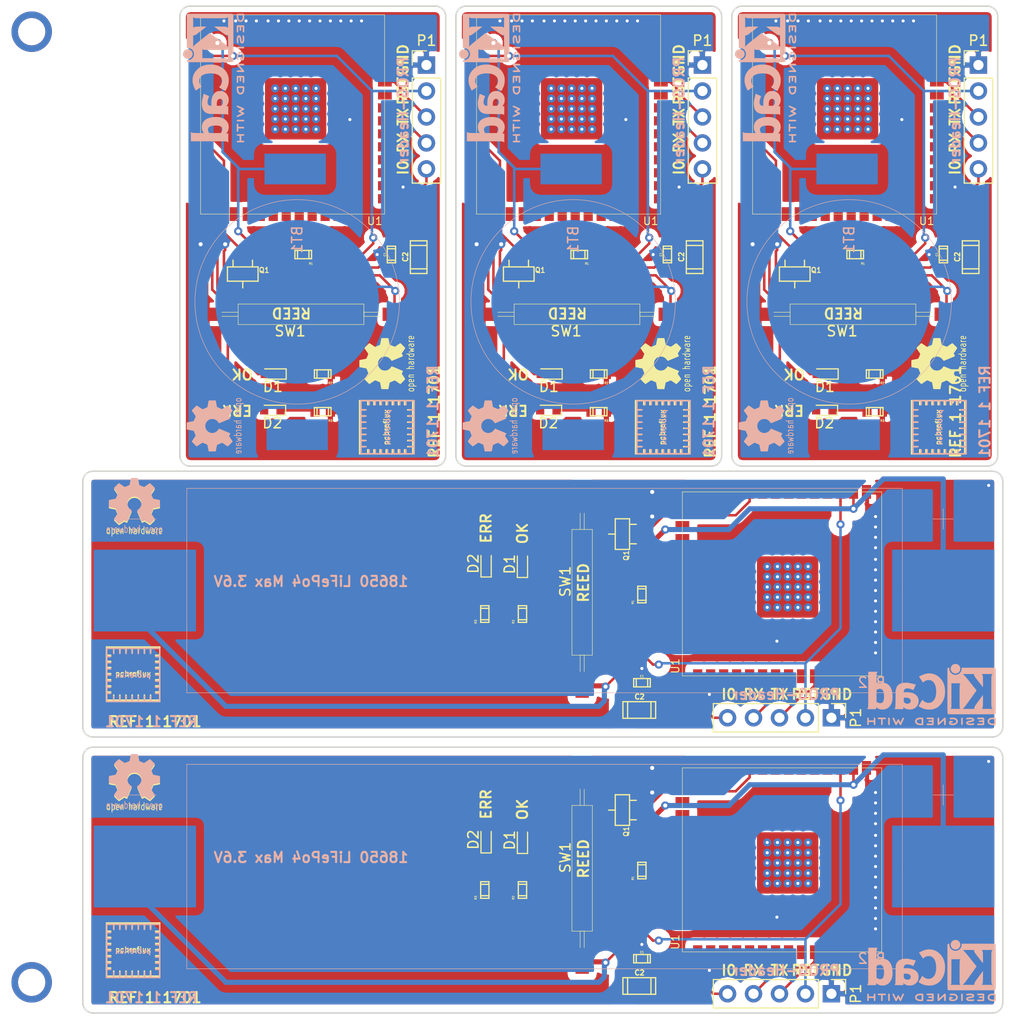
<source format=kicad_pcb>
(kicad_pcb (version 20160815) (host pcbnew no-vcs-found)
  (layers (0 F.Cu signal) (31 B.Cu signal) (34 B.Paste user) (35 F.Paste user) (36 B.SilkS user) (37 F.SilkS user) (38 B.Mask user) (39 F.Mask user) (44 Edge.Cuts user))
  (net 0 "")
  (net 1 "Net-(BT1-Pad2)")
  (net 2 "Net-(BT1-Pad1)")
  (net 3 "Net-(D1-Pad1)")
  (net 4 "Net-(D1-Pad2)")
  (net 5 "Net-(D2-Pad2)")
  (net 6 "Net-(D2-Pad1)")
  (net 7 "Net-(P1-Pad5)")
  (net 8 "Net-(P1-Pad4)")
  (net 9 "Net-(P1-Pad3)")
  (net 10 "Net-(P1-Pad2)")
  (net 11 "Net-(Q1-Pad1)")
  (net 12 "Net-(U1-Pad39)")
  (net 13 "Net-(U1-Pad4)")
  (net 14 "Net-(U1-Pad5)")
  (net 15 "Net-(U1-Pad6)")
  (net 16 "Net-(U1-Pad7)")
  (net 17 "Net-(U1-Pad8)")
  (net 18 "Net-(U1-Pad9)")
  (net 19 "Net-(U1-Pad13)")
  (net 20 "Net-(U1-Pad14)")
  (net 21 "Net-(U1-Pad15)")
  (net 22 "Net-(U1-Pad16)")
  (net 23 "Net-(U1-Pad17)")
  (net 24 "Net-(U1-Pad18)")
  (net 25 "Net-(U1-Pad19)")
  (net 26 "Net-(U1-Pad20)")
  (net 27 "Net-(U1-Pad21)")
  (net 28 "Net-(U1-Pad22)")
  (net 29 "Net-(U1-Pad23)")
  (net 30 "Net-(U1-Pad24)")
  (net 31 "Net-(U1-Pad26)")
  (net 32 "Net-(U1-Pad27)")
  (net 33 "Net-(U1-Pad28)")
  (net 34 "Net-(U1-Pad29)")
  (net 35 "Net-(U1-Pad30)")
  (net 36 "Net-(U1-Pad31)")
  (net 37 "Net-(U1-Pad32)")
  (net 38 "Net-(U1-Pad33)")
  (net 39 "Net-(U1-Pad36)")
  (net 40 "Net-(U1-Pad37)")
  (net 41 /GND)
  (module Fiducials:Fiducial_Modern_CopperBottom (layer B.Cu) (at 33 73)
    (fp_text reference REF** hide)
    (fp_text value Fiducial_Modern_CopperBottom hide)
    (fp_circle (center 0 0) (end 1.52908 0) (layer F.Cu) (width 0.381))
    (fp_circle (center 0 0) (end 1.7907 0) (layer F.Cu) (width 0.381))
  )
  (module Fiducials:Fiducial_Modern_CopperBottom (layer B.Cu) (at 33 166)
    (fp_text reference REF** hide)
    (fp_text value Fiducial_Modern_CopperBottom hide)
    (fp_circle (center 0 0) (end 1.7907 0) (layer F.Cu) (width 0.381))
    (fp_circle (center 0 0) (end 1.52908 0) (layer F.Cu) (width 0.381))
  )
  (module Fiducials:Fiducial_Modern_CopperBottom (layer F.Cu) (at 33 73)
    (fp_text reference REF** hide)
    (fp_text value Fiducial_Modern_CopperBottom hide)
    (fp_circle (center 0 0) (end 1.7907 0) (layer B.Cu) (width 0.381))
    (fp_circle (center 0 0) (end 1.52908 0) (layer B.Cu) (width 0.381))
  )
  (module w_smd_cap:c_1206 (layer F.Cu) (at 124.858 95.059 90)
    (fp_text reference C2 (at 0.0254 -1.2954 90) (layer F.SilkS) (effects (font (size 0.50038 0.50038) (thickness 0.11938))))
    (fp_text value 10uF hide)
    (pad 2 smd rect (at -1.397 0 90) (size 1.6002 1.8034) (layers F.Cu F.Paste F.Mask) (net 2 "Net-(BT1-Pad1)"))
    (pad 1 smd rect (at 1.397 0 90) (size 1.6002 1.8034) (layers F.Cu F.Paste F.Mask) (net 41 /GND))
  )
  (module w_smd_cap:c_0603 (layer F.Cu) (at 122.191 94.79484 90)
    (fp_text reference C1 (at 0 -0.635 90) (layer F.SilkS) (effects (font (size 0.20066 0.20066) (thickness 0.04064))))
    (fp_text value 100nF hide)
    (pad 2 smd rect (at -0.75184 0 90) (size 0.89916 1.00076) (layers F.Cu F.Paste F.Mask) (net 2 "Net-(BT1-Pad1)"))
    (pad 1 smd rect (at 0.75184 0 90) (size 0.89916 1.00076) (layers F.Cu F.Paste F.Mask) (net 41 /GND))
  )
  (module module:ESP-WROOM-32-short (layer F.Cu) (at 103.522 90.844)
    (fp_text reference U1 (at 17.0394 0.6844) (layer F.SilkS) (effects (font (size 0.75 0.75) (thickness 0.1))))
    (fp_text value ES-WROOM-32 hide)
    (pad 39 thru_hole circle (at 11.3 -12.3) (size 0.8 0.8) (drill 0.3) (layers *.Cu *.Mask) (net 12 "Net-(U1-Pad39)"))
    (pad 39 thru_hole circle (at 11.3 -11.3) (size 0.8 0.8) (drill 0.3) (layers *.Cu *.Mask) (net 12 "Net-(U1-Pad39)"))
    (pad 39 thru_hole circle (at 11.3 -10.3) (size 0.8 0.8) (drill 0.3) (layers *.Cu *.Mask) (net 12 "Net-(U1-Pad39)"))
    (pad 39 thru_hole circle (at 11.3 -9.3) (size 0.8 0.8) (drill 0.3) (layers *.Cu *.Mask) (net 12 "Net-(U1-Pad39)"))
    (pad 39 thru_hole circle (at 11.3 -8.3) (size 0.8 0.8) (drill 0.3) (layers *.Cu *.Mask) (net 12 "Net-(U1-Pad39)"))
    (pad 39 thru_hole circle (at 9.3 -12.3) (size 0.8 0.8) (drill 0.3) (layers *.Cu *.Mask) (net 12 "Net-(U1-Pad39)"))
    (pad 39 thru_hole circle (at 9.3 -11.3) (size 0.8 0.8) (drill 0.3) (layers *.Cu *.Mask) (net 12 "Net-(U1-Pad39)"))
    (pad 39 thru_hole circle (at 9.3 -10.3) (size 0.8 0.8) (drill 0.3) (layers *.Cu *.Mask) (net 12 "Net-(U1-Pad39)"))
    (pad 39 thru_hole circle (at 9.3 -9.3) (size 0.8 0.8) (drill 0.3) (layers *.Cu *.Mask) (net 12 "Net-(U1-Pad39)"))
    (pad 39 thru_hole circle (at 9.3 -8.3) (size 0.8 0.8) (drill 0.3) (layers *.Cu *.Mask) (net 12 "Net-(U1-Pad39)"))
    (pad 39 thru_hole circle (at 10.3 -8.3) (size 0.8 0.8) (drill 0.3) (layers *.Cu *.Mask) (net 12 "Net-(U1-Pad39)"))
    (pad 39 thru_hole circle (at 10.3 -9.3) (size 0.8 0.8) (drill 0.3) (layers *.Cu *.Mask) (net 12 "Net-(U1-Pad39)"))
    (pad 39 thru_hole circle (at 10.3 -10.3) (size 0.8 0.8) (drill 0.3) (layers *.Cu *.Mask) (net 12 "Net-(U1-Pad39)"))
    (pad 39 thru_hole circle (at 10.3 -11.3) (size 0.8 0.8) (drill 0.3) (layers *.Cu *.Mask) (net 12 "Net-(U1-Pad39)"))
    (pad 39 thru_hole circle (at 10.3 -12.3) (size 0.8 0.8) (drill 0.3) (layers *.Cu *.Mask) (net 12 "Net-(U1-Pad39)"))
    (pad 39 thru_hole circle (at 8.3 -12.3) (size 0.8 0.8) (drill 0.3) (layers *.Cu *.Mask) (net 12 "Net-(U1-Pad39)"))
    (pad 39 thru_hole circle (at 8.3 -11.3) (size 0.8 0.8) (drill 0.3) (layers *.Cu *.Mask) (net 12 "Net-(U1-Pad39)"))
    (pad 39 thru_hole circle (at 8.3 -10.3) (size 0.8 0.8) (drill 0.3) (layers *.Cu *.Mask) (net 12 "Net-(U1-Pad39)"))
    (pad 39 thru_hole circle (at 8.3 -9.3) (size 0.8 0.8) (drill 0.3) (layers *.Cu *.Mask) (net 12 "Net-(U1-Pad39)"))
    (pad 39 thru_hole circle (at 8.3 -8.3) (size 0.8 0.8) (drill 0.3) (layers *.Cu *.Mask) (net 12 "Net-(U1-Pad39)"))
    (pad 39 thru_hole circle (at 7.3 -8.3) (size 0.8 0.8) (drill 0.3) (layers *.Cu *.Mask) (net 12 "Net-(U1-Pad39)"))
    (pad 39 thru_hole circle (at 7.3 -9.3) (size 0.8 0.8) (drill 0.3) (layers *.Cu *.Mask) (net 12 "Net-(U1-Pad39)"))
    (pad 39 thru_hole circle (at 7.3 -10.3) (size 0.8 0.8) (drill 0.3) (layers *.Cu *.Mask) (net 12 "Net-(U1-Pad39)"))
    (pad 39 thru_hole circle (at 7.3 -11.3) (size 0.8 0.8) (drill 0.3) (layers *.Cu *.Mask) (net 12 "Net-(U1-Pad39)"))
    (pad 38 smd rect (at 18.03 -18.01) (size 1.35 0.9) (layers F.Cu F.Paste F.Mask) (net 41 /GND))
    (pad 37 smd rect (at 18.03 -16.74) (size 1.35 0.9) (layers F.Cu F.Paste F.Mask) (net 40 "Net-(U1-Pad37)"))
    (pad 36 smd rect (at 18.03 -15.47) (size 1.35 0.9) (layers F.Cu F.Paste F.Mask) (net 39 "Net-(U1-Pad36)"))
    (pad 35 smd rect (at 18.03 -14.2) (size 1.35 0.9) (layers F.Cu F.Paste F.Mask) (net 9 "Net-(P1-Pad3)"))
    (pad 34 smd rect (at 18.03 -12.93) (size 1.35 0.9) (layers F.Cu F.Paste F.Mask) (net 8 "Net-(P1-Pad4)"))
    (pad 33 smd rect (at 18.03 -11.66) (size 1.35 0.9) (layers F.Cu F.Paste F.Mask) (net 38 "Net-(U1-Pad33)"))
    (pad 32 smd rect (at 18.03 -10.39) (size 1.35 0.9) (layers F.Cu F.Paste F.Mask) (net 37 "Net-(U1-Pad32)"))
    (pad 31 smd rect (at 18.03 -9.12) (size 1.35 0.9) (layers F.Cu F.Paste F.Mask) (net 36 "Net-(U1-Pad31)"))
    (pad 30 smd rect (at 18.03 -7.85) (size 1.35 0.9) (layers F.Cu F.Paste F.Mask) (net 35 "Net-(U1-Pad30)"))
    (pad 29 smd rect (at 18.03 -6.58) (size 1.35 0.9) (layers F.Cu F.Paste F.Mask) (net 34 "Net-(U1-Pad29)"))
    (pad 28 smd rect (at 18.03 -5.31) (size 1.35 0.9) (layers F.Cu F.Paste F.Mask) (net 33 "Net-(U1-Pad28)"))
    (pad 27 smd rect (at 18.03 -4.04) (size 1.35 0.9) (layers F.Cu F.Paste F.Mask) (net 32 "Net-(U1-Pad27)"))
    (pad 26 smd rect (at 18.03 -2.77) (size 1.35 0.9) (layers F.Cu F.Paste F.Mask) (net 31 "Net-(U1-Pad26)"))
    (pad 25 smd rect (at 18.03 -1.5) (size 1.35 0.9) (layers F.Cu F.Paste F.Mask) (net 7 "Net-(P1-Pad5)"))
    (pad 24 smd rect (at 14.73 0) (size 0.9 1.35) (layers F.Cu F.Paste F.Mask) (net 30 "Net-(U1-Pad24)"))
    (pad 23 smd rect (at 13.46 0) (size 0.9 1.35) (layers F.Cu F.Paste F.Mask) (net 29 "Net-(U1-Pad23)"))
    (pad 22 smd rect (at 12.19 0) (size 0.9 1.35) (layers F.Cu F.Paste F.Mask) (net 28 "Net-(U1-Pad22)"))
    (pad 21 smd rect (at 10.92 0) (size 0.9 1.35) (layers F.Cu F.Paste F.Mask) (net 27 "Net-(U1-Pad21)"))
    (pad 20 smd rect (at 9.65 0) (size 0.9 1.35) (layers F.Cu F.Paste F.Mask) (net 26 "Net-(U1-Pad20)"))
    (pad 19 smd rect (at 8.38 0) (size 0.9 1.35) (layers F.Cu F.Paste F.Mask) (net 25 "Net-(U1-Pad19)"))
    (pad 18 smd rect (at 7.11 0) (size 0.9 1.35) (layers F.Cu F.Paste F.Mask) (net 24 "Net-(U1-Pad18)"))
    (pad 17 smd rect (at 5.84 0) (size 0.9 1.35) (layers F.Cu F.Paste F.Mask) (net 23 "Net-(U1-Pad17)"))
    (pad 16 smd rect (at 4.57 0) (size 0.9 1.35) (layers F.Cu F.Paste F.Mask) (net 22 "Net-(U1-Pad16)"))
    (pad 15 smd rect (at 3.3 0) (size 0.9 1.35) (layers F.Cu F.Paste F.Mask) (net 21 "Net-(U1-Pad15)"))
    (pad 14 smd rect (at 0 -1.5) (size 1.35 0.9) (layers F.Cu F.Paste F.Mask) (net 20 "Net-(U1-Pad14)"))
    (pad 13 smd rect (at 0 -2.77) (size 1.35 0.9) (layers F.Cu F.Paste F.Mask) (net 19 "Net-(U1-Pad13)"))
    (pad 12 smd rect (at 0 -4.04) (size 1.35 0.9) (layers F.Cu F.Paste F.Mask) (net 5 "Net-(D2-Pad2)"))
    (pad 11 smd rect (at 0 -5.31) (size 1.35 0.9) (layers F.Cu F.Paste F.Mask) (net 4 "Net-(D1-Pad2)"))
    (pad 10 smd rect (at 0 -6.58) (size 1.35 0.9) (layers F.Cu F.Paste F.Mask) (net 11 "Net-(Q1-Pad1)"))
    (pad 9 smd rect (at 0 -7.85) (size 1.35 0.9) (layers F.Cu F.Paste F.Mask) (net 18 "Net-(U1-Pad9)"))
    (pad 8 smd rect (at 0 -9.12) (size 1.35 0.9) (layers F.Cu F.Paste F.Mask) (net 17 "Net-(U1-Pad8)"))
    (pad 7 smd rect (at 0 -10.39) (size 1.35 0.9) (layers F.Cu F.Paste F.Mask) (net 16 "Net-(U1-Pad7)"))
    (pad 6 smd rect (at 0 -11.66) (size 1.35 0.9) (layers F.Cu F.Paste F.Mask) (net 15 "Net-(U1-Pad6)"))
    (pad 5 smd rect (at 0 -12.93) (size 1.35 0.9) (layers F.Cu F.Paste F.Mask) (net 14 "Net-(U1-Pad5)"))
    (pad 4 smd rect (at 0 -14.2) (size 1.35 0.9) (layers F.Cu F.Paste F.Mask) (net 13 "Net-(U1-Pad4)"))
    (pad 3 smd rect (at 0 -15.47) (size 1.35 0.9) (layers F.Cu F.Paste F.Mask) (net 10 "Net-(P1-Pad2)"))
    (pad 2 smd rect (at 0 -16.74) (size 1.35 0.9) (layers F.Cu F.Paste F.Mask) (net 2 "Net-(BT1-Pad1)"))
    (pad 1 smd rect (at 0 -18.01) (size 1.35 0.9) (layers F.Cu F.Paste F.Mask) (net 41 /GND))
    (pad 39 smd rect (at 9.3 -10.3) (size 6 6) (layers F.Cu F.Paste F.Mask) (net 12 "Net-(U1-Pad39)"))
    (pad 39 thru_hole circle (at 7.3 -12.3) (size 0.8 0.8) (drill 0.3) (layers *.Cu *.Mask) (net 12 "Net-(U1-Pad39)"))
  )
  (module w_smd_resistors:r_0603 (layer F.Cu) (at 115.47016 110.172 180)
    (fp_text reference R3 (at -0.75184 -0.889 180) (layer F.SilkS) (effects (font (size 0.20066 0.20066) (thickness 0.04064))))
    (fp_text value 330R hide)
    (pad 2 smd rect (at -0.75184 0 180) (size 0.89916 1.00076) (layers F.Cu F.Paste F.Mask) (net 41 /GND))
    (pad 1 smd rect (at 0.75184 0 180) (size 0.89916 1.00076) (layers F.Cu F.Paste F.Mask) (net 6 "Net-(D2-Pad1)"))
  )
  (module w_smd_resistors:r_0603 (layer F.Cu) (at 115.47016 106.489 180)
    (fp_text reference R2 (at -0.75184 -0.889 180) (layer F.SilkS) (effects (font (size 0.20066 0.20066) (thickness 0.04064))))
    (fp_text value 330R hide)
    (pad 1 smd rect (at 0.75184 0 180) (size 0.89916 1.00076) (layers F.Cu F.Paste F.Mask) (net 3 "Net-(D1-Pad1)"))
    (pad 2 smd rect (at -0.75184 0 180) (size 0.89916 1.00076) (layers F.Cu F.Paste F.Mask) (net 41 /GND))
  )
  (module w_smd_resistors:r_0603 (layer F.Cu) (at 113.56516 94.805)
    (fp_text reference R1 (at 0.75184 0.889) (layer F.SilkS) (effects (font (size 0.20066 0.20066) (thickness 0.04064))))
    (fp_text value 10K hide)
    (pad 2 smd rect (at -0.75184 0) (size 0.89916 1.00076) (layers F.Cu F.Paste F.Mask) (net 2 "Net-(BT1-Pad1)"))
    (pad 1 smd rect (at 0.75184 0) (size 0.89916 1.00076) (layers F.Cu F.Paste F.Mask) (net 10 "Net-(P1-Pad2)"))
  )
  (module w_smd_trans:sot23 (layer F.Cu) (at 107.6495 96.71 180)
    (fp_text reference Q1 (at -2.0955 0.381 180) (layer F.SilkS) (effects (font (size 0.50038 0.50038) (thickness 0.09906))))
    (fp_text value Q_NMOS_GDS hide)
    (pad 3 smd rect (at 0.9525 1.05664 180) (size 0.59944 1.00076) (layers F.Cu F.Paste F.Mask) (net 1 "Net-(BT1-Pad2)"))
    (pad 2 smd rect (at 0 -1.05664 180) (size 0.59944 1.00076) (layers F.Cu F.Paste F.Mask) (net 41 /GND))
    (pad 1 smd rect (at -0.9525 1.05664 180) (size 0.59944 1.00076) (layers F.Cu F.Paste F.Mask) (net 11 "Net-(Q1-Pad1)"))
  )
  (module Pin_Headers:Pin_Header_Straight_1x05_Pitch2.54mm (layer F.Cu) (at 125.62 76.263)
    (fp_text reference P1 (at 0 -2.39) (layer F.SilkS))
    (fp_text value CONN_01X05 hide)
    (pad 1 thru_hole rect (at 0 0) (size 1.7 1.7) (drill 1) (layers *.Cu *.Mask) (net 41 /GND))
    (pad 2 thru_hole oval (at 0 2.54) (size 1.7 1.7) (drill 1) (layers *.Cu *.Mask) (net 10 "Net-(P1-Pad2)"))
    (pad 3 thru_hole oval (at 0 5.08) (size 1.7 1.7) (drill 1) (layers *.Cu *.Mask) (net 9 "Net-(P1-Pad3)"))
    (pad 4 thru_hole oval (at 0 7.62) (size 1.7 1.7) (drill 1) (layers *.Cu *.Mask) (net 8 "Net-(P1-Pad4)"))
    (pad 5 thru_hole oval (at 0 10.16) (size 1.7 1.7) (drill 1) (layers *.Cu *.Mask) (net 7 "Net-(P1-Pad5)"))
  )
  (module LEDs:LED_0603 (layer F.Cu) (at 110.545 110.045 180)
    (fp_text reference D2 (at 0 -1.25 180) (layer F.SilkS))
    (fp_text value LED hide)
    (pad 1 smd rect (at -0.8 0) (size 0.8 0.8) (layers F.Cu F.Paste F.Mask) (net 6 "Net-(D2-Pad1)"))
    (pad 2 smd rect (at 0.8 0) (size 0.8 0.8) (layers F.Cu F.Paste F.Mask) (net 5 "Net-(D2-Pad2)"))
  )
  (module LEDs:LED_0603 (layer F.Cu) (at 110.596 106.489 180)
    (fp_text reference D1 (at 0 -1.25 180) (layer F.SilkS))
    (fp_text value LED hide)
    (pad 2 smd rect (at 0.8 0) (size 0.8 0.8) (layers F.Cu F.Paste F.Mask) (net 4 "Net-(D1-Pad2)"))
    (pad 1 smd rect (at -0.8 0) (size 0.8 0.8) (layers F.Cu F.Paste F.Mask) (net 3 "Net-(D1-Pad1)"))
  )
  (module module:cr2032_bat_holder (layer B.Cu) (at 112.973131 99.432039 90)
    (fp_text reference BT1 (at 6.096 0 90) (layer B.SilkS) (effects (justify mirror)))
    (fp_text value Battery hide)
    (pad 1 smd rect (at 13 -0.2 90) (size 3 6) (layers B.Cu B.Paste B.Mask) (net 2 "Net-(BT1-Pad1)") (clearance 1))
    (pad 1 smd rect (at -13 0 90) (size 3 6) (layers B.Cu B.Paste B.Mask) (net 2 "Net-(BT1-Pad1)") (clearance 1))
    (pad 2 smd circle (at 0 0 90) (size 16 16) (layers B.Cu B.Paste B.Mask) (net 1 "Net-(BT1-Pad2)"))
  )
  (module module:SMD_Reed_Switch (layer F.Cu) (at 122.497 100.647 180)
    (fp_text reference SW1 (at 10.212 -1.651 180) (layer F.SilkS))
    (fp_text value SW_PUSH hide)
    (pad 1 smd rect (at 0 0 180) (size 2.34 1.3) (layers F.Cu F.Paste F.Mask) (net 1 "Net-(BT1-Pad2)"))
    (pad 2 smd rect (at 18.34 0 180) (size 2.34 1.3) (layers F.Cu F.Paste F.Mask) (net 41 /GND))
  )
  (module module:pcbreflux_logo (layer F.Cu) (at 121.683 111.696 90)
    (fp_text reference REF** hide)
    (fp_text value pcbreflux_logo hide)
    (fp_text user pcbreflux (at 0 0 90) (layer F.SilkS) (effects (font (size 0.5 0.5) (thickness 0.1))))
  )
  (module w_logo:Logo_silk_OSHW_6x6mm (layer F.Cu) (at 121.302 105.473 90)
    (fp_text reference G*** hide)
    (fp_text value LOGO hide)
  )
  (module Symbols:KiCad-Logo2_6mm_SilkScreen (layer B.Cu) (at 104.792 77.533 270)
    (fp_text reference REF*** hide)
    (fp_text value KiCad-Logo2_6mm_SilkScreen hide)
  )
  (module module:pcbreflux_logo (layer B.Cu) (at 121.81 111.696 90)
    (fp_text reference REF** hide)
    (fp_text value pcbreflux_logo hide)
    (fp_text user pcbreflux (at 0 0 90) (layer B.SilkS) (effects (font (size 0.5 0.5) (thickness 0.1)) (justify mirror)))
  )
  (module w_logo:Logo_silk_OSHW_6x6mm (layer B.Cu) (at 104.411 111.569 270)
    (fp_text reference G*** hide)
    (fp_text value LOGO hide)
  )
  (module module:Via-0.6mm (layer F.Cu) (at 118.127 81.597 90)
    (fp_text reference REF** hide)
    (fp_text value Via-0.6mm hide)
    (pad 1 thru_hole circle (at 0 0 90) (size 0.6 0.6) (drill 0.3) (layers *.Cu) (net 41 /GND))
  )
  (module module:Via-0.6mm (layer F.Cu) (at 123.334 88.201 90)
    (fp_text reference REF** hide)
    (fp_text value Via-0.6mm hide)
    (pad 1 thru_hole circle (at 0 0 90) (size 0.6 0.6) (drill 0.3) (layers *.Cu) (net 41 /GND))
  )
  (module module:Via-0.6mm (layer F.Cu) (at 120.794 94.805 90)
    (fp_text reference REF** hide)
    (fp_text value Via-0.6mm hide)
    (pad 1 thru_hole circle (at 0 0 90) (size 0.6 0.6) (drill 0.3) (layers *.Cu) (net 41 /GND))
  )
  (module module:Via-0.6mm (layer F.Cu) (at 106.951 71.945 90)
    (fp_text reference REF** hide)
    (fp_text value Via-0.6mm hide)
    (pad 1 thru_hole circle (at 0 0 90) (size 0.6 0.6) (drill 0.3) (layers *.Cu) (net 41 /GND))
  )
  (module module:Via-0.6mm (layer F.Cu) (at 107.967 71.945 90)
    (fp_text reference REF** hide)
    (fp_text value Via-0.6mm hide)
    (pad 1 thru_hole circle (at 0 0 90) (size 0.6 0.6) (drill 0.3) (layers *.Cu) (net 41 /GND))
  )
  (module module:Via-0.6mm (layer F.Cu) (at 108.983 71.945 90)
    (fp_text reference REF** hide)
    (fp_text value Via-0.6mm hide)
    (pad 1 thru_hole circle (at 0 0 90) (size 0.6 0.6) (drill 0.3) (layers *.Cu) (net 41 /GND))
  )
  (module module:Via-0.6mm (layer F.Cu) (at 110.126 71.945 90)
    (fp_text reference REF** hide)
    (fp_text value Via-0.6mm hide)
    (pad 1 thru_hole circle (at 0 0 90) (size 0.6 0.6) (drill 0.3) (layers *.Cu) (net 41 /GND))
  )
  (module module:Via-0.6mm (layer F.Cu) (at 111.142 71.945 90)
    (fp_text reference REF** hide)
    (fp_text value Via-0.6mm hide)
    (pad 1 thru_hole circle (at 0 0 90) (size 0.6 0.6) (drill 0.3) (layers *.Cu) (net 41 /GND))
  )
  (module module:Via-0.6mm (layer F.Cu) (at 112.158 71.945 90)
    (fp_text reference REF** hide)
    (fp_text value Via-0.6mm hide)
    (pad 1 thru_hole circle (at 0 0 90) (size 0.6 0.6) (drill 0.3) (layers *.Cu) (net 41 /GND))
  )
  (module module:Via-0.6mm (layer F.Cu) (at 113.174 71.945 90)
    (fp_text reference REF** hide)
    (fp_text value Via-0.6mm hide)
    (pad 1 thru_hole circle (at 0 0 90) (size 0.6 0.6) (drill 0.3) (layers *.Cu) (net 41 /GND))
  )
  (module module:Via-0.6mm (layer F.Cu) (at 114.19 71.945 90)
    (fp_text reference REF** hide)
    (fp_text value Via-0.6mm hide)
    (pad 1 thru_hole circle (at 0 0 90) (size 0.6 0.6) (drill 0.3) (layers *.Cu) (net 41 /GND))
  )
  (module module:Via-0.6mm (layer F.Cu) (at 115.206 71.945 90)
    (fp_text reference REF** hide)
    (fp_text value Via-0.6mm hide)
    (pad 1 thru_hole circle (at 0 0 90) (size 0.6 0.6) (drill 0.3) (layers *.Cu) (net 41 /GND))
  )
  (module module:Via-0.6mm (layer F.Cu) (at 116.222 71.945 90)
    (fp_text reference REF** hide)
    (fp_text value Via-0.6mm hide)
    (pad 1 thru_hole circle (at 0 0 90) (size 0.6 0.6) (drill 0.3) (layers *.Cu) (net 41 /GND))
  )
  (module module:Via-0.6mm (layer F.Cu) (at 117.238 71.945 90)
    (fp_text reference REF** hide)
    (fp_text value Via-0.6mm hide)
    (pad 1 thru_hole circle (at 0 0 90) (size 0.6 0.6) (drill 0.3) (layers *.Cu) (net 41 /GND))
  )
  (module module:Via-0.6mm (layer F.Cu) (at 118.254 71.945 90)
    (fp_text reference REF** hide)
    (fp_text value Via-0.6mm hide)
    (pad 1 thru_hole circle (at 0 0 90) (size 0.6 0.6) (drill 0.3) (layers *.Cu) (net 41 /GND))
  )
  (module module:Via-0.6mm (layer F.Cu) (at 119.27 71.945 90)
    (fp_text reference REF** hide)
    (fp_text value Via-0.6mm hide)
    (pad 1 thru_hole circle (at 0 0 90) (size 0.6 0.6) (drill 0.3) (layers *.Cu) (net 41 /GND))
  )
  (module module:Via-0.6mm (layer F.Cu) (at 105.808 71.945 90)
    (fp_text reference REF** hide)
    (fp_text value Via-0.6mm hide)
    (pad 1 thru_hole circle (at 0 0 90) (size 0.6 0.6) (drill 0.3) (layers *.Cu) (net 41 /GND))
  )
  (module w_smd_cap:c_1206 (layer F.Cu) (at 97.858 95.059 90)
    (fp_text reference C2 (at 0.0254 -1.2954 90) (layer F.SilkS) (effects (font (size 0.50038 0.50038) (thickness 0.11938))))
    (fp_text value 10uF hide)
    (pad 2 smd rect (at -1.397 0 90) (size 1.6002 1.8034) (layers F.Cu F.Paste F.Mask) (net 2 "Net-(BT1-Pad1)"))
    (pad 1 smd rect (at 1.397 0 90) (size 1.6002 1.8034) (layers F.Cu F.Paste F.Mask) (net 41 /GND))
  )
  (module w_smd_cap:c_0603 (layer F.Cu) (at 95.191 94.79484 90)
    (fp_text reference C1 (at 0 -0.635 90) (layer F.SilkS) (effects (font (size 0.20066 0.20066) (thickness 0.04064))))
    (fp_text value 100nF hide)
    (pad 2 smd rect (at -0.75184 0 90) (size 0.89916 1.00076) (layers F.Cu F.Paste F.Mask) (net 2 "Net-(BT1-Pad1)"))
    (pad 1 smd rect (at 0.75184 0 90) (size 0.89916 1.00076) (layers F.Cu F.Paste F.Mask) (net 41 /GND))
  )
  (module module:ESP-WROOM-32-short (layer F.Cu) (at 76.522 90.844)
    (fp_text reference U1 (at 17.0394 0.6844) (layer F.SilkS) (effects (font (size 0.75 0.75) (thickness 0.1))))
    (fp_text value ES-WROOM-32 hide)
    (pad 39 thru_hole circle (at 11.3 -12.3) (size 0.8 0.8) (drill 0.3) (layers *.Cu *.Mask) (net 12 "Net-(U1-Pad39)"))
    (pad 39 thru_hole circle (at 11.3 -11.3) (size 0.8 0.8) (drill 0.3) (layers *.Cu *.Mask) (net 12 "Net-(U1-Pad39)"))
    (pad 39 thru_hole circle (at 11.3 -10.3) (size 0.8 0.8) (drill 0.3) (layers *.Cu *.Mask) (net 12 "Net-(U1-Pad39)"))
    (pad 39 thru_hole circle (at 11.3 -9.3) (size 0.8 0.8) (drill 0.3) (layers *.Cu *.Mask) (net 12 "Net-(U1-Pad39)"))
    (pad 39 thru_hole circle (at 11.3 -8.3) (size 0.8 0.8) (drill 0.3) (layers *.Cu *.Mask) (net 12 "Net-(U1-Pad39)"))
    (pad 39 thru_hole circle (at 9.3 -12.3) (size 0.8 0.8) (drill 0.3) (layers *.Cu *.Mask) (net 12 "Net-(U1-Pad39)"))
    (pad 39 thru_hole circle (at 9.3 -11.3) (size 0.8 0.8) (drill 0.3) (layers *.Cu *.Mask) (net 12 "Net-(U1-Pad39)"))
    (pad 39 thru_hole circle (at 9.3 -10.3) (size 0.8 0.8) (drill 0.3) (layers *.Cu *.Mask) (net 12 "Net-(U1-Pad39)"))
    (pad 39 thru_hole circle (at 9.3 -9.3) (size 0.8 0.8) (drill 0.3) (layers *.Cu *.Mask) (net 12 "Net-(U1-Pad39)"))
    (pad 39 thru_hole circle (at 9.3 -8.3) (size 0.8 0.8) (drill 0.3) (layers *.Cu *.Mask) (net 12 "Net-(U1-Pad39)"))
    (pad 39 thru_hole circle (at 10.3 -8.3) (size 0.8 0.8) (drill 0.3) (layers *.Cu *.Mask) (net 12 "Net-(U1-Pad39)"))
    (pad 39 thru_hole circle (at 10.3 -9.3) (size 0.8 0.8) (drill 0.3) (layers *.Cu *.Mask) (net 12 "Net-(U1-Pad39)"))
    (pad 39 thru_hole circle (at 10.3 -10.3) (size 0.8 0.8) (drill 0.3) (layers *.Cu *.Mask) (net 12 "Net-(U1-Pad39)"))
    (pad 39 thru_hole circle (at 10.3 -11.3) (size 0.8 0.8) (drill 0.3) (layers *.Cu *.Mask) (net 12 "Net-(U1-Pad39)"))
    (pad 39 thru_hole circle (at 10.3 -12.3) (size 0.8 0.8) (drill 0.3) (layers *.Cu *.Mask) (net 12 "Net-(U1-Pad39)"))
    (pad 39 thru_hole circle (at 8.3 -12.3) (size 0.8 0.8) (drill 0.3) (layers *.Cu *.Mask) (net 12 "Net-(U1-Pad39)"))
    (pad 39 thru_hole circle (at 8.3 -11.3) (size 0.8 0.8) (drill 0.3) (layers *.Cu *.Mask) (net 12 "Net-(U1-Pad39)"))
    (pad 39 thru_hole circle (at 8.3 -10.3) (size 0.8 0.8) (drill 0.3) (layers *.Cu *.Mask) (net 12 "Net-(U1-Pad39)"))
    (pad 39 thru_hole circle (at 8.3 -9.3) (size 0.8 0.8) (drill 0.3) (layers *.Cu *.Mask) (net 12 "Net-(U1-Pad39)"))
    (pad 39 thru_hole circle (at 8.3 -8.3) (size 0.8 0.8) (drill 0.3) (layers *.Cu *.Mask) (net 12 "Net-(U1-Pad39)"))
    (pad 39 thru_hole circle (at 7.3 -8.3) (size 0.8 0.8) (drill 0.3) (layers *.Cu *.Mask) (net 12 "Net-(U1-Pad39)"))
    (pad 39 thru_hole circle (at 7.3 -9.3) (size 0.8 0.8) (drill 0.3) (layers *.Cu *.Mask) (net 12 "Net-(U1-Pad39)"))
    (pad 39 thru_hole circle (at 7.3 -10.3) (size 0.8 0.8) (drill 0.3) (layers *.Cu *.Mask) (net 12 "Net-(U1-Pad39)"))
    (pad 39 thru_hole circle (at 7.3 -11.3) (size 0.8 0.8) (drill 0.3) (layers *.Cu *.Mask) (net 12 "Net-(U1-Pad39)"))
    (pad 38 smd rect (at 18.03 -18.01) (size 1.35 0.9) (layers F.Cu F.Paste F.Mask) (net 41 /GND))
    (pad 37 smd rect (at 18.03 -16.74) (size 1.35 0.9) (layers F.Cu F.Paste F.Mask) (net 40 "Net-(U1-Pad37)"))
    (pad 36 smd rect (at 18.03 -15.47) (size 1.35 0.9) (layers F.Cu F.Paste F.Mask) (net 39 "Net-(U1-Pad36)"))
    (pad 35 smd rect (at 18.03 -14.2) (size 1.35 0.9) (layers F.Cu F.Paste F.Mask) (net 9 "Net-(P1-Pad3)"))
    (pad 34 smd rect (at 18.03 -12.93) (size 1.35 0.9) (layers F.Cu F.Paste F.Mask) (net 8 "Net-(P1-Pad4)"))
    (pad 33 smd rect (at 18.03 -11.66) (size 1.35 0.9) (layers F.Cu F.Paste F.Mask) (net 38 "Net-(U1-Pad33)"))
    (pad 32 smd rect (at 18.03 -10.39) (size 1.35 0.9) (layers F.Cu F.Paste F.Mask) (net 37 "Net-(U1-Pad32)"))
    (pad 31 smd rect (at 18.03 -9.12) (size 1.35 0.9) (layers F.Cu F.Paste F.Mask) (net 36 "Net-(U1-Pad31)"))
    (pad 30 smd rect (at 18.03 -7.85) (size 1.35 0.9) (layers F.Cu F.Paste F.Mask) (net 35 "Net-(U1-Pad30)"))
    (pad 29 smd rect (at 18.03 -6.58) (size 1.35 0.9) (layers F.Cu F.Paste F.Mask) (net 34 "Net-(U1-Pad29)"))
    (pad 28 smd rect (at 18.03 -5.31) (size 1.35 0.9) (layers F.Cu F.Paste F.Mask) (net 33 "Net-(U1-Pad28)"))
    (pad 27 smd rect (at 18.03 -4.04) (size 1.35 0.9) (layers F.Cu F.Paste F.Mask) (net 32 "Net-(U1-Pad27)"))
    (pad 26 smd rect (at 18.03 -2.77) (size 1.35 0.9) (layers F.Cu F.Paste F.Mask) (net 31 "Net-(U1-Pad26)"))
    (pad 25 smd rect (at 18.03 -1.5) (size 1.35 0.9) (layers F.Cu F.Paste F.Mask) (net 7 "Net-(P1-Pad5)"))
    (pad 24 smd rect (at 14.73 0) (size 0.9 1.35) (layers F.Cu F.Paste F.Mask) (net 30 "Net-(U1-Pad24)"))
    (pad 23 smd rect (at 13.46 0) (size 0.9 1.35) (layers F.Cu F.Paste F.Mask) (net 29 "Net-(U1-Pad23)"))
    (pad 22 smd rect (at 12.19 0) (size 0.9 1.35) (layers F.Cu F.Paste F.Mask) (net 28 "Net-(U1-Pad22)"))
    (pad 21 smd rect (at 10.92 0) (size 0.9 1.35) (layers F.Cu F.Paste F.Mask) (net 27 "Net-(U1-Pad21)"))
    (pad 20 smd rect (at 9.65 0) (size 0.9 1.35) (layers F.Cu F.Paste F.Mask) (net 26 "Net-(U1-Pad20)"))
    (pad 19 smd rect (at 8.38 0) (size 0.9 1.35) (layers F.Cu F.Paste F.Mask) (net 25 "Net-(U1-Pad19)"))
    (pad 18 smd rect (at 7.11 0) (size 0.9 1.35) (layers F.Cu F.Paste F.Mask) (net 24 "Net-(U1-Pad18)"))
    (pad 17 smd rect (at 5.84 0) (size 0.9 1.35) (layers F.Cu F.Paste F.Mask) (net 23 "Net-(U1-Pad17)"))
    (pad 16 smd rect (at 4.57 0) (size 0.9 1.35) (layers F.Cu F.Paste F.Mask) (net 22 "Net-(U1-Pad16)"))
    (pad 15 smd rect (at 3.3 0) (size 0.9 1.35) (layers F.Cu F.Paste F.Mask) (net 21 "Net-(U1-Pad15)"))
    (pad 14 smd rect (at 0 -1.5) (size 1.35 0.9) (layers F.Cu F.Paste F.Mask) (net 20 "Net-(U1-Pad14)"))
    (pad 13 smd rect (at 0 -2.77) (size 1.35 0.9) (layers F.Cu F.Paste F.Mask) (net 19 "Net-(U1-Pad13)"))
    (pad 12 smd rect (at 0 -4.04) (size 1.35 0.9) (layers F.Cu F.Paste F.Mask) (net 5 "Net-(D2-Pad2)"))
    (pad 11 smd rect (at 0 -5.31) (size 1.35 0.9) (layers F.Cu F.Paste F.Mask) (net 4 "Net-(D1-Pad2)"))
    (pad 10 smd rect (at 0 -6.58) (size 1.35 0.9) (layers F.Cu F.Paste F.Mask) (net 11 "Net-(Q1-Pad1)"))
    (pad 9 smd rect (at 0 -7.85) (size 1.35 0.9) (layers F.Cu F.Paste F.Mask) (net 18 "Net-(U1-Pad9)"))
    (pad 8 smd rect (at 0 -9.12) (size 1.35 0.9) (layers F.Cu F.Paste F.Mask) (net 17 "Net-(U1-Pad8)"))
    (pad 7 smd rect (at 0 -10.39) (size 1.35 0.9) (layers F.Cu F.Paste F.Mask) (net 16 "Net-(U1-Pad7)"))
    (pad 6 smd rect (at 0 -11.66) (size 1.35 0.9) (layers F.Cu F.Paste F.Mask) (net 15 "Net-(U1-Pad6)"))
    (pad 5 smd rect (at 0 -12.93) (size 1.35 0.9) (layers F.Cu F.Paste F.Mask) (net 14 "Net-(U1-Pad5)"))
    (pad 4 smd rect (at 0 -14.2) (size 1.35 0.9) (layers F.Cu F.Paste F.Mask) (net 13 "Net-(U1-Pad4)"))
    (pad 3 smd rect (at 0 -15.47) (size 1.35 0.9) (layers F.Cu F.Paste F.Mask) (net 10 "Net-(P1-Pad2)"))
    (pad 2 smd rect (at 0 -16.74) (size 1.35 0.9) (layers F.Cu F.Paste F.Mask) (net 2 "Net-(BT1-Pad1)"))
    (pad 1 smd rect (at 0 -18.01) (size 1.35 0.9) (layers F.Cu F.Paste F.Mask) (net 41 /GND))
    (pad 39 smd rect (at 9.3 -10.3) (size 6 6) (layers F.Cu F.Paste F.Mask) (net 12 "Net-(U1-Pad39)"))
    (pad 39 thru_hole circle (at 7.3 -12.3) (size 0.8 0.8) (drill 0.3) (layers *.Cu *.Mask) (net 12 "Net-(U1-Pad39)"))
  )
  (module w_smd_resistors:r_0603 (layer F.Cu) (at 88.47016 110.172 180)
    (fp_text reference R3 (at -0.75184 -0.889 180) (layer F.SilkS) (effects (font (size 0.20066 0.20066) (thickness 0.04064))))
    (fp_text value 330R hide)
    (pad 2 smd rect (at -0.75184 0 180) (size 0.89916 1.00076) (layers F.Cu F.Paste F.Mask) (net 41 /GND))
    (pad 1 smd rect (at 0.75184 0 180) (size 0.89916 1.00076) (layers F.Cu F.Paste F.Mask) (net 6 "Net-(D2-Pad1)"))
  )
  (module w_smd_resistors:r_0603 (layer F.Cu) (at 88.47016 106.489 180)
    (fp_text reference R2 (at -0.75184 -0.889 180) (layer F.SilkS) (effects (font (size 0.20066 0.20066) (thickness 0.04064))))
    (fp_text value 330R hide)
    (pad 1 smd rect (at 0.75184 0 180) (size 0.89916 1.00076) (layers F.Cu F.Paste F.Mask) (net 3 "Net-(D1-Pad1)"))
    (pad 2 smd rect (at -0.75184 0 180) (size 0.89916 1.00076) (layers F.Cu F.Paste F.Mask) (net 41 /GND))
  )
  (module w_smd_resistors:r_0603 (layer F.Cu) (at 86.56516 94.805)
    (fp_text reference R1 (at 0.75184 0.889) (layer F.SilkS) (effects (font (size 0.20066 0.20066) (thickness 0.04064))))
    (fp_text value 10K hide)
    (pad 2 smd rect (at -0.75184 0) (size 0.89916 1.00076) (layers F.Cu F.Paste F.Mask) (net 2 "Net-(BT1-Pad1)"))
    (pad 1 smd rect (at 0.75184 0) (size 0.89916 1.00076) (layers F.Cu F.Paste F.Mask) (net 10 "Net-(P1-Pad2)"))
  )
  (module w_smd_trans:sot23 (layer F.Cu) (at 80.6495 96.71 180)
    (fp_text reference Q1 (at -2.0955 0.381 180) (layer F.SilkS) (effects (font (size 0.50038 0.50038) (thickness 0.09906))))
    (fp_text value Q_NMOS_GDS hide)
    (pad 3 smd rect (at 0.9525 1.05664 180) (size 0.59944 1.00076) (layers F.Cu F.Paste F.Mask) (net 1 "Net-(BT1-Pad2)"))
    (pad 2 smd rect (at 0 -1.05664 180) (size 0.59944 1.00076) (layers F.Cu F.Paste F.Mask) (net 41 /GND))
    (pad 1 smd rect (at -0.9525 1.05664 180) (size 0.59944 1.00076) (layers F.Cu F.Paste F.Mask) (net 11 "Net-(Q1-Pad1)"))
  )
  (module Pin_Headers:Pin_Header_Straight_1x05_Pitch2.54mm (layer F.Cu) (at 98.62 76.263)
    (fp_text reference P1 (at 0 -2.39) (layer F.SilkS))
    (fp_text value CONN_01X05 hide)
    (pad 1 thru_hole rect (at 0 0) (size 1.7 1.7) (drill 1) (layers *.Cu *.Mask) (net 41 /GND))
    (pad 2 thru_hole oval (at 0 2.54) (size 1.7 1.7) (drill 1) (layers *.Cu *.Mask) (net 10 "Net-(P1-Pad2)"))
    (pad 3 thru_hole oval (at 0 5.08) (size 1.7 1.7) (drill 1) (layers *.Cu *.Mask) (net 9 "Net-(P1-Pad3)"))
    (pad 4 thru_hole oval (at 0 7.62) (size 1.7 1.7) (drill 1) (layers *.Cu *.Mask) (net 8 "Net-(P1-Pad4)"))
    (pad 5 thru_hole oval (at 0 10.16) (size 1.7 1.7) (drill 1) (layers *.Cu *.Mask) (net 7 "Net-(P1-Pad5)"))
  )
  (module LEDs:LED_0603 (layer F.Cu) (at 83.545 110.045 180)
    (fp_text reference D2 (at 0 -1.25 180) (layer F.SilkS))
    (fp_text value LED hide)
    (pad 1 smd rect (at -0.8 0) (size 0.8 0.8) (layers F.Cu F.Paste F.Mask) (net 6 "Net-(D2-Pad1)"))
    (pad 2 smd rect (at 0.8 0) (size 0.8 0.8) (layers F.Cu F.Paste F.Mask) (net 5 "Net-(D2-Pad2)"))
  )
  (module LEDs:LED_0603 (layer F.Cu) (at 83.596 106.489 180)
    (fp_text reference D1 (at 0 -1.25 180) (layer F.SilkS))
    (fp_text value LED hide)
    (pad 2 smd rect (at 0.8 0) (size 0.8 0.8) (layers F.Cu F.Paste F.Mask) (net 4 "Net-(D1-Pad2)"))
    (pad 1 smd rect (at -0.8 0) (size 0.8 0.8) (layers F.Cu F.Paste F.Mask) (net 3 "Net-(D1-Pad1)"))
  )
  (module module:cr2032_bat_holder (layer B.Cu) (at 85.973131 99.432039 90)
    (fp_text reference BT1 (at 6.096 0 90) (layer B.SilkS) (effects (justify mirror)))
    (fp_text value Battery hide)
    (pad 1 smd rect (at 13 -0.2 90) (size 3 6) (layers B.Cu B.Paste B.Mask) (net 2 "Net-(BT1-Pad1)") (clearance 1))
    (pad 1 smd rect (at -13 0 90) (size 3 6) (layers B.Cu B.Paste B.Mask) (net 2 "Net-(BT1-Pad1)") (clearance 1))
    (pad 2 smd circle (at 0 0 90) (size 16 16) (layers B.Cu B.Paste B.Mask) (net 1 "Net-(BT1-Pad2)"))
  )
  (module module:SMD_Reed_Switch (layer F.Cu) (at 95.497 100.647 180)
    (fp_text reference SW1 (at 10.212 -1.651 180) (layer F.SilkS))
    (fp_text value SW_PUSH hide)
    (pad 1 smd rect (at 0 0 180) (size 2.34 1.3) (layers F.Cu F.Paste F.Mask) (net 1 "Net-(BT1-Pad2)"))
    (pad 2 smd rect (at 18.34 0 180) (size 2.34 1.3) (layers F.Cu F.Paste F.Mask) (net 41 /GND))
  )
  (module module:pcbreflux_logo (layer F.Cu) (at 94.683 111.696 90)
    (fp_text reference REF** hide)
    (fp_text value pcbreflux_logo hide)
    (fp_text user pcbreflux (at 0 0 90) (layer F.SilkS) (effects (font (size 0.5 0.5) (thickness 0.1))))
  )
  (module w_logo:Logo_silk_OSHW_6x6mm (layer F.Cu) (at 94.302 105.473 90)
    (fp_text reference G*** hide)
    (fp_text value LOGO hide)
  )
  (module Symbols:KiCad-Logo2_6mm_SilkScreen (layer B.Cu) (at 77.792 77.533 270)
    (fp_text reference REF*** hide)
    (fp_text value KiCad-Logo2_6mm_SilkScreen hide)
  )
  (module module:pcbreflux_logo (layer B.Cu) (at 94.81 111.696 90)
    (fp_text reference REF** hide)
    (fp_text value pcbreflux_logo hide)
    (fp_text user pcbreflux (at 0 0 90) (layer B.SilkS) (effects (font (size 0.5 0.5) (thickness 0.1)) (justify mirror)))
  )
  (module w_logo:Logo_silk_OSHW_6x6mm (layer B.Cu) (at 77.411 111.569 270)
    (fp_text reference G*** hide)
    (fp_text value LOGO hide)
  )
  (module module:Via-0.6mm (layer F.Cu) (at 91.127 81.597 90)
    (fp_text reference REF** hide)
    (fp_text value Via-0.6mm hide)
    (pad 1 thru_hole circle (at 0 0 90) (size 0.6 0.6) (drill 0.3) (layers *.Cu) (net 41 /GND))
  )
  (module module:Via-0.6mm (layer F.Cu) (at 96.334 88.201 90)
    (fp_text reference REF** hide)
    (fp_text value Via-0.6mm hide)
    (pad 1 thru_hole circle (at 0 0 90) (size 0.6 0.6) (drill 0.3) (layers *.Cu) (net 41 /GND))
  )
  (module module:Via-0.6mm (layer F.Cu) (at 93.794 94.805 90)
    (fp_text reference REF** hide)
    (fp_text value Via-0.6mm hide)
    (pad 1 thru_hole circle (at 0 0 90) (size 0.6 0.6) (drill 0.3) (layers *.Cu) (net 41 /GND))
  )
  (module module:Via-0.6mm (layer F.Cu) (at 79.951 71.945 90)
    (fp_text reference REF** hide)
    (fp_text value Via-0.6mm hide)
    (pad 1 thru_hole circle (at 0 0 90) (size 0.6 0.6) (drill 0.3) (layers *.Cu) (net 41 /GND))
  )
  (module module:Via-0.6mm (layer F.Cu) (at 80.967 71.945 90)
    (fp_text reference REF** hide)
    (fp_text value Via-0.6mm hide)
    (pad 1 thru_hole circle (at 0 0 90) (size 0.6 0.6) (drill 0.3) (layers *.Cu) (net 41 /GND))
  )
  (module module:Via-0.6mm (layer F.Cu) (at 81.983 71.945 90)
    (fp_text reference REF** hide)
    (fp_text value Via-0.6mm hide)
    (pad 1 thru_hole circle (at 0 0 90) (size 0.6 0.6) (drill 0.3) (layers *.Cu) (net 41 /GND))
  )
  (module module:Via-0.6mm (layer F.Cu) (at 83.126 71.945 90)
    (fp_text reference REF** hide)
    (fp_text value Via-0.6mm hide)
    (pad 1 thru_hole circle (at 0 0 90) (size 0.6 0.6) (drill 0.3) (layers *.Cu) (net 41 /GND))
  )
  (module module:Via-0.6mm (layer F.Cu) (at 84.142 71.945 90)
    (fp_text reference REF** hide)
    (fp_text value Via-0.6mm hide)
    (pad 1 thru_hole circle (at 0 0 90) (size 0.6 0.6) (drill 0.3) (layers *.Cu) (net 41 /GND))
  )
  (module module:Via-0.6mm (layer F.Cu) (at 85.158 71.945 90)
    (fp_text reference REF** hide)
    (fp_text value Via-0.6mm hide)
    (pad 1 thru_hole circle (at 0 0 90) (size 0.6 0.6) (drill 0.3) (layers *.Cu) (net 41 /GND))
  )
  (module module:Via-0.6mm (layer F.Cu) (at 86.174 71.945 90)
    (fp_text reference REF** hide)
    (fp_text value Via-0.6mm hide)
    (pad 1 thru_hole circle (at 0 0 90) (size 0.6 0.6) (drill 0.3) (layers *.Cu) (net 41 /GND))
  )
  (module module:Via-0.6mm (layer F.Cu) (at 87.19 71.945 90)
    (fp_text reference REF** hide)
    (fp_text value Via-0.6mm hide)
    (pad 1 thru_hole circle (at 0 0 90) (size 0.6 0.6) (drill 0.3) (layers *.Cu) (net 41 /GND))
  )
  (module module:Via-0.6mm (layer F.Cu) (at 88.206 71.945 90)
    (fp_text reference REF** hide)
    (fp_text value Via-0.6mm hide)
    (pad 1 thru_hole circle (at 0 0 90) (size 0.6 0.6) (drill 0.3) (layers *.Cu) (net 41 /GND))
  )
  (module module:Via-0.6mm (layer F.Cu) (at 89.222 71.945 90)
    (fp_text reference REF** hide)
    (fp_text value Via-0.6mm hide)
    (pad 1 thru_hole circle (at 0 0 90) (size 0.6 0.6) (drill 0.3) (layers *.Cu) (net 41 /GND))
  )
  (module module:Via-0.6mm (layer F.Cu) (at 90.238 71.945 90)
    (fp_text reference REF** hide)
    (fp_text value Via-0.6mm hide)
    (pad 1 thru_hole circle (at 0 0 90) (size 0.6 0.6) (drill 0.3) (layers *.Cu) (net 41 /GND))
  )
  (module module:Via-0.6mm (layer F.Cu) (at 91.254 71.945 90)
    (fp_text reference REF** hide)
    (fp_text value Via-0.6mm hide)
    (pad 1 thru_hole circle (at 0 0 90) (size 0.6 0.6) (drill 0.3) (layers *.Cu) (net 41 /GND))
  )
  (module module:Via-0.6mm (layer F.Cu) (at 92.27 71.945 90)
    (fp_text reference REF** hide)
    (fp_text value Via-0.6mm hide)
    (pad 1 thru_hole circle (at 0 0 90) (size 0.6 0.6) (drill 0.3) (layers *.Cu) (net 41 /GND))
  )
  (module module:Via-0.6mm (layer F.Cu) (at 78.808 71.945 90)
    (fp_text reference REF** hide)
    (fp_text value Via-0.6mm hide)
    (pad 1 thru_hole circle (at 0 0 90) (size 0.6 0.6) (drill 0.3) (layers *.Cu) (net 41 /GND))
  )
  (module module:18650_Battery_Holder_SMT (layer B.Cu) (at 122.175 127.674 180)
    (fp_text reference BT2 (at 7 -9 180) (layer B.SilkS) (effects (justify mirror)))
    (fp_text value Battery)
    (pad 2 smd rect (at 78.1 0 180) (size 10 8) (layers B.Cu B.Paste B.Mask) (net 1 "Net-(BT1-Pad2)"))
    (pad 1 smd rect (at 0 0 180) (size 10 8) (layers B.Cu B.Paste B.Mask) (net 2 "Net-(BT1-Pad1)"))
  )
  (module w_smd_cap:c_1206 (layer F.Cu) (at 92.441 139.358)
    (fp_text reference C2 (at 0.0254 -1.2954) (layer F.SilkS) (effects (font (size 0.50038 0.50038) (thickness 0.11938))))
    (fp_text value 10uF hide)
    (pad 2 smd rect (at -1.397 0) (size 1.6002 1.8034) (layers F.Cu F.Paste F.Mask) (net 2 "Net-(BT1-Pad1)"))
    (pad 1 smd rect (at 1.397 0) (size 1.6002 1.8034) (layers F.Cu F.Paste F.Mask) (net 41 /GND))
  )
  (module w_smd_cap:c_0603 (layer F.Cu) (at 92.70516 136.691)
    (fp_text reference C1 (at 0 -0.635) (layer F.SilkS) (effects (font (size 0.20066 0.20066) (thickness 0.04064))))
    (fp_text value 100nF hide)
    (pad 2 smd rect (at -0.75184 0) (size 0.89916 1.00076) (layers F.Cu F.Paste F.Mask) (net 2 "Net-(BT1-Pad1)"))
    (pad 1 smd rect (at 0.75184 0) (size 0.89916 1.00076) (layers F.Cu F.Paste F.Mask) (net 41 /GND))
  )
  (module module:ESP-WROOM-32-short (layer F.Cu) (at 96.656 118.022 270)
    (fp_text reference U1 (at 17.0394 0.6844 270) (layer F.SilkS) (effects (font (size 0.75 0.75) (thickness 0.1))))
    (fp_text value ES-WROOM-32 hide)
    (pad 39 thru_hole circle (at 11.3 -12.3 270) (size 0.8 0.8) (drill 0.3) (layers *.Cu *.Mask) (net 12 "Net-(U1-Pad39)"))
    (pad 39 thru_hole circle (at 11.3 -11.3 270) (size 0.8 0.8) (drill 0.3) (layers *.Cu *.Mask) (net 12 "Net-(U1-Pad39)"))
    (pad 39 thru_hole circle (at 11.3 -10.3 270) (size 0.8 0.8) (drill 0.3) (layers *.Cu *.Mask) (net 12 "Net-(U1-Pad39)"))
    (pad 39 thru_hole circle (at 11.3 -9.3 270) (size 0.8 0.8) (drill 0.3) (layers *.Cu *.Mask) (net 12 "Net-(U1-Pad39)"))
    (pad 39 thru_hole circle (at 11.3 -8.3 270) (size 0.8 0.8) (drill 0.3) (layers *.Cu *.Mask) (net 12 "Net-(U1-Pad39)"))
    (pad 39 thru_hole circle (at 9.3 -12.3 270) (size 0.8 0.8) (drill 0.3) (layers *.Cu *.Mask) (net 12 "Net-(U1-Pad39)"))
    (pad 39 thru_hole circle (at 9.3 -11.3 270) (size 0.8 0.8) (drill 0.3) (layers *.Cu *.Mask) (net 12 "Net-(U1-Pad39)"))
    (pad 39 thru_hole circle (at 9.3 -10.3 270) (size 0.8 0.8) (drill 0.3) (layers *.Cu *.Mask) (net 12 "Net-(U1-Pad39)"))
    (pad 39 thru_hole circle (at 9.3 -9.3 270) (size 0.8 0.8) (drill 0.3) (layers *.Cu *.Mask) (net 12 "Net-(U1-Pad39)"))
    (pad 39 thru_hole circle (at 9.3 -8.3 270) (size 0.8 0.8) (drill 0.3) (layers *.Cu *.Mask) (net 12 "Net-(U1-Pad39)"))
    (pad 39 thru_hole circle (at 10.3 -8.3 270) (size 0.8 0.8) (drill 0.3) (layers *.Cu *.Mask) (net 12 "Net-(U1-Pad39)"))
    (pad 39 thru_hole circle (at 10.3 -9.3 270) (size 0.8 0.8) (drill 0.3) (layers *.Cu *.Mask) (net 12 "Net-(U1-Pad39)"))
    (pad 39 thru_hole circle (at 10.3 -10.3 270) (size 0.8 0.8) (drill 0.3) (layers *.Cu *.Mask) (net 12 "Net-(U1-Pad39)"))
    (pad 39 thru_hole circle (at 10.3 -11.3 270) (size 0.8 0.8) (drill 0.3) (layers *.Cu *.Mask) (net 12 "Net-(U1-Pad39)"))
    (pad 39 thru_hole circle (at 10.3 -12.3 270) (size 0.8 0.8) (drill 0.3) (layers *.Cu *.Mask) (net 12 "Net-(U1-Pad39)"))
    (pad 39 thru_hole circle (at 8.3 -12.3 270) (size 0.8 0.8) (drill 0.3) (layers *.Cu *.Mask) (net 12 "Net-(U1-Pad39)"))
    (pad 39 thru_hole circle (at 8.3 -11.3 270) (size 0.8 0.8) (drill 0.3) (layers *.Cu *.Mask) (net 12 "Net-(U1-Pad39)"))
    (pad 39 thru_hole circle (at 8.3 -10.3 270) (size 0.8 0.8) (drill 0.3) (layers *.Cu *.Mask) (net 12 "Net-(U1-Pad39)"))
    (pad 39 thru_hole circle (at 8.3 -9.3 270) (size 0.8 0.8) (drill 0.3) (layers *.Cu *.Mask) (net 12 "Net-(U1-Pad39)"))
    (pad 39 thru_hole circle (at 8.3 -8.3 270) (size 0.8 0.8) (drill 0.3) (layers *.Cu *.Mask) (net 12 "Net-(U1-Pad39)"))
    (pad 39 thru_hole circle (at 7.3 -8.3 270) (size 0.8 0.8) (drill 0.3) (layers *.Cu *.Mask) (net 12 "Net-(U1-Pad39)"))
    (pad 39 thru_hole circle (at 7.3 -9.3 270) (size 0.8 0.8) (drill 0.3) (layers *.Cu *.Mask) (net 12 "Net-(U1-Pad39)"))
    (pad 39 thru_hole circle (at 7.3 -10.3 270) (size 0.8 0.8) (drill 0.3) (layers *.Cu *.Mask) (net 12 "Net-(U1-Pad39)"))
    (pad 39 thru_hole circle (at 7.3 -11.3 270) (size 0.8 0.8) (drill 0.3) (layers *.Cu *.Mask) (net 12 "Net-(U1-Pad39)"))
    (pad 38 smd rect (at 18.03 -18.01 270) (size 1.35 0.9) (layers F.Cu F.Paste F.Mask) (net 41 /GND))
    (pad 37 smd rect (at 18.03 -16.74 270) (size 1.35 0.9) (layers F.Cu F.Paste F.Mask) (net 40 "Net-(U1-Pad37)"))
    (pad 36 smd rect (at 18.03 -15.47 270) (size 1.35 0.9) (layers F.Cu F.Paste F.Mask) (net 39 "Net-(U1-Pad36)"))
    (pad 35 smd rect (at 18.03 -14.2 270) (size 1.35 0.9) (layers F.Cu F.Paste F.Mask) (net 9 "Net-(P1-Pad3)"))
    (pad 34 smd rect (at 18.03 -12.93 270) (size 1.35 0.9) (layers F.Cu F.Paste F.Mask) (net 8 "Net-(P1-Pad4)"))
    (pad 33 smd rect (at 18.03 -11.66 270) (size 1.35 0.9) (layers F.Cu F.Paste F.Mask) (net 38 "Net-(U1-Pad33)"))
    (pad 32 smd rect (at 18.03 -10.39 270) (size 1.35 0.9) (layers F.Cu F.Paste F.Mask) (net 37 "Net-(U1-Pad32)"))
    (pad 31 smd rect (at 18.03 -9.12 270) (size 1.35 0.9) (layers F.Cu F.Paste F.Mask) (net 36 "Net-(U1-Pad31)"))
    (pad 30 smd rect (at 18.03 -7.85 270) (size 1.35 0.9) (layers F.Cu F.Paste F.Mask) (net 35 "Net-(U1-Pad30)"))
    (pad 29 smd rect (at 18.03 -6.58 270) (size 1.35 0.9) (layers F.Cu F.Paste F.Mask) (net 34 "Net-(U1-Pad29)"))
    (pad 28 smd rect (at 18.03 -5.31 270) (size 1.35 0.9) (layers F.Cu F.Paste F.Mask) (net 33 "Net-(U1-Pad28)"))
    (pad 27 smd rect (at 18.03 -4.04 270) (size 1.35 0.9) (layers F.Cu F.Paste F.Mask) (net 32 "Net-(U1-Pad27)"))
    (pad 26 smd rect (at 18.03 -2.77 270) (size 1.35 0.9) (layers F.Cu F.Paste F.Mask) (net 31 "Net-(U1-Pad26)"))
    (pad 25 smd rect (at 18.03 -1.5 270) (size 1.35 0.9) (layers F.Cu F.Paste F.Mask) (net 7 "Net-(P1-Pad5)"))
    (pad 24 smd rect (at 14.73 0 270) (size 0.9 1.35) (layers F.Cu F.Paste F.Mask) (net 30 "Net-(U1-Pad24)"))
    (pad 23 smd rect (at 13.46 0 270) (size 0.9 1.35) (layers F.Cu F.Paste F.Mask) (net 29 "Net-(U1-Pad23)"))
    (pad 22 smd rect (at 12.19 0 270) (size 0.9 1.35) (layers F.Cu F.Paste F.Mask) (net 28 "Net-(U1-Pad22)"))
    (pad 21 smd rect (at 10.92 0 270) (size 0.9 1.35) (layers F.Cu F.Paste F.Mask) (net 27 "Net-(U1-Pad21)"))
    (pad 20 smd rect (at 9.65 0 270) (size 0.9 1.35) (layers F.Cu F.Paste F.Mask) (net 26 "Net-(U1-Pad20)"))
    (pad 19 smd rect (at 8.38 0 270) (size 0.9 1.35) (layers F.Cu F.Paste F.Mask) (net 25 "Net-(U1-Pad19)"))
    (pad 18 smd rect (at 7.11 0 270) (size 0.9 1.35) (layers F.Cu F.Paste F.Mask) (net 24 "Net-(U1-Pad18)"))
    (pad 17 smd rect (at 5.84 0 270) (size 0.9 1.35) (layers F.Cu F.Paste F.Mask) (net 23 "Net-(U1-Pad17)"))
    (pad 16 smd rect (at 4.57 0 270) (size 0.9 1.35) (layers F.Cu F.Paste F.Mask) (net 22 "Net-(U1-Pad16)"))
    (pad 15 smd rect (at 3.3 0 270) (size 0.9 1.35) (layers F.Cu F.Paste F.Mask) (net 21 "Net-(U1-Pad15)"))
    (pad 14 smd rect (at 0 -1.5 270) (size 1.35 0.9) (layers F.Cu F.Paste F.Mask) (net 20 "Net-(U1-Pad14)"))
    (pad 13 smd rect (at 0 -2.77 270) (size 1.35 0.9) (layers F.Cu F.Paste F.Mask) (net 19 "Net-(U1-Pad13)"))
    (pad 12 smd rect (at 0 -4.04 270) (size 1.35 0.9) (layers F.Cu F.Paste F.Mask) (net 5 "Net-(D2-Pad2)"))
    (pad 11 smd rect (at 0 -5.31 270) (size 1.35 0.9) (layers F.Cu F.Paste F.Mask) (net 4 "Net-(D1-Pad2)"))
    (pad 10 smd rect (at 0 -6.58 270) (size 1.35 0.9) (layers F.Cu F.Paste F.Mask) (net 11 "Net-(Q1-Pad1)"))
    (pad 9 smd rect (at 0 -7.85 270) (size 1.35 0.9) (layers F.Cu F.Paste F.Mask) (net 18 "Net-(U1-Pad9)"))
    (pad 8 smd rect (at 0 -9.12 270) (size 1.35 0.9) (layers F.Cu F.Paste F.Mask) (net 17 "Net-(U1-Pad8)"))
    (pad 7 smd rect (at 0 -10.39 270) (size 1.35 0.9) (layers F.Cu F.Paste F.Mask) (net 16 "Net-(U1-Pad7)"))
    (pad 6 smd rect (at 0 -11.66 270) (size 1.35 0.9) (layers F.Cu F.Paste F.Mask) (net 15 "Net-(U1-Pad6)"))
    (pad 5 smd rect (at 0 -12.93 270) (size 1.35 0.9) (layers F.Cu F.Paste F.Mask) (net 14 "Net-(U1-Pad5)"))
    (pad 4 smd rect (at 0 -14.2 270) (size 1.35 0.9) (layers F.Cu F.Paste F.Mask) (net 13 "Net-(U1-Pad4)"))
    (pad 3 smd rect (at 0 -15.47 270) (size 1.35 0.9) (layers F.Cu F.Paste F.Mask) (net 10 "Net-(P1-Pad2)"))
    (pad 2 smd rect (at 0 -16.74 270) (size 1.35 0.9) (layers F.Cu F.Paste F.Mask) (net 2 "Net-(BT1-Pad1)"))
    (pad 1 smd rect (at 0 -18.01 270) (size 1.35 0.9) (layers F.Cu F.Paste F.Mask) (net 41 /GND))
    (pad 39 smd rect (at 9.3 -10.3 270) (size 6 6) (layers F.Cu F.Paste F.Mask) (net 12 "Net-(U1-Pad39)"))
    (pad 39 thru_hole circle (at 7.3 -12.3 270) (size 0.8 0.8) (drill 0.3) (layers *.Cu *.Mask) (net 12 "Net-(U1-Pad39)"))
  )
  (module w_smd_resistors:r_0603 (layer F.Cu) (at 77.328 129.97016 90)
    (fp_text reference R3 (at -0.75184 -0.889 90) (layer F.SilkS) (effects (font (size 0.20066 0.20066) (thickness 0.04064))))
    (fp_text value 330R hide)
    (pad 2 smd rect (at -0.75184 0 90) (size 0.89916 1.00076) (layers F.Cu F.Paste F.Mask) (net 41 /GND))
    (pad 1 smd rect (at 0.75184 0 90) (size 0.89916 1.00076) (layers F.Cu F.Paste F.Mask) (net 6 "Net-(D2-Pad1)"))
  )
  (module w_smd_resistors:r_0603 (layer F.Cu) (at 81.011 129.97016 90)
    (fp_text reference R2 (at -0.75184 -0.889 90) (layer F.SilkS) (effects (font (size 0.20066 0.20066) (thickness 0.04064))))
    (fp_text value 330R hide)
    (pad 1 smd rect (at 0.75184 0 90) (size 0.89916 1.00076) (layers F.Cu F.Paste F.Mask) (net 3 "Net-(D1-Pad1)"))
    (pad 2 smd rect (at -0.75184 0 90) (size 0.89916 1.00076) (layers F.Cu F.Paste F.Mask) (net 41 /GND))
  )
  (module w_smd_resistors:r_0603 (layer F.Cu) (at 92.695 128.06516 270)
    (fp_text reference R1 (at 0.75184 0.889 270) (layer F.SilkS) (effects (font (size 0.20066 0.20066) (thickness 0.04064))))
    (fp_text value 10K hide)
    (pad 2 smd rect (at -0.75184 0 270) (size 0.89916 1.00076) (layers F.Cu F.Paste F.Mask) (net 2 "Net-(BT1-Pad1)"))
    (pad 1 smd rect (at 0.75184 0 270) (size 0.89916 1.00076) (layers F.Cu F.Paste F.Mask) (net 10 "Net-(P1-Pad2)"))
  )
  (module w_smd_trans:sot23 (layer F.Cu) (at 90.79 122.1495 90)
    (fp_text reference Q1 (at -2.0955 0.381 90) (layer F.SilkS) (effects (font (size 0.50038 0.50038) (thickness 0.09906))))
    (fp_text value Q_NMOS_GDS hide)
    (pad 3 smd rect (at 0.9525 1.05664 90) (size 0.59944 1.00076) (layers F.Cu F.Paste F.Mask) (net 1 "Net-(BT1-Pad2)"))
    (pad 2 smd rect (at 0 -1.05664 90) (size 0.59944 1.00076) (layers F.Cu F.Paste F.Mask) (net 41 /GND))
    (pad 1 smd rect (at -0.9525 1.05664 90) (size 0.59944 1.00076) (layers F.Cu F.Paste F.Mask) (net 11 "Net-(Q1-Pad1)"))
  )
  (module Pin_Headers:Pin_Header_Straight_1x05_Pitch2.54mm (layer F.Cu) (at 111.237 140.12 270)
    (fp_text reference P1 (at 0 -2.39 270) (layer F.SilkS))
    (fp_text value CONN_01X05 hide)
    (pad 1 thru_hole rect (at 0 0 270) (size 1.7 1.7) (drill 1) (layers *.Cu *.Mask) (net 41 /GND))
    (pad 2 thru_hole oval (at 0 2.54 270) (size 1.7 1.7) (drill 1) (layers *.Cu *.Mask) (net 10 "Net-(P1-Pad2)"))
    (pad 3 thru_hole oval (at 0 5.08 270) (size 1.7 1.7) (drill 1) (layers *.Cu *.Mask) (net 9 "Net-(P1-Pad3)"))
    (pad 4 thru_hole oval (at 0 7.62 270) (size 1.7 1.7) (drill 1) (layers *.Cu *.Mask) (net 8 "Net-(P1-Pad4)"))
    (pad 5 thru_hole oval (at 0 10.16 270) (size 1.7 1.7) (drill 1) (layers *.Cu *.Mask) (net 7 "Net-(P1-Pad5)"))
  )
  (module LEDs:LED_0603 (layer F.Cu) (at 77.455 125.045 90)
    (fp_text reference D2 (at 0 -1.25 90) (layer F.SilkS))
    (fp_text value LED hide)
    (pad 1 smd rect (at -0.8 0 270) (size 0.8 0.8) (layers F.Cu F.Paste F.Mask) (net 6 "Net-(D2-Pad1)"))
    (pad 2 smd rect (at 0.8 0 270) (size 0.8 0.8) (layers F.Cu F.Paste F.Mask) (net 5 "Net-(D2-Pad2)"))
  )
  (module LEDs:LED_0603 (layer F.Cu) (at 81.011 125.096 90)
    (fp_text reference D1 (at 0 -1.25 90) (layer F.SilkS))
    (fp_text value LED hide)
    (pad 2 smd rect (at 0.8 0 270) (size 0.8 0.8) (layers F.Cu F.Paste F.Mask) (net 4 "Net-(D1-Pad2)"))
    (pad 1 smd rect (at -0.8 0 270) (size 0.8 0.8) (layers F.Cu F.Paste F.Mask) (net 3 "Net-(D1-Pad1)"))
  )
  (module module:SMD_Reed_Switch (layer F.Cu) (at 86.853 136.997 90)
    (fp_text reference SW1 (at 10.212 -1.651 90) (layer F.SilkS))
    (fp_text value SW_PUSH hide)
    (pad 1 smd rect (at 0 0 90) (size 2.34 1.3) (layers F.Cu F.Paste F.Mask) (net 1 "Net-(BT1-Pad2)"))
    (pad 2 smd rect (at 18.34 0 90) (size 2.34 1.3) (layers F.Cu F.Paste F.Mask) (net 41 /GND))
  )
  (module module:pcbreflux_logo (layer F.Cu) (at 42.927 135.802)
    (fp_text reference REF** hide)
    (fp_text value pcbreflux_logo hide)
    (fp_text user pcbreflux (at 0 0) (layer F.SilkS) (effects (font (size 0.5 0.5) (thickness 0.1))))
  )
  (module w_logo:Logo_silk_OSHW_6x6mm (layer F.Cu) (at 43.054 119.038)
    (fp_text reference G*** hide)
    (fp_text value LOGO hide)
  )
  (module Symbols:KiCad-Logo2_6mm_SilkScreen (layer B.Cu) (at 121.032 137.834 180)
    (fp_text reference REF*** hide)
    (fp_text value KiCad-Logo2_6mm_SilkScreen hide)
  )
  (module module:pcbreflux_logo (layer B.Cu) (at 42.927 135.929)
    (fp_text reference REF** hide)
    (fp_text value pcbreflux_logo hide)
    (fp_text user pcbreflux (at 0 0) (layer B.SilkS) (effects (font (size 0.5 0.5) (thickness 0.1)) (justify mirror)))
  )
  (module w_logo:Logo_silk_OSHW_6x6mm (layer B.Cu) (at 43.054 118.911 180)
    (fp_text reference G*** hide)
    (fp_text value LOGO hide)
  )
  (module module:Via-0.6mm (layer F.Cu) (at 105.903 132.627)
    (fp_text reference REF** hide)
    (fp_text value Via-0.6mm hide)
    (pad 1 thru_hole circle (at 0 0) (size 0.6 0.6) (drill 0.3) (layers *.Cu) (net 41 /GND))
  )
  (module module:Via-0.6mm (layer F.Cu) (at 99.299 137.834)
    (fp_text reference REF** hide)
    (fp_text value Via-0.6mm hide)
    (pad 1 thru_hole circle (at 0 0) (size 0.6 0.6) (drill 0.3) (layers *.Cu) (net 41 /GND))
  )
  (module module:Via-0.6mm (layer F.Cu) (at 92.695 135.294)
    (fp_text reference REF** hide)
    (fp_text value Via-0.6mm hide)
    (pad 1 thru_hole circle (at 0 0) (size 0.6 0.6) (drill 0.3) (layers *.Cu) (net 41 /GND))
  )
  (module module:Via-0.6mm (layer F.Cu) (at 115.555 121.451)
    (fp_text reference REF** hide)
    (fp_text value Via-0.6mm hide)
    (pad 1 thru_hole circle (at 0 0) (size 0.6 0.6) (drill 0.3) (layers *.Cu) (net 41 /GND))
  )
  (module module:Via-0.6mm (layer F.Cu) (at 115.555 122.467)
    (fp_text reference REF** hide)
    (fp_text value Via-0.6mm hide)
    (pad 1 thru_hole circle (at 0 0) (size 0.6 0.6) (drill 0.3) (layers *.Cu) (net 41 /GND))
  )
  (module module:Via-0.6mm (layer F.Cu) (at 115.555 123.483)
    (fp_text reference REF** hide)
    (fp_text value Via-0.6mm hide)
    (pad 1 thru_hole circle (at 0 0) (size 0.6 0.6) (drill 0.3) (layers *.Cu) (net 41 /GND))
  )
  (module module:Via-0.6mm (layer F.Cu) (at 115.555 124.626)
    (fp_text reference REF** hide)
    (fp_text value Via-0.6mm hide)
    (pad 1 thru_hole circle (at 0 0) (size 0.6 0.6) (drill 0.3) (layers *.Cu) (net 41 /GND))
  )
  (module module:Via-0.6mm (layer F.Cu) (at 115.555 125.642)
    (fp_text reference REF** hide)
    (fp_text value Via-0.6mm hide)
    (pad 1 thru_hole circle (at 0 0) (size 0.6 0.6) (drill 0.3) (layers *.Cu) (net 41 /GND))
  )
  (module module:Via-0.6mm (layer F.Cu) (at 115.555 126.658)
    (fp_text reference REF** hide)
    (fp_text value Via-0.6mm hide)
    (pad 1 thru_hole circle (at 0 0) (size 0.6 0.6) (drill 0.3) (layers *.Cu) (net 41 /GND))
  )
  (module module:Via-0.6mm (layer F.Cu) (at 115.555 127.674)
    (fp_text reference REF** hide)
    (fp_text value Via-0.6mm hide)
    (pad 1 thru_hole circle (at 0 0) (size 0.6 0.6) (drill 0.3) (layers *.Cu) (net 41 /GND))
  )
  (module module:Via-0.6mm (layer F.Cu) (at 115.555 128.69)
    (fp_text reference REF** hide)
    (fp_text value Via-0.6mm hide)
    (pad 1 thru_hole circle (at 0 0) (size 0.6 0.6) (drill 0.3) (layers *.Cu) (net 41 /GND))
  )
  (module module:Via-0.6mm (layer F.Cu) (at 115.555 129.706)
    (fp_text reference REF** hide)
    (fp_text value Via-0.6mm hide)
    (pad 1 thru_hole circle (at 0 0) (size 0.6 0.6) (drill 0.3) (layers *.Cu) (net 41 /GND))
  )
  (module module:Via-0.6mm (layer F.Cu) (at 115.555 130.722)
    (fp_text reference REF** hide)
    (fp_text value Via-0.6mm hide)
    (pad 1 thru_hole circle (at 0 0) (size 0.6 0.6) (drill 0.3) (layers *.Cu) (net 41 /GND))
  )
  (module module:Via-0.6mm (layer F.Cu) (at 115.555 131.738)
    (fp_text reference REF** hide)
    (fp_text value Via-0.6mm hide)
    (pad 1 thru_hole circle (at 0 0) (size 0.6 0.6) (drill 0.3) (layers *.Cu) (net 41 /GND))
  )
  (module module:Via-0.6mm (layer F.Cu) (at 115.555 132.754)
    (fp_text reference REF** hide)
    (fp_text value Via-0.6mm hide)
    (pad 1 thru_hole circle (at 0 0) (size 0.6 0.6) (drill 0.3) (layers *.Cu) (net 41 /GND))
  )
  (module module:Via-0.6mm (layer F.Cu) (at 115.555 133.77)
    (fp_text reference REF** hide)
    (fp_text value Via-0.6mm hide)
    (pad 1 thru_hole circle (at 0 0) (size 0.6 0.6) (drill 0.3) (layers *.Cu) (net 41 /GND))
  )
  (module module:Via-0.6mm (layer F.Cu) (at 115.555 120.435)
    (fp_text reference REF** hide)
    (fp_text value Via-0.6mm hide)
    (pad 1 thru_hole circle (at 0 0) (size 0.6 0.6) (drill 0.3) (layers *.Cu) (net 41 /GND))
  )
  (module module:Via-0.6mm (layer F.Cu) (at 126.62 117.387)
    (fp_text reference REF** hide)
    (fp_text value Via-0.6mm hide)
    (pad 1 thru_hole circle (at 0 0) (size 0.6 0.6) (drill 0.3) (layers *.Cu) (net 41 /GND))
  )
  (module module:Via-0.6mm (layer F.Cu) (at 51.808 71.945 90)
    (fp_text reference REF** hide)
    (fp_text value Via-0.6mm hide)
    (pad 1 thru_hole circle (at 0 0 90) (size 0.6 0.6) (drill 0.3) (layers *.Cu) (net 41 /GND))
  )
  (module module:Via-0.6mm (layer F.Cu) (at 65.27 71.945 90)
    (fp_text reference REF** hide)
    (fp_text value Via-0.6mm hide)
    (pad 1 thru_hole circle (at 0 0 90) (size 0.6 0.6) (drill 0.3) (layers *.Cu) (net 41 /GND))
  )
  (module module:Via-0.6mm (layer F.Cu) (at 64.254 71.945 90)
    (fp_text reference REF** hide)
    (fp_text value Via-0.6mm hide)
    (pad 1 thru_hole circle (at 0 0 90) (size 0.6 0.6) (drill 0.3) (layers *.Cu) (net 41 /GND))
  )
  (module module:Via-0.6mm (layer F.Cu) (at 63.238 71.945 90)
    (fp_text reference REF** hide)
    (fp_text value Via-0.6mm hide)
    (pad 1 thru_hole circle (at 0 0 90) (size 0.6 0.6) (drill 0.3) (layers *.Cu) (net 41 /GND))
  )
  (module module:Via-0.6mm (layer F.Cu) (at 62.222 71.945 90)
    (fp_text reference REF** hide)
    (fp_text value Via-0.6mm hide)
    (pad 1 thru_hole circle (at 0 0 90) (size 0.6 0.6) (drill 0.3) (layers *.Cu) (net 41 /GND))
  )
  (module module:Via-0.6mm (layer F.Cu) (at 61.206 71.945 90)
    (fp_text reference REF** hide)
    (fp_text value Via-0.6mm hide)
    (pad 1 thru_hole circle (at 0 0 90) (size 0.6 0.6) (drill 0.3) (layers *.Cu) (net 41 /GND))
  )
  (module module:Via-0.6mm (layer F.Cu) (at 60.19 71.945 90)
    (fp_text reference REF** hide)
    (fp_text value Via-0.6mm hide)
    (pad 1 thru_hole circle (at 0 0 90) (size 0.6 0.6) (drill 0.3) (layers *.Cu) (net 41 /GND))
  )
  (module module:Via-0.6mm (layer F.Cu) (at 59.174 71.945 90)
    (fp_text reference REF** hide)
    (fp_text value Via-0.6mm hide)
    (pad 1 thru_hole circle (at 0 0 90) (size 0.6 0.6) (drill 0.3) (layers *.Cu) (net 41 /GND))
  )
  (module module:Via-0.6mm (layer F.Cu) (at 58.158 71.945 90)
    (fp_text reference REF** hide)
    (fp_text value Via-0.6mm hide)
    (pad 1 thru_hole circle (at 0 0 90) (size 0.6 0.6) (drill 0.3) (layers *.Cu) (net 41 /GND))
  )
  (module module:Via-0.6mm (layer F.Cu) (at 57.142 71.945 90)
    (fp_text reference REF** hide)
    (fp_text value Via-0.6mm hide)
    (pad 1 thru_hole circle (at 0 0 90) (size 0.6 0.6) (drill 0.3) (layers *.Cu) (net 41 /GND))
  )
  (module module:Via-0.6mm (layer F.Cu) (at 56.126 71.945 90)
    (fp_text reference REF** hide)
    (fp_text value Via-0.6mm hide)
    (pad 1 thru_hole circle (at 0 0 90) (size 0.6 0.6) (drill 0.3) (layers *.Cu) (net 41 /GND))
  )
  (module module:Via-0.6mm (layer F.Cu) (at 54.983 71.945 90)
    (fp_text reference REF** hide)
    (fp_text value Via-0.6mm hide)
    (pad 1 thru_hole circle (at 0 0 90) (size 0.6 0.6) (drill 0.3) (layers *.Cu) (net 41 /GND))
  )
  (module module:Via-0.6mm (layer F.Cu) (at 53.967 71.945 90)
    (fp_text reference REF** hide)
    (fp_text value Via-0.6mm hide)
    (pad 1 thru_hole circle (at 0 0 90) (size 0.6 0.6) (drill 0.3) (layers *.Cu) (net 41 /GND))
  )
  (module module:Via-0.6mm (layer F.Cu) (at 52.951 71.945 90)
    (fp_text reference REF** hide)
    (fp_text value Via-0.6mm hide)
    (pad 1 thru_hole circle (at 0 0 90) (size 0.6 0.6) (drill 0.3) (layers *.Cu) (net 41 /GND))
  )
  (module module:Via-0.6mm (layer F.Cu) (at 66.794 94.805 90)
    (fp_text reference REF** hide)
    (fp_text value Via-0.6mm hide)
    (pad 1 thru_hole circle (at 0 0 90) (size 0.6 0.6) (drill 0.3) (layers *.Cu) (net 41 /GND))
  )
  (module module:Via-0.6mm (layer F.Cu) (at 69.334 88.201 90)
    (fp_text reference REF** hide)
    (fp_text value Via-0.6mm hide)
    (pad 1 thru_hole circle (at 0 0 90) (size 0.6 0.6) (drill 0.3) (layers *.Cu) (net 41 /GND))
  )
  (module module:Via-0.6mm (layer F.Cu) (at 64.127 81.597 90)
    (fp_text reference REF** hide)
    (fp_text value Via-0.6mm hide)
    (pad 1 thru_hole circle (at 0 0 90) (size 0.6 0.6) (drill 0.3) (layers *.Cu) (net 41 /GND))
  )
  (module w_logo:Logo_silk_OSHW_6x6mm (layer B.Cu) (at 50.411 111.569 270)
    (fp_text reference G*** hide)
    (fp_text value LOGO hide)
  )
  (module module:pcbreflux_logo (layer B.Cu) (at 67.81 111.696 90)
    (fp_text reference REF** hide)
    (fp_text value pcbreflux_logo hide)
    (fp_text user pcbreflux (at 0 0 90) (layer B.SilkS) (effects (font (size 0.5 0.5) (thickness 0.1)) (justify mirror)))
  )
  (module Symbols:KiCad-Logo2_6mm_SilkScreen (layer B.Cu) (at 50.792 77.533 270)
    (fp_text reference REF*** hide)
    (fp_text value KiCad-Logo2_6mm_SilkScreen hide)
  )
  (module w_logo:Logo_silk_OSHW_6x6mm (layer F.Cu) (at 67.302 105.473 90)
    (fp_text reference G*** hide)
    (fp_text value LOGO hide)
  )
  (module module:pcbreflux_logo (layer F.Cu) (at 67.683 111.696 90)
    (fp_text reference REF** hide)
    (fp_text value pcbreflux_logo hide)
    (fp_text user pcbreflux (at 0 0 90) (layer F.SilkS) (effects (font (size 0.5 0.5) (thickness 0.1))))
  )
  (module module:SMD_Reed_Switch (layer F.Cu) (at 68.497 100.647 180)
    (fp_text reference SW1 (at 10.212 -1.651 180) (layer F.SilkS))
    (fp_text value SW_PUSH hide)
    (pad 2 smd rect (at 18.34 0 180) (size 2.34 1.3) (layers F.Cu F.Paste F.Mask) (net 41 /GND))
    (pad 1 smd rect (at 0 0 180) (size 2.34 1.3) (layers F.Cu F.Paste F.Mask) (net 1 "Net-(BT1-Pad2)"))
  )
  (module module:cr2032_bat_holder (layer B.Cu) (at 58.973131 99.432039 90)
    (fp_text reference BT1 (at 6.096 0 90) (layer B.SilkS) (effects (justify mirror)))
    (fp_text value Battery hide)
    (pad 2 smd circle (at 0 0 90) (size 16 16) (layers B.Cu B.Paste B.Mask) (net 1 "Net-(BT1-Pad2)"))
    (pad 1 smd rect (at -13 0 90) (size 3 6) (layers B.Cu B.Paste B.Mask) (net 2 "Net-(BT1-Pad1)") (clearance 1))
    (pad 1 smd rect (at 13 -0.2 90) (size 3 6) (layers B.Cu B.Paste B.Mask) (net 2 "Net-(BT1-Pad1)") (clearance 1))
  )
  (module LEDs:LED_0603 (layer F.Cu) (at 56.596 106.489 180)
    (fp_text reference D1 (at 0 -1.25 180) (layer F.SilkS))
    (fp_text value LED hide)
    (pad 1 smd rect (at -0.8 0) (size 0.8 0.8) (layers F.Cu F.Paste F.Mask) (net 3 "Net-(D1-Pad1)"))
    (pad 2 smd rect (at 0.8 0) (size 0.8 0.8) (layers F.Cu F.Paste F.Mask) (net 4 "Net-(D1-Pad2)"))
  )
  (module LEDs:LED_0603 (layer F.Cu) (at 56.545 110.045 180)
    (fp_text reference D2 (at 0 -1.25 180) (layer F.SilkS))
    (fp_text value LED hide)
    (pad 2 smd rect (at 0.8 0) (size 0.8 0.8) (layers F.Cu F.Paste F.Mask) (net 5 "Net-(D2-Pad2)"))
    (pad 1 smd rect (at -0.8 0) (size 0.8 0.8) (layers F.Cu F.Paste F.Mask) (net 6 "Net-(D2-Pad1)"))
  )
  (module Pin_Headers:Pin_Header_Straight_1x05_Pitch2.54mm (layer F.Cu) (at 71.62 76.263)
    (fp_text reference P1 (at 0 -2.39) (layer F.SilkS))
    (fp_text value CONN_01X05 hide)
    (pad 5 thru_hole oval (at 0 10.16) (size 1.7 1.7) (drill 1) (layers *.Cu *.Mask) (net 7 "Net-(P1-Pad5)"))
    (pad 4 thru_hole oval (at 0 7.62) (size 1.7 1.7) (drill 1) (layers *.Cu *.Mask) (net 8 "Net-(P1-Pad4)"))
    (pad 3 thru_hole oval (at 0 5.08) (size 1.7 1.7) (drill 1) (layers *.Cu *.Mask) (net 9 "Net-(P1-Pad3)"))
    (pad 2 thru_hole oval (at 0 2.54) (size 1.7 1.7) (drill 1) (layers *.Cu *.Mask) (net 10 "Net-(P1-Pad2)"))
    (pad 1 thru_hole rect (at 0 0) (size 1.7 1.7) (drill 1) (layers *.Cu *.Mask) (net 41 /GND))
  )
  (module w_smd_trans:sot23 (layer F.Cu) (at 53.6495 96.71 180)
    (fp_text reference Q1 (at -2.0955 0.381 180) (layer F.SilkS) (effects (font (size 0.50038 0.50038) (thickness 0.09906))))
    (fp_text value Q_NMOS_GDS hide)
    (pad 1 smd rect (at -0.9525 1.05664 180) (size 0.59944 1.00076) (layers F.Cu F.Paste F.Mask) (net 11 "Net-(Q1-Pad1)"))
    (pad 2 smd rect (at 0 -1.05664 180) (size 0.59944 1.00076) (layers F.Cu F.Paste F.Mask) (net 41 /GND))
    (pad 3 smd rect (at 0.9525 1.05664 180) (size 0.59944 1.00076) (layers F.Cu F.Paste F.Mask) (net 1 "Net-(BT1-Pad2)"))
  )
  (module w_smd_resistors:r_0603 (layer F.Cu) (at 59.56516 94.805)
    (fp_text reference R1 (at 0.75184 0.889) (layer F.SilkS) (effects (font (size 0.20066 0.20066) (thickness 0.04064))))
    (fp_text value 10K hide)
    (pad 1 smd rect (at 0.75184 0) (size 0.89916 1.00076) (layers F.Cu F.Paste F.Mask) (net 10 "Net-(P1-Pad2)"))
    (pad 2 smd rect (at -0.75184 0) (size 0.89916 1.00076) (layers F.Cu F.Paste F.Mask) (net 2 "Net-(BT1-Pad1)"))
  )
  (module w_smd_resistors:r_0603 (layer F.Cu) (at 61.47016 106.489 180)
    (fp_text reference R2 (at -0.75184 -0.889 180) (layer F.SilkS) (effects (font (size 0.20066 0.20066) (thickness 0.04064))))
    (fp_text value 330R hide)
    (pad 2 smd rect (at -0.75184 0 180) (size 0.89916 1.00076) (layers F.Cu F.Paste F.Mask) (net 41 /GND))
    (pad 1 smd rect (at 0.75184 0 180) (size 0.89916 1.00076) (layers F.Cu F.Paste F.Mask) (net 3 "Net-(D1-Pad1)"))
  )
  (module w_smd_resistors:r_0603 (layer F.Cu) (at 61.47016 110.172 180)
    (fp_text reference R3 (at -0.75184 -0.889 180) (layer F.SilkS) (effects (font (size 0.20066 0.20066) (thickness 0.04064))))
    (fp_text value 330R hide)
    (pad 1 smd rect (at 0.75184 0 180) (size 0.89916 1.00076) (layers F.Cu F.Paste F.Mask) (net 6 "Net-(D2-Pad1)"))
    (pad 2 smd rect (at -0.75184 0 180) (size 0.89916 1.00076) (layers F.Cu F.Paste F.Mask) (net 41 /GND))
  )
  (module module:ESP-WROOM-32-short (layer F.Cu) (at 49.522 90.844)
    (fp_text reference U1 (at 17.0394 0.6844) (layer F.SilkS) (effects (font (size 0.75 0.75) (thickness 0.1))))
    (fp_text value ES-WROOM-32 hide)
    (pad 39 thru_hole circle (at 7.3 -12.3) (size 0.8 0.8) (drill 0.3) (layers *.Cu *.Mask) (net 12 "Net-(U1-Pad39)"))
    (pad 39 smd rect (at 9.3 -10.3) (size 6 6) (layers F.Cu F.Paste F.Mask) (net 12 "Net-(U1-Pad39)"))
    (pad 1 smd rect (at 0 -18.01) (size 1.35 0.9) (layers F.Cu F.Paste F.Mask) (net 41 /GND))
    (pad 2 smd rect (at 0 -16.74) (size 1.35 0.9) (layers F.Cu F.Paste F.Mask) (net 2 "Net-(BT1-Pad1)"))
    (pad 3 smd rect (at 0 -15.47) (size 1.35 0.9) (layers F.Cu F.Paste F.Mask) (net 10 "Net-(P1-Pad2)"))
    (pad 4 smd rect (at 0 -14.2) (size 1.35 0.9) (layers F.Cu F.Paste F.Mask) (net 13 "Net-(U1-Pad4)"))
    (pad 5 smd rect (at 0 -12.93) (size 1.35 0.9) (layers F.Cu F.Paste F.Mask) (net 14 "Net-(U1-Pad5)"))
    (pad 6 smd rect (at 0 -11.66) (size 1.35 0.9) (layers F.Cu F.Paste F.Mask) (net 15 "Net-(U1-Pad6)"))
    (pad 7 smd rect (at 0 -10.39) (size 1.35 0.9) (layers F.Cu F.Paste F.Mask) (net 16 "Net-(U1-Pad7)"))
    (pad 8 smd rect (at 0 -9.12) (size 1.35 0.9) (layers F.Cu F.Paste F.Mask) (net 17 "Net-(U1-Pad8)"))
    (pad 9 smd rect (at 0 -7.85) (size 1.35 0.9) (layers F.Cu F.Paste F.Mask) (net 18 "Net-(U1-Pad9)"))
    (pad 10 smd rect (at 0 -6.58) (size 1.35 0.9) (layers F.Cu F.Paste F.Mask) (net 11 "Net-(Q1-Pad1)"))
    (pad 11 smd rect (at 0 -5.31) (size 1.35 0.9) (layers F.Cu F.Paste F.Mask) (net 4 "Net-(D1-Pad2)"))
    (pad 12 smd rect (at 0 -4.04) (size 1.35 0.9) (layers F.Cu F.Paste F.Mask) (net 5 "Net-(D2-Pad2)"))
    (pad 13 smd rect (at 0 -2.77) (size 1.35 0.9) (layers F.Cu F.Paste F.Mask) (net 19 "Net-(U1-Pad13)"))
    (pad 14 smd rect (at 0 -1.5) (size 1.35 0.9) (layers F.Cu F.Paste F.Mask) (net 20 "Net-(U1-Pad14)"))
    (pad 15 smd rect (at 3.3 0) (size 0.9 1.35) (layers F.Cu F.Paste F.Mask) (net 21 "Net-(U1-Pad15)"))
    (pad 16 smd rect (at 4.57 0) (size 0.9 1.35) (layers F.Cu F.Paste F.Mask) (net 22 "Net-(U1-Pad16)"))
    (pad 17 smd rect (at 5.84 0) (size 0.9 1.35) (layers F.Cu F.Paste F.Mask) (net 23 "Net-(U1-Pad17)"))
    (pad 18 smd rect (at 7.11 0) (size 0.9 1.35) (layers F.Cu F.Paste F.Mask) (net 24 "Net-(U1-Pad18)"))
    (pad 19 smd rect (at 8.38 0) (size 0.9 1.35) (layers F.Cu F.Paste F.Mask) (net 25 "Net-(U1-Pad19)"))
    (pad 20 smd rect (at 9.65 0) (size 0.9 1.35) (layers F.Cu F.Paste F.Mask) (net 26 "Net-(U1-Pad20)"))
    (pad 21 smd rect (at 10.92 0) (size 0.9 1.35) (layers F.Cu F.Paste F.Mask) (net 27 "Net-(U1-Pad21)"))
    (pad 22 smd rect (at 12.19 0) (size 0.9 1.35) (layers F.Cu F.Paste F.Mask) (net 28 "Net-(U1-Pad22)"))
    (pad 23 smd rect (at 13.46 0) (size 0.9 1.35) (layers F.Cu F.Paste F.Mask) (net 29 "Net-(U1-Pad23)"))
    (pad 24 smd rect (at 14.73 0) (size 0.9 1.35) (layers F.Cu F.Paste F.Mask) (net 30 "Net-(U1-Pad24)"))
    (pad 25 smd rect (at 18.03 -1.5) (size 1.35 0.9) (layers F.Cu F.Paste F.Mask) (net 7 "Net-(P1-Pad5)"))
    (pad 26 smd rect (at 18.03 -2.77) (size 1.35 0.9) (layers F.Cu F.Paste F.Mask) (net 31 "Net-(U1-Pad26)"))
    (pad 27 smd rect (at 18.03 -4.04) (size 1.35 0.9) (layers F.Cu F.Paste F.Mask) (net 32 "Net-(U1-Pad27)"))
    (pad 28 smd rect (at 18.03 -5.31) (size 1.35 0.9) (layers F.Cu F.Paste F.Mask) (net 33 "Net-(U1-Pad28)"))
    (pad 29 smd rect (at 18.03 -6.58) (size 1.35 0.9) (layers F.Cu F.Paste F.Mask) (net 34 "Net-(U1-Pad29)"))
    (pad 30 smd rect (at 18.03 -7.85) (size 1.35 0.9) (layers F.Cu F.Paste F.Mask) (net 35 "Net-(U1-Pad30)"))
    (pad 31 smd rect (at 18.03 -9.12) (size 1.35 0.9) (layers F.Cu F.Paste F.Mask) (net 36 "Net-(U1-Pad31)"))
    (pad 32 smd rect (at 18.03 -10.39) (size 1.35 0.9) (layers F.Cu F.Paste F.Mask) (net 37 "Net-(U1-Pad32)"))
    (pad 33 smd rect (at 18.03 -11.66) (size 1.35 0.9) (layers F.Cu F.Paste F.Mask) (net 38 "Net-(U1-Pad33)"))
    (pad 34 smd rect (at 18.03 -12.93) (size 1.35 0.9) (layers F.Cu F.Paste F.Mask) (net 8 "Net-(P1-Pad4)"))
    (pad 35 smd rect (at 18.03 -14.2) (size 1.35 0.9) (layers F.Cu F.Paste F.Mask) (net 9 "Net-(P1-Pad3)"))
    (pad 36 smd rect (at 18.03 -15.47) (size 1.35 0.9) (layers F.Cu F.Paste F.Mask) (net 39 "Net-(U1-Pad36)"))
    (pad 37 smd rect (at 18.03 -16.74) (size 1.35 0.9) (layers F.Cu F.Paste F.Mask) (net 40 "Net-(U1-Pad37)"))
    (pad 38 smd rect (at 18.03 -18.01) (size 1.35 0.9) (layers F.Cu F.Paste F.Mask) (net 41 /GND))
    (pad 39 thru_hole circle (at 7.3 -11.3) (size 0.8 0.8) (drill 0.3) (layers *.Cu *.Mask) (net 12 "Net-(U1-Pad39)"))
    (pad 39 thru_hole circle (at 7.3 -10.3) (size 0.8 0.8) (drill 0.3) (layers *.Cu *.Mask) (net 12 "Net-(U1-Pad39)"))
    (pad 39 thru_hole circle (at 7.3 -9.3) (size 0.8 0.8) (drill 0.3) (layers *.Cu *.Mask) (net 12 "Net-(U1-Pad39)"))
    (pad 39 thru_hole circle (at 7.3 -8.3) (size 0.8 0.8) (drill 0.3) (layers *.Cu *.Mask) (net 12 "Net-(U1-Pad39)"))
    (pad 39 thru_hole circle (at 8.3 -8.3) (size 0.8 0.8) (drill 0.3) (layers *.Cu *.Mask) (net 12 "Net-(U1-Pad39)"))
    (pad 39 thru_hole circle (at 8.3 -9.3) (size 0.8 0.8) (drill 0.3) (layers *.Cu *.Mask) (net 12 "Net-(U1-Pad39)"))
    (pad 39 thru_hole circle (at 8.3 -10.3) (size 0.8 0.8) (drill 0.3) (layers *.Cu *.Mask) (net 12 "Net-(U1-Pad39)"))
    (pad 39 thru_hole circle (at 8.3 -11.3) (size 0.8 0.8) (drill 0.3) (layers *.Cu *.Mask) (net 12 "Net-(U1-Pad39)"))
    (pad 39 thru_hole circle (at 8.3 -12.3) (size 0.8 0.8) (drill 0.3) (layers *.Cu *.Mask) (net 12 "Net-(U1-Pad39)"))
    (pad 39 thru_hole circle (at 10.3 -12.3) (size 0.8 0.8) (drill 0.3) (layers *.Cu *.Mask) (net 12 "Net-(U1-Pad39)"))
    (pad 39 thru_hole circle (at 10.3 -11.3) (size 0.8 0.8) (drill 0.3) (layers *.Cu *.Mask) (net 12 "Net-(U1-Pad39)"))
    (pad 39 thru_hole circle (at 10.3 -10.3) (size 0.8 0.8) (drill 0.3) (layers *.Cu *.Mask) (net 12 "Net-(U1-Pad39)"))
    (pad 39 thru_hole circle (at 10.3 -9.3) (size 0.8 0.8) (drill 0.3) (layers *.Cu *.Mask) (net 12 "Net-(U1-Pad39)"))
    (pad 39 thru_hole circle (at 10.3 -8.3) (size 0.8 0.8) (drill 0.3) (layers *.Cu *.Mask) (net 12 "Net-(U1-Pad39)"))
    (pad 39 thru_hole circle (at 9.3 -8.3) (size 0.8 0.8) (drill 0.3) (layers *.Cu *.Mask) (net 12 "Net-(U1-Pad39)"))
    (pad 39 thru_hole circle (at 9.3 -9.3) (size 0.8 0.8) (drill 0.3) (layers *.Cu *.Mask) (net 12 "Net-(U1-Pad39)"))
    (pad 39 thru_hole circle (at 9.3 -10.3) (size 0.8 0.8) (drill 0.3) (layers *.Cu *.Mask) (net 12 "Net-(U1-Pad39)"))
    (pad 39 thru_hole circle (at 9.3 -11.3) (size 0.8 0.8) (drill 0.3) (layers *.Cu *.Mask) (net 12 "Net-(U1-Pad39)"))
    (pad 39 thru_hole circle (at 9.3 -12.3) (size 0.8 0.8) (drill 0.3) (layers *.Cu *.Mask) (net 12 "Net-(U1-Pad39)"))
    (pad 39 thru_hole circle (at 11.3 -8.3) (size 0.8 0.8) (drill 0.3) (layers *.Cu *.Mask) (net 12 "Net-(U1-Pad39)"))
    (pad 39 thru_hole circle (at 11.3 -9.3) (size 0.8 0.8) (drill 0.3) (layers *.Cu *.Mask) (net 12 "Net-(U1-Pad39)"))
    (pad 39 thru_hole circle (at 11.3 -10.3) (size 0.8 0.8) (drill 0.3) (layers *.Cu *.Mask) (net 12 "Net-(U1-Pad39)"))
    (pad 39 thru_hole circle (at 11.3 -11.3) (size 0.8 0.8) (drill 0.3) (layers *.Cu *.Mask) (net 12 "Net-(U1-Pad39)"))
    (pad 39 thru_hole circle (at 11.3 -12.3) (size 0.8 0.8) (drill 0.3) (layers *.Cu *.Mask) (net 12 "Net-(U1-Pad39)"))
  )
  (module w_smd_cap:c_0603 (layer F.Cu) (at 68.191 94.79484 90)
    (fp_text reference C1 (at 0 -0.635 90) (layer F.SilkS) (effects (font (size 0.20066 0.20066) (thickness 0.04064))))
    (fp_text value 100nF hide)
    (pad 1 smd rect (at 0.75184 0 90) (size 0.89916 1.00076) (layers F.Cu F.Paste F.Mask) (net 41 /GND))
    (pad 2 smd rect (at -0.75184 0 90) (size 0.89916 1.00076) (layers F.Cu F.Paste F.Mask) (net 2 "Net-(BT1-Pad1)"))
  )
  (module w_smd_cap:c_1206 (layer F.Cu) (at 70.858 95.059 90)
    (fp_text reference C2 (at 0.0254 -1.2954 90) (layer F.SilkS) (effects (font (size 0.50038 0.50038) (thickness 0.11938))))
    (fp_text value 10uF hide)
    (pad 1 smd rect (at 1.397 0 90) (size 1.6002 1.8034) (layers F.Cu F.Paste F.Mask) (net 41 /GND))
    (pad 2 smd rect (at -1.397 0 90) (size 1.6002 1.8034) (layers F.Cu F.Paste F.Mask) (net 2 "Net-(BT1-Pad1)"))
  )
  (module module:Via-0.6mm (layer F.Cu) (at 126.62 144.387)
    (fp_text reference REF** hide)
    (fp_text value Via-0.6mm hide)
    (pad 1 thru_hole circle (at 0 0) (size 0.6 0.6) (drill 0.3) (layers *.Cu) (net 41 /GND))
  )
  (module module:Via-0.6mm (layer F.Cu) (at 115.555 147.435)
    (fp_text reference REF** hide)
    (fp_text value Via-0.6mm hide)
    (pad 1 thru_hole circle (at 0 0) (size 0.6 0.6) (drill 0.3) (layers *.Cu) (net 41 /GND))
  )
  (module module:Via-0.6mm (layer F.Cu) (at 115.555 160.77)
    (fp_text reference REF** hide)
    (fp_text value Via-0.6mm hide)
    (pad 1 thru_hole circle (at 0 0) (size 0.6 0.6) (drill 0.3) (layers *.Cu) (net 41 /GND))
  )
  (module module:Via-0.6mm (layer F.Cu) (at 115.555 159.754)
    (fp_text reference REF** hide)
    (fp_text value Via-0.6mm hide)
    (pad 1 thru_hole circle (at 0 0) (size 0.6 0.6) (drill 0.3) (layers *.Cu) (net 41 /GND))
  )
  (module module:Via-0.6mm (layer F.Cu) (at 115.555 158.738)
    (fp_text reference REF** hide)
    (fp_text value Via-0.6mm hide)
    (pad 1 thru_hole circle (at 0 0) (size 0.6 0.6) (drill 0.3) (layers *.Cu) (net 41 /GND))
  )
  (module module:Via-0.6mm (layer F.Cu) (at 115.555 157.722)
    (fp_text reference REF** hide)
    (fp_text value Via-0.6mm hide)
    (pad 1 thru_hole circle (at 0 0) (size 0.6 0.6) (drill 0.3) (layers *.Cu) (net 41 /GND))
  )
  (module module:Via-0.6mm (layer F.Cu) (at 115.555 156.706)
    (fp_text reference REF** hide)
    (fp_text value Via-0.6mm hide)
    (pad 1 thru_hole circle (at 0 0) (size 0.6 0.6) (drill 0.3) (layers *.Cu) (net 41 /GND))
  )
  (module module:Via-0.6mm (layer F.Cu) (at 115.555 155.69)
    (fp_text reference REF** hide)
    (fp_text value Via-0.6mm hide)
    (pad 1 thru_hole circle (at 0 0) (size 0.6 0.6) (drill 0.3) (layers *.Cu) (net 41 /GND))
  )
  (module module:Via-0.6mm (layer F.Cu) (at 115.555 154.674)
    (fp_text reference REF** hide)
    (fp_text value Via-0.6mm hide)
    (pad 1 thru_hole circle (at 0 0) (size 0.6 0.6) (drill 0.3) (layers *.Cu) (net 41 /GND))
  )
  (module module:Via-0.6mm (layer F.Cu) (at 115.555 153.658)
    (fp_text reference REF** hide)
    (fp_text value Via-0.6mm hide)
    (pad 1 thru_hole circle (at 0 0) (size 0.6 0.6) (drill 0.3) (layers *.Cu) (net 41 /GND))
  )
  (module module:Via-0.6mm (layer F.Cu) (at 115.555 152.642)
    (fp_text reference REF** hide)
    (fp_text value Via-0.6mm hide)
    (pad 1 thru_hole circle (at 0 0) (size 0.6 0.6) (drill 0.3) (layers *.Cu) (net 41 /GND))
  )
  (module module:Via-0.6mm (layer F.Cu) (at 115.555 151.626)
    (fp_text reference REF** hide)
    (fp_text value Via-0.6mm hide)
    (pad 1 thru_hole circle (at 0 0) (size 0.6 0.6) (drill 0.3) (layers *.Cu) (net 41 /GND))
  )
  (module module:Via-0.6mm (layer F.Cu) (at 115.555 150.483)
    (fp_text reference REF** hide)
    (fp_text value Via-0.6mm hide)
    (pad 1 thru_hole circle (at 0 0) (size 0.6 0.6) (drill 0.3) (layers *.Cu) (net 41 /GND))
  )
  (module module:Via-0.6mm (layer F.Cu) (at 115.555 149.467)
    (fp_text reference REF** hide)
    (fp_text value Via-0.6mm hide)
    (pad 1 thru_hole circle (at 0 0) (size 0.6 0.6) (drill 0.3) (layers *.Cu) (net 41 /GND))
  )
  (module module:Via-0.6mm (layer F.Cu) (at 115.555 148.451)
    (fp_text reference REF** hide)
    (fp_text value Via-0.6mm hide)
    (pad 1 thru_hole circle (at 0 0) (size 0.6 0.6) (drill 0.3) (layers *.Cu) (net 41 /GND))
  )
  (module module:Via-0.6mm (layer F.Cu) (at 92.695 162.294)
    (fp_text reference REF** hide)
    (fp_text value Via-0.6mm hide)
    (pad 1 thru_hole circle (at 0 0) (size 0.6 0.6) (drill 0.3) (layers *.Cu) (net 41 /GND))
  )
  (module module:Via-0.6mm (layer F.Cu) (at 99.299 164.834)
    (fp_text reference REF** hide)
    (fp_text value Via-0.6mm hide)
    (pad 1 thru_hole circle (at 0 0) (size 0.6 0.6) (drill 0.3) (layers *.Cu) (net 41 /GND))
  )
  (module module:Via-0.6mm (layer F.Cu) (at 105.903 159.627)
    (fp_text reference REF** hide)
    (fp_text value Via-0.6mm hide)
    (pad 1 thru_hole circle (at 0 0) (size 0.6 0.6) (drill 0.3) (layers *.Cu) (net 41 /GND))
  )
  (module w_logo:Logo_silk_OSHW_6x6mm (layer B.Cu) (at 43.054 145.911 180)
    (fp_text reference G*** hide)
    (fp_text value LOGO hide)
  )
  (module module:pcbreflux_logo (layer B.Cu) (at 42.927 162.929)
    (fp_text reference REF** hide)
    (fp_text value pcbreflux_logo hide)
    (fp_text user pcbreflux (at 0 0) (layer B.SilkS) (effects (font (size 0.5 0.5) (thickness 0.1)) (justify mirror)))
  )
  (module Symbols:KiCad-Logo2_6mm_SilkScreen (layer B.Cu) (at 121.032 164.834 180)
    (fp_text reference REF*** hide)
    (fp_text value KiCad-Logo2_6mm_SilkScreen hide)
  )
  (module w_logo:Logo_silk_OSHW_6x6mm (layer F.Cu) (at 43.054 146.038)
    (fp_text reference G*** hide)
    (fp_text value LOGO hide)
  )
  (module module:pcbreflux_logo (layer F.Cu) (at 42.927 162.802)
    (fp_text reference REF** hide)
    (fp_text value pcbreflux_logo hide)
    (fp_text user pcbreflux (at 0 0) (layer F.SilkS) (effects (font (size 0.5 0.5) (thickness 0.1))))
  )
  (module module:SMD_Reed_Switch (layer F.Cu) (at 86.853 163.997 90)
    (fp_text reference SW1 (at 10.212 -1.651 90) (layer F.SilkS))
    (fp_text value SW_PUSH hide)
    (pad 2 smd rect (at 18.34 0 90) (size 2.34 1.3) (layers F.Cu F.Paste F.Mask) (net 41 /GND))
    (pad 1 smd rect (at 0 0 90) (size 2.34 1.3) (layers F.Cu F.Paste F.Mask) (net 1 "Net-(BT1-Pad2)"))
  )
  (module LEDs:LED_0603 (layer F.Cu) (at 81.011 152.096 90)
    (fp_text reference D1 (at 0 -1.25 90) (layer F.SilkS))
    (fp_text value LED hide)
    (pad 1 smd rect (at -0.8 0 270) (size 0.8 0.8) (layers F.Cu F.Paste F.Mask) (net 3 "Net-(D1-Pad1)"))
    (pad 2 smd rect (at 0.8 0 270) (size 0.8 0.8) (layers F.Cu F.Paste F.Mask) (net 4 "Net-(D1-Pad2)"))
  )
  (module LEDs:LED_0603 (layer F.Cu) (at 77.455 152.045 90)
    (fp_text reference D2 (at 0 -1.25 90) (layer F.SilkS))
    (fp_text value LED hide)
    (pad 2 smd rect (at 0.8 0 270) (size 0.8 0.8) (layers F.Cu F.Paste F.Mask) (net 5 "Net-(D2-Pad2)"))
    (pad 1 smd rect (at -0.8 0 270) (size 0.8 0.8) (layers F.Cu F.Paste F.Mask) (net 6 "Net-(D2-Pad1)"))
  )
  (module Pin_Headers:Pin_Header_Straight_1x05_Pitch2.54mm (layer F.Cu) (at 111.237 167.12 270)
    (fp_text reference P1 (at 0 -2.39 270) (layer F.SilkS))
    (fp_text value CONN_01X05 hide)
    (pad 5 thru_hole oval (at 0 10.16 270) (size 1.7 1.7) (drill 1) (layers *.Cu *.Mask) (net 7 "Net-(P1-Pad5)"))
    (pad 4 thru_hole oval (at 0 7.62 270) (size 1.7 1.7) (drill 1) (layers *.Cu *.Mask) (net 8 "Net-(P1-Pad4)"))
    (pad 3 thru_hole oval (at 0 5.08 270) (size 1.7 1.7) (drill 1) (layers *.Cu *.Mask) (net 9 "Net-(P1-Pad3)"))
    (pad 2 thru_hole oval (at 0 2.54 270) (size 1.7 1.7) (drill 1) (layers *.Cu *.Mask) (net 10 "Net-(P1-Pad2)"))
    (pad 1 thru_hole rect (at 0 0 270) (size 1.7 1.7) (drill 1) (layers *.Cu *.Mask) (net 41 /GND))
  )
  (module w_smd_trans:sot23 (layer F.Cu) (at 90.79 149.1495 90)
    (fp_text reference Q1 (at -2.0955 0.381 90) (layer F.SilkS) (effects (font (size 0.50038 0.50038) (thickness 0.09906))))
    (fp_text value Q_NMOS_GDS hide)
    (pad 1 smd rect (at -0.9525 1.05664 90) (size 0.59944 1.00076) (layers F.Cu F.Paste F.Mask) (net 11 "Net-(Q1-Pad1)"))
    (pad 2 smd rect (at 0 -1.05664 90) (size 0.59944 1.00076) (layers F.Cu F.Paste F.Mask) (net 41 /GND))
    (pad 3 smd rect (at 0.9525 1.05664 90) (size 0.59944 1.00076) (layers F.Cu F.Paste F.Mask) (net 1 "Net-(BT1-Pad2)"))
  )
  (module w_smd_resistors:r_0603 (layer F.Cu) (at 92.695 155.06516 270)
    (fp_text reference R1 (at 0.75184 0.889 270) (layer F.SilkS) (effects (font (size 0.20066 0.20066) (thickness 0.04064))))
    (fp_text value 10K hide)
    (pad 1 smd rect (at 0.75184 0 270) (size 0.89916 1.00076) (layers F.Cu F.Paste F.Mask) (net 10 "Net-(P1-Pad2)"))
    (pad 2 smd rect (at -0.75184 0 270) (size 0.89916 1.00076) (layers F.Cu F.Paste F.Mask) (net 2 "Net-(BT1-Pad1)"))
  )
  (module w_smd_resistors:r_0603 (layer F.Cu) (at 81.011 156.97016 90)
    (fp_text reference R2 (at -0.75184 -0.889 90) (layer F.SilkS) (effects (font (size 0.20066 0.20066) (thickness 0.04064))))
    (fp_text value 330R hide)
    (pad 2 smd rect (at -0.75184 0 90) (size 0.89916 1.00076) (layers F.Cu F.Paste F.Mask) (net 41 /GND))
    (pad 1 smd rect (at 0.75184 0 90) (size 0.89916 1.00076) (layers F.Cu F.Paste F.Mask) (net 3 "Net-(D1-Pad1)"))
  )
  (module w_smd_resistors:r_0603 (layer F.Cu) (at 77.328 156.97016 90)
    (fp_text reference R3 (at -0.75184 -0.889 90) (layer F.SilkS) (effects (font (size 0.20066 0.20066) (thickness 0.04064))))
    (fp_text value 330R hide)
    (pad 1 smd rect (at 0.75184 0 90) (size 0.89916 1.00076) (layers F.Cu F.Paste F.Mask) (net 6 "Net-(D2-Pad1)"))
    (pad 2 smd rect (at -0.75184 0 90) (size 0.89916 1.00076) (layers F.Cu F.Paste F.Mask) (net 41 /GND))
  )
  (module module:ESP-WROOM-32-short (layer F.Cu) (at 96.656 145.022 270)
    (fp_text reference U1 (at 17.0394 0.6844 270) (layer F.SilkS) (effects (font (size 0.75 0.75) (thickness 0.1))))
    (fp_text value ES-WROOM-32 hide)
    (pad 39 thru_hole circle (at 7.3 -12.3 270) (size 0.8 0.8) (drill 0.3) (layers *.Cu *.Mask) (net 12 "Net-(U1-Pad39)"))
    (pad 39 smd rect (at 9.3 -10.3 270) (size 6 6) (layers F.Cu F.Paste F.Mask) (net 12 "Net-(U1-Pad39)"))
    (pad 1 smd rect (at 0 -18.01 270) (size 1.35 0.9) (layers F.Cu F.Paste F.Mask) (net 41 /GND))
    (pad 2 smd rect (at 0 -16.74 270) (size 1.35 0.9) (layers F.Cu F.Paste F.Mask) (net 2 "Net-(BT1-Pad1)"))
    (pad 3 smd rect (at 0 -15.47 270) (size 1.35 0.9) (layers F.Cu F.Paste F.Mask) (net 10 "Net-(P1-Pad2)"))
    (pad 4 smd rect (at 0 -14.2 270) (size 1.35 0.9) (layers F.Cu F.Paste F.Mask) (net 13 "Net-(U1-Pad4)"))
    (pad 5 smd rect (at 0 -12.93 270) (size 1.35 0.9) (layers F.Cu F.Paste F.Mask) (net 14 "Net-(U1-Pad5)"))
    (pad 6 smd rect (at 0 -11.66 270) (size 1.35 0.9) (layers F.Cu F.Paste F.Mask) (net 15 "Net-(U1-Pad6)"))
    (pad 7 smd rect (at 0 -10.39 270) (size 1.35 0.9) (layers F.Cu F.Paste F.Mask) (net 16 "Net-(U1-Pad7)"))
    (pad 8 smd rect (at 0 -9.12 270) (size 1.35 0.9) (layers F.Cu F.Paste F.Mask) (net 17 "Net-(U1-Pad8)"))
    (pad 9 smd rect (at 0 -7.85 270) (size 1.35 0.9) (layers F.Cu F.Paste F.Mask) (net 18 "Net-(U1-Pad9)"))
    (pad 10 smd rect (at 0 -6.58 270) (size 1.35 0.9) (layers F.Cu F.Paste F.Mask) (net 11 "Net-(Q1-Pad1)"))
    (pad 11 smd rect (at 0 -5.31 270) (size 1.35 0.9) (layers F.Cu F.Paste F.Mask) (net 4 "Net-(D1-Pad2)"))
    (pad 12 smd rect (at 0 -4.04 270) (size 1.35 0.9) (layers F.Cu F.Paste F.Mask) (net 5 "Net-(D2-Pad2)"))
    (pad 13 smd rect (at 0 -2.77 270) (size 1.35 0.9) (layers F.Cu F.Paste F.Mask) (net 19 "Net-(U1-Pad13)"))
    (pad 14 smd rect (at 0 -1.5 270) (size 1.35 0.9) (layers F.Cu F.Paste F.Mask) (net 20 "Net-(U1-Pad14)"))
    (pad 15 smd rect (at 3.3 0 270) (size 0.9 1.35) (layers F.Cu F.Paste F.Mask) (net 21 "Net-(U1-Pad15)"))
    (pad 16 smd rect (at 4.57 0 270) (size 0.9 1.35) (layers F.Cu F.Paste F.Mask) (net 22 "Net-(U1-Pad16)"))
    (pad 17 smd rect (at 5.84 0 270) (size 0.9 1.35) (layers F.Cu F.Paste F.Mask) (net 23 "Net-(U1-Pad17)"))
    (pad 18 smd rect (at 7.11 0 270) (size 0.9 1.35) (layers F.Cu F.Paste F.Mask) (net 24 "Net-(U1-Pad18)"))
    (pad 19 smd rect (at 8.38 0 270) (size 0.9 1.35) (layers F.Cu F.Paste F.Mask) (net 25 "Net-(U1-Pad19)"))
    (pad 20 smd rect (at 9.65 0 270) (size 0.9 1.35) (layers F.Cu F.Paste F.Mask) (net 26 "Net-(U1-Pad20)"))
    (pad 21 smd rect (at 10.92 0 270) (size 0.9 1.35) (layers F.Cu F.Paste F.Mask) (net 27 "Net-(U1-Pad21)"))
    (pad 22 smd rect (at 12.19 0 270) (size 0.9 1.35) (layers F.Cu F.Paste F.Mask) (net 28 "Net-(U1-Pad22)"))
    (pad 23 smd rect (at 13.46 0 270) (size 0.9 1.35) (layers F.Cu F.Paste F.Mask) (net 29 "Net-(U1-Pad23)"))
    (pad 24 smd rect (at 14.73 0 270) (size 0.9 1.35) (layers F.Cu F.Paste F.Mask) (net 30 "Net-(U1-Pad24)"))
    (pad 25 smd rect (at 18.03 -1.5 270) (size 1.35 0.9) (layers F.Cu F.Paste F.Mask) (net 7 "Net-(P1-Pad5)"))
    (pad 26 smd rect (at 18.03 -2.77 270) (size 1.35 0.9) (layers F.Cu F.Paste F.Mask) (net 31 "Net-(U1-Pad26)"))
    (pad 27 smd rect (at 18.03 -4.04 270) (size 1.35 0.9) (layers F.Cu F.Paste F.Mask) (net 32 "Net-(U1-Pad27)"))
    (pad 28 smd rect (at 18.03 -5.31 270) (size 1.35 0.9) (layers F.Cu F.Paste F.Mask) (net 33 "Net-(U1-Pad28)"))
    (pad 29 smd rect (at 18.03 -6.58 270) (size 1.35 0.9) (layers F.Cu F.Paste F.Mask) (net 34 "Net-(U1-Pad29)"))
    (pad 30 smd rect (at 18.03 -7.85 270) (size 1.35 0.9) (layers F.Cu F.Paste F.Mask) (net 35 "Net-(U1-Pad30)"))
    (pad 31 smd rect (at 18.03 -9.12 270) (size 1.35 0.9) (layers F.Cu F.Paste F.Mask) (net 36 "Net-(U1-Pad31)"))
    (pad 32 smd rect (at 18.03 -10.39 270) (size 1.35 0.9) (layers F.Cu F.Paste F.Mask) (net 37 "Net-(U1-Pad32)"))
    (pad 33 smd rect (at 18.03 -11.66 270) (size 1.35 0.9) (layers F.Cu F.Paste F.Mask) (net 38 "Net-(U1-Pad33)"))
    (pad 34 smd rect (at 18.03 -12.93 270) (size 1.35 0.9) (layers F.Cu F.Paste F.Mask) (net 8 "Net-(P1-Pad4)"))
    (pad 35 smd rect (at 18.03 -14.2 270) (size 1.35 0.9) (layers F.Cu F.Paste F.Mask) (net 9 "Net-(P1-Pad3)"))
    (pad 36 smd rect (at 18.03 -15.47 270) (size 1.35 0.9) (layers F.Cu F.Paste F.Mask) (net 39 "Net-(U1-Pad36)"))
    (pad 37 smd rect (at 18.03 -16.74 270) (size 1.35 0.9) (layers F.Cu F.Paste F.Mask) (net 40 "Net-(U1-Pad37)"))
    (pad 38 smd rect (at 18.03 -18.01 270) (size 1.35 0.9) (layers F.Cu F.Paste F.Mask) (net 41 /GND))
    (pad 39 thru_hole circle (at 7.3 -11.3 270) (size 0.8 0.8) (drill 0.3) (layers *.Cu *.Mask) (net 12 "Net-(U1-Pad39)"))
    (pad 39 thru_hole circle (at 7.3 -10.3 270) (size 0.8 0.8) (drill 0.3) (layers *.Cu *.Mask) (net 12 "Net-(U1-Pad39)"))
    (pad 39 thru_hole circle (at 7.3 -9.3 270) (size 0.8 0.8) (drill 0.3) (layers *.Cu *.Mask) (net 12 "Net-(U1-Pad39)"))
    (pad 39 thru_hole circle (at 7.3 -8.3 270) (size 0.8 0.8) (drill 0.3) (layers *.Cu *.Mask) (net 12 "Net-(U1-Pad39)"))
    (pad 39 thru_hole circle (at 8.3 -8.3 270) (size 0.8 0.8) (drill 0.3) (layers *.Cu *.Mask) (net 12 "Net-(U1-Pad39)"))
    (pad 39 thru_hole circle (at 8.3 -9.3 270) (size 0.8 0.8) (drill 0.3) (layers *.Cu *.Mask) (net 12 "Net-(U1-Pad39)"))
    (pad 39 thru_hole circle (at 8.3 -10.3 270) (size 0.8 0.8) (drill 0.3) (layers *.Cu *.Mask) (net 12 "Net-(U1-Pad39)"))
    (pad 39 thru_hole circle (at 8.3 -11.3 270) (size 0.8 0.8) (drill 0.3) (layers *.Cu *.Mask) (net 12 "Net-(U1-Pad39)"))
    (pad 39 thru_hole circle (at 8.3 -12.3 270) (size 0.8 0.8) (drill 0.3) (layers *.Cu *.Mask) (net 12 "Net-(U1-Pad39)"))
    (pad 39 thru_hole circle (at 10.3 -12.3 270) (size 0.8 0.8) (drill 0.3) (layers *.Cu *.Mask) (net 12 "Net-(U1-Pad39)"))
    (pad 39 thru_hole circle (at 10.3 -11.3 270) (size 0.8 0.8) (drill 0.3) (layers *.Cu *.Mask) (net 12 "Net-(U1-Pad39)"))
    (pad 39 thru_hole circle (at 10.3 -10.3 270) (size 0.8 0.8) (drill 0.3) (layers *.Cu *.Mask) (net 12 "Net-(U1-Pad39)"))
    (pad 39 thru_hole circle (at 10.3 -9.3 270) (size 0.8 0.8) (drill 0.3) (layers *.Cu *.Mask) (net 12 "Net-(U1-Pad39)"))
    (pad 39 thru_hole circle (at 10.3 -8.3 270) (size 0.8 0.8) (drill 0.3) (layers *.Cu *.Mask) (net 12 "Net-(U1-Pad39)"))
    (pad 39 thru_hole circle (at 9.3 -8.3 270) (size 0.8 0.8) (drill 0.3) (layers *.Cu *.Mask) (net 12 "Net-(U1-Pad39)"))
    (pad 39 thru_hole circle (at 9.3 -9.3 270) (size 0.8 0.8) (drill 0.3) (layers *.Cu *.Mask) (net 12 "Net-(U1-Pad39)"))
    (pad 39 thru_hole circle (at 9.3 -10.3 270) (size 0.8 0.8) (drill 0.3) (layers *.Cu *.Mask) (net 12 "Net-(U1-Pad39)"))
    (pad 39 thru_hole circle (at 9.3 -11.3 270) (size 0.8 0.8) (drill 0.3) (layers *.Cu *.Mask) (net 12 "Net-(U1-Pad39)"))
    (pad 39 thru_hole circle (at 9.3 -12.3 270) (size 0.8 0.8) (drill 0.3) (layers *.Cu *.Mask) (net 12 "Net-(U1-Pad39)"))
    (pad 39 thru_hole circle (at 11.3 -8.3 270) (size 0.8 0.8) (drill 0.3) (layers *.Cu *.Mask) (net 12 "Net-(U1-Pad39)"))
    (pad 39 thru_hole circle (at 11.3 -9.3 270) (size 0.8 0.8) (drill 0.3) (layers *.Cu *.Mask) (net 12 "Net-(U1-Pad39)"))
    (pad 39 thru_hole circle (at 11.3 -10.3 270) (size 0.8 0.8) (drill 0.3) (layers *.Cu *.Mask) (net 12 "Net-(U1-Pad39)"))
    (pad 39 thru_hole circle (at 11.3 -11.3 270) (size 0.8 0.8) (drill 0.3) (layers *.Cu *.Mask) (net 12 "Net-(U1-Pad39)"))
    (pad 39 thru_hole circle (at 11.3 -12.3 270) (size 0.8 0.8) (drill 0.3) (layers *.Cu *.Mask) (net 12 "Net-(U1-Pad39)"))
  )
  (module w_smd_cap:c_0603 (layer F.Cu) (at 92.70516 163.691)
    (fp_text reference C1 (at 0 -0.635) (layer F.SilkS) (effects (font (size 0.20066 0.20066) (thickness 0.04064))))
    (fp_text value 100nF hide)
    (pad 1 smd rect (at 0.75184 0) (size 0.89916 1.00076) (layers F.Cu F.Paste F.Mask) (net 41 /GND))
    (pad 2 smd rect (at -0.75184 0) (size 0.89916 1.00076) (layers F.Cu F.Paste F.Mask) (net 2 "Net-(BT1-Pad1)"))
  )
  (module w_smd_cap:c_1206 (layer F.Cu) (at 92.441 166.358)
    (fp_text reference C2 (at 0.0254 -1.2954) (layer F.SilkS) (effects (font (size 0.50038 0.50038) (thickness 0.11938))))
    (fp_text value 10uF hide)
    (pad 1 smd rect (at 1.397 0) (size 1.6002 1.8034) (layers F.Cu F.Paste F.Mask) (net 41 /GND))
    (pad 2 smd rect (at -1.397 0) (size 1.6002 1.8034) (layers F.Cu F.Paste F.Mask) (net 2 "Net-(BT1-Pad1)"))
  )
  (module module:18650_Battery_Holder_SMT (layer B.Cu) (at 122.175 154.674 180)
    (fp_text reference BT2 (at 7 -9 180) (layer B.SilkS) (effects (justify mirror)))
    (fp_text value Battery)
    (pad 1 smd rect (at 0 0 180) (size 10 8) (layers B.Cu B.Paste B.Mask) (net 2 "Net-(BT1-Pad1)"))
    (pad 2 smd rect (at 78.1 0 180) (size 10 8) (layers B.Cu B.Paste B.Mask) (net 1 "Net-(BT1-Pad2)"))
  )
  (module Fiducials:Fiducial_Modern_CopperBottom (layer F.Cu) (at 33 166)
    (fp_text reference REF** hide)
    (fp_text value Fiducial_Modern_CopperBottom hide)
    (fp_circle (center 0 0) (end 1.52908 0) (layer B.Cu) (width 0.381))
    (fp_circle (center 0 0) (end 1.7907 0) (layer B.Cu) (width 0.381))
  )
  (gr_line (start 101.5 114.5) (end 101.5 72.5) (layer Edge.Cuts) (width 0.15))
  (gr_line (start 103.5 70.5) (end 124.5 70.5) (layer Edge.Cuts) (width 0.15))
  (gr_line (start 127.5 71.5) (end 127.5 114.5) (layer Edge.Cuts) (width 0.15))
  (gr_arc (start 126.5 71.5) (end 126.5 70.5) (angle 90) (layer Edge.Cuts) (width 0.15))
  (gr_line (start 126.5 70.5) (end 124.5 70.5) (layer Edge.Cuts) (width 0.15))
  (gr_arc (start 102.5 71.5) (end 101.5 71.5) (angle 90) (layer Edge.Cuts) (width 0.15))
  (gr_line (start 103.5 70.5) (end 102.5 70.5) (layer Edge.Cuts) (width 0.15))
  (gr_line (start 101.5 71.5) (end 101.5 72.5) (layer Edge.Cuts) (width 0.15))
  (gr_arc (start 102.5 114.5) (end 102.5 115.5) (angle 90) (layer Edge.Cuts) (width 0.15))
  (gr_arc (start 126.5 114.5) (end 127.5 114.5) (angle 90) (layer Edge.Cuts) (width 0.15))
  (gr_line (start 126.5 115.5) (end 102.5 115.5) (layer Edge.Cuts) (width 0.15))
  (gr_text OK (at 107.586 106.489 180) (layer F.SilkS) (effects (font (size 1 1) (thickness 0.2))))
  (gr_text ERR (at 107.078 110.045 180) (layer F.SilkS) (effects (font (size 1 1) (thickness 0.2))))
  (gr_text I0 (at 123.334 86.296 90) (layer F.SilkS) (effects (font (size 1 1) (thickness 0.2))))
  (gr_text RX (at 123.334 83.883 90) (layer F.SilkS) (effects (font (size 1 1) (thickness 0.2))))
  (gr_text TX (at 123.334 81.343 90) (layer F.SilkS) (effects (font (size 1 1) (thickness 0.2))))
  (gr_text RST (at 123.334 78.803 90) (layer F.SilkS) (effects (font (size 1 1) (thickness 0.2))))
  (gr_text GND (at 123.334 75.755 90) (layer F.SilkS) (effects (font (size 1 1) (thickness 0.2))))
  (gr_text REED (at 112.412 100.52 180) (layer F.SilkS) (effects (font (size 1 1) (thickness 0.2))))
  (gr_text "REF 1 1701" (at 123.382 110.172 90) (layer F.SilkS) (effects (font (size 1 1) (thickness 0.2))))
  (gr_text "REF 1 1701" (at 126.255 110.172 90) (layer B.SilkS) (effects (font (size 1 1) (thickness 0.2)) (justify mirror)))
  (gr_text PROG-Header (at 123.334 80.708 90) (layer B.SilkS) (effects (font (size 1 1) (thickness 0.2)) (justify mirror)))
  (gr_line (start 74.5 114.5) (end 74.5 72.5) (layer Edge.Cuts) (width 0.15))
  (gr_line (start 76.5 70.5) (end 97.5 70.5) (layer Edge.Cuts) (width 0.15))
  (gr_line (start 100.5 71.5) (end 100.5 114.5) (layer Edge.Cuts) (width 0.15))
  (gr_arc (start 99.5 71.5) (end 99.5 70.5) (angle 90) (layer Edge.Cuts) (width 0.15))
  (gr_line (start 99.5 70.5) (end 97.5 70.5) (layer Edge.Cuts) (width 0.15))
  (gr_arc (start 75.5 71.5) (end 74.5 71.5) (angle 90) (layer Edge.Cuts) (width 0.15))
  (gr_line (start 76.5 70.5) (end 75.5 70.5) (layer Edge.Cuts) (width 0.15))
  (gr_line (start 74.5 71.5) (end 74.5 72.5) (layer Edge.Cuts) (width 0.15))
  (gr_arc (start 75.5 114.5) (end 75.5 115.5) (angle 90) (layer Edge.Cuts) (width 0.15))
  (gr_arc (start 99.5 114.5) (end 100.5 114.5) (angle 90) (layer Edge.Cuts) (width 0.15))
  (gr_line (start 99.5 115.5) (end 75.5 115.5) (layer Edge.Cuts) (width 0.15))
  (gr_text OK (at 80.586 106.489 180) (layer F.SilkS) (effects (font (size 1 1) (thickness 0.2))))
  (gr_text ERR (at 80.078 110.045 180) (layer F.SilkS) (effects (font (size 1 1) (thickness 0.2))))
  (gr_text I0 (at 96.334 86.296 90) (layer F.SilkS) (effects (font (size 1 1) (thickness 0.2))))
  (gr_text RX (at 96.334 83.883 90) (layer F.SilkS) (effects (font (size 1 1) (thickness 0.2))))
  (gr_text TX (at 96.334 81.343 90) (layer F.SilkS) (effects (font (size 1 1) (thickness 0.2))))
  (gr_text RST (at 96.334 78.803 90) (layer F.SilkS) (effects (font (size 1 1) (thickness 0.2))))
  (gr_text GND (at 96.334 75.755 90) (layer F.SilkS) (effects (font (size 1 1) (thickness 0.2))))
  (gr_text REED (at 85.412 100.52 180) (layer F.SilkS) (effects (font (size 1 1) (thickness 0.2))))
  (gr_text "REF 1 1701" (at 99.382 110.172 90) (layer F.SilkS) (effects (font (size 1 1) (thickness 0.2))))
  (gr_text "REF 1 1701" (at 99.255 110.172 90) (layer B.SilkS) (effects (font (size 1 1) (thickness 0.2)) (justify mirror)))
  (gr_text PROG-Header (at 96.334 80.708 90) (layer B.SilkS) (effects (font (size 1 1) (thickness 0.2)) (justify mirror)))
  (gr_arc (start 127 141) (end 128 141) (angle 90) (layer Edge.Cuts) (width 0.15))
  (gr_arc (start 127 117) (end 127 116) (angle 90) (layer Edge.Cuts) (width 0.15))
  (gr_arc (start 39 117) (end 38 117) (angle 90) (layer Edge.Cuts) (width 0.15))
  (gr_arc (start 39 141) (end 39 142) (angle 90) (layer Edge.Cuts) (width 0.15))
  (gr_line (start 38 141) (end 38 117) (layer Edge.Cuts) (width 0.15))
  (gr_text OK (at 81.011 122.086 90) (layer F.SilkS) (effects (font (size 1 1) (thickness 0.2))))
  (gr_text ERR (at 77.455 121.578 90) (layer F.SilkS) (effects (font (size 1 1) (thickness 0.2))))
  (gr_text I0 (at 101.204 137.834) (layer F.SilkS) (effects (font (size 1 1) (thickness 0.2))))
  (gr_text RX (at 103.617 137.834) (layer F.SilkS) (effects (font (size 1 1) (thickness 0.2))))
  (gr_text TX (at 106.157 137.834) (layer F.SilkS) (effects (font (size 1 1) (thickness 0.2))))
  (gr_text RST (at 108.697 137.834) (layer F.SilkS) (effects (font (size 1 1) (thickness 0.2))))
  (gr_text GND (at 111.745 137.834) (layer F.SilkS) (effects (font (size 1 1) (thickness 0.2))))
  (gr_text REED (at 86.98 126.912 90) (layer F.SilkS) (effects (font (size 1 1) (thickness 0.2))))
  (gr_text "REF 1 1701" (at 45.086 140.501) (layer F.SilkS) (effects (font (size 1 1) (thickness 0.2))))
  (gr_text "REF 1 1701" (at 44.705 140.501) (layer B.SilkS) (effects (font (size 1 1) (thickness 0.2)) (justify mirror)))
  (gr_text PROG-Header (at 106.792 137.834) (layer B.SilkS) (effects (font (size 1 1) (thickness 0.2)) (justify mirror)))
  (gr_line (start 127 142) (end 39 142) (layer Edge.Cuts) (width 0.15))
  (gr_line (start 39 116) (end 127 116) (layer Edge.Cuts) (width 0.15))
  (gr_line (start 128 141) (end 128 117) (layer Edge.Cuts) (width 0.15))
  (gr_text "18650 LiFePo4 Max 3.6V" (at 60.326 126.785) (layer B.SilkS) (effects (font (size 1 1) (thickness 0.2)) (justify mirror)))
  (gr_text PROG-Header (at 69.334 80.708 90) (layer B.SilkS) (effects (font (size 1 1) (thickness 0.2)) (justify mirror)))
  (gr_text "REF 1 1701" (at 72.255 110.172 90) (layer B.SilkS) (effects (font (size 1 1) (thickness 0.2)) (justify mirror)))
  (gr_text "REF 1 1701" (at 72.382 110.172 90) (layer F.SilkS) (effects (font (size 1 1) (thickness 0.2))))
  (gr_text REED (at 58.412 100.52 180) (layer F.SilkS) (effects (font (size 1 1) (thickness 0.2))))
  (gr_text GND (at 69.334 75.755 90) (layer F.SilkS) (effects (font (size 1 1) (thickness 0.2))))
  (gr_text RST (at 69.334 78.803 90) (layer F.SilkS) (effects (font (size 1 1) (thickness 0.2))))
  (gr_text TX (at 69.334 81.343 90) (layer F.SilkS) (effects (font (size 1 1) (thickness 0.2))))
  (gr_text RX (at 69.334 83.883 90) (layer F.SilkS) (effects (font (size 1 1) (thickness 0.2))))
  (gr_text I0 (at 69.334 86.296 90) (layer F.SilkS) (effects (font (size 1 1) (thickness 0.2))))
  (gr_text ERR (at 53.078 110.045 180) (layer F.SilkS) (effects (font (size 1 1) (thickness 0.2))))
  (gr_text OK (at 53.586 106.489 180) (layer F.SilkS) (effects (font (size 1 1) (thickness 0.2))))
  (gr_line (start 72.5 115.5) (end 48.5 115.5) (layer Edge.Cuts) (width 0.15))
  (gr_arc (start 72.5 114.5) (end 73.5 114.5) (angle 90) (layer Edge.Cuts) (width 0.15))
  (gr_arc (start 48.5 114.5) (end 48.5 115.5) (angle 90) (layer Edge.Cuts) (width 0.15))
  (gr_line (start 47.5 71.5) (end 47.5 72.5) (layer Edge.Cuts) (width 0.15))
  (gr_line (start 49.5 70.5) (end 48.5 70.5) (layer Edge.Cuts) (width 0.15))
  (gr_arc (start 48.5 71.5) (end 47.5 71.5) (angle 90) (layer Edge.Cuts) (width 0.15))
  (gr_line (start 72.5 70.5) (end 70.5 70.5) (layer Edge.Cuts) (width 0.15))
  (gr_arc (start 72.5 71.5) (end 72.5 70.5) (angle 90) (layer Edge.Cuts) (width 0.15))
  (gr_line (start 73.5 71.5) (end 73.5 114.5) (layer Edge.Cuts) (width 0.15))
  (gr_line (start 49.5 70.5) (end 70.5 70.5) (layer Edge.Cuts) (width 0.15))
  (gr_line (start 47.5 114.5) (end 47.5 72.5) (layer Edge.Cuts) (width 0.15))
  (gr_text "18650 LiFePo4 Max 3.6V" (at 60.326 153.785) (layer B.SilkS) (effects (font (size 1 1) (thickness 0.2)) (justify mirror)))
  (gr_line (start 128 168) (end 128 144) (layer Edge.Cuts) (width 0.15))
  (gr_line (start 39 143) (end 127 143) (layer Edge.Cuts) (width 0.15))
  (gr_line (start 127 169) (end 39 169) (layer Edge.Cuts) (width 0.15))
  (gr_text PROG-Header (at 106.792 164.834) (layer B.SilkS) (effects (font (size 1 1) (thickness 0.2)) (justify mirror)))
  (gr_text "REF 1 1701" (at 44.705 167.501) (layer B.SilkS) (effects (font (size 1 1) (thickness 0.2)) (justify mirror)))
  (gr_text "REF 1 1701" (at 45.086 167.501) (layer F.SilkS) (effects (font (size 1 1) (thickness 0.2))))
  (gr_text REED (at 86.98 153.912 90) (layer F.SilkS) (effects (font (size 1 1) (thickness 0.2))))
  (gr_text GND (at 111.745 164.834) (layer F.SilkS) (effects (font (size 1 1) (thickness 0.2))))
  (gr_text RST (at 108.697 164.834) (layer F.SilkS) (effects (font (size 1 1) (thickness 0.2))))
  (gr_text TX (at 106.157 164.834) (layer F.SilkS) (effects (font (size 1 1) (thickness 0.2))))
  (gr_text RX (at 103.617 164.834) (layer F.SilkS) (effects (font (size 1 1) (thickness 0.2))))
  (gr_text I0 (at 101.204 164.834) (layer F.SilkS) (effects (font (size 1 1) (thickness 0.2))))
  (gr_text ERR (at 77.455 148.578 90) (layer F.SilkS) (effects (font (size 1 1) (thickness 0.2))))
  (gr_text OK (at 81.011 149.086 90) (layer F.SilkS) (effects (font (size 1 1) (thickness 0.2))))
  (gr_line (start 38 168) (end 38 144) (layer Edge.Cuts) (width 0.15))
  (gr_arc (start 39 168) (end 39 169) (angle 90) (layer Edge.Cuts) (width 0.15))
  (gr_arc (start 39 144) (end 38 144) (angle 90) (layer Edge.Cuts) (width 0.15))
  (gr_arc (start 127 144) (end 127 143) (angle 90) (layer Edge.Cuts) (width 0.15))
  (gr_arc (start 127 168) (end 128 168) (angle 90) (layer Edge.Cuts) (width 0.15))
  (via (at 122.572 98.361) (size 0.8) (drill 0.4) (layers F.Cu B.Cu) (net 1))
  (segment (start 122.497 98.436) (end 122.572 98.361) (width 0.25) (layer F.Cu) (net 1))
  (segment (start 122.497 100.647) (end 122.497 98.436) (width 0.25) (layer F.Cu) (net 1))
  (segment (start 106.697 96.40374) (end 107.13026 96.837) (width 0.25) (layer F.Cu) (net 1))
  (segment (start 106.697 95.65336) (end 106.697 96.40374) (width 0.25) (layer F.Cu) (net 1))
  (segment (start 121.048 96.837) (end 122.572 98.361) (width 0.25) (layer F.Cu) (net 1))
  (segment (start 107.13026 96.837) (end 121.048 96.837) (width 0.25) (layer F.Cu) (net 1))
  (segment (start 114.444169 97.961001) (end 112.973131 99.432039) (width 0.25) (layer B.Cu) (net 1))
  (segment (start 122.172001 97.961001) (end 114.444169 97.961001) (width 0.25) (layer B.Cu) (net 1))
  (segment (start 122.572 98.361) (end 122.172001 97.961001) (width 0.25) (layer B.Cu) (net 1))
  (via (at 95.572 98.361) (size 0.8) (drill 0.4) (layers F.Cu B.Cu) (net 1))
  (segment (start 95.497 98.436) (end 95.572 98.361) (width 0.25) (layer F.Cu) (net 1))
  (segment (start 95.497 100.647) (end 95.497 98.436) (width 0.25) (layer F.Cu) (net 1))
  (segment (start 79.697 96.40374) (end 80.13026 96.837) (width 0.25) (layer F.Cu) (net 1))
  (segment (start 79.697 95.65336) (end 79.697 96.40374) (width 0.25) (layer F.Cu) (net 1))
  (segment (start 94.048 96.837) (end 95.572 98.361) (width 0.25) (layer F.Cu) (net 1))
  (segment (start 80.13026 96.837) (end 94.048 96.837) (width 0.25) (layer F.Cu) (net 1))
  (segment (start 87.444169 97.961001) (end 85.973131 99.432039) (width 0.25) (layer B.Cu) (net 1))
  (segment (start 95.172001 97.961001) (end 87.444169 97.961001) (width 0.25) (layer B.Cu) (net 1))
  (segment (start 95.572 98.361) (end 95.172001 97.961001) (width 0.25) (layer B.Cu) (net 1))
  (via (at 89.139 137.072) (size 0.8) (drill 0.4) (layers F.Cu B.Cu) (net 1))
  (segment (start 89.064 136.997) (end 89.139 137.072) (width 0.5) (layer F.Cu) (net 1))
  (segment (start 86.853 136.997) (end 89.064 136.997) (width 0.5) (layer F.Cu) (net 1))
  (segment (start 91.09626 121.197) (end 90.663 121.63026) (width 0.25) (layer F.Cu) (net 1))
  (segment (start 91.84664 121.197) (end 91.09626 121.197) (width 0.25) (layer F.Cu) (net 1))
  (segment (start 90.663 135.548) (end 89.139 137.072) (width 0.25) (layer F.Cu) (net 1))
  (segment (start 90.663 121.63026) (end 90.663 135.548) (width 0.25) (layer F.Cu) (net 1))
  (segment (start 44.075 127.674) (end 44.075 131.075) (width 0.25) (layer B.Cu) (net 1))
  (segment (start 89.028 137.183) (end 89.139 137.072) (width 0.5) (layer B.Cu) (net 1))
  (segment (start 89.028 138.469) (end 89.028 137.183) (width 0.5) (layer B.Cu) (net 1))
  (segment (start 88.497 139) (end 89.028 138.469) (width 0.5) (layer B.Cu) (net 1))
  (segment (start 52 139) (end 88.497 139) (width 0.5) (layer B.Cu) (net 1))
  (segment (start 44.075 131.075) (end 52 139) (width 0.5) (layer B.Cu) (net 1))
  (segment (start 68.572 98.361) (end 68.172001 97.961001) (width 0.25) (layer B.Cu) (net 1))
  (segment (start 68.172001 97.961001) (end 60.444169 97.961001) (width 0.25) (layer B.Cu) (net 1))
  (segment (start 60.444169 97.961001) (end 58.973131 99.432039) (width 0.25) (layer B.Cu) (net 1))
  (segment (start 53.13026 96.837) (end 67.048 96.837) (width 0.25) (layer F.Cu) (net 1))
  (segment (start 67.048 96.837) (end 68.572 98.361) (width 0.25) (layer F.Cu) (net 1))
  (segment (start 52.697 95.65336) (end 52.697 96.40374) (width 0.25) (layer F.Cu) (net 1))
  (segment (start 52.697 96.40374) (end 53.13026 96.837) (width 0.25) (layer F.Cu) (net 1))
  (segment (start 68.497 100.647) (end 68.497 98.436) (width 0.25) (layer F.Cu) (net 1))
  (segment (start 68.497 98.436) (end 68.572 98.361) (width 0.25) (layer F.Cu) (net 1))
  (via (at 68.572 98.361) (size 0.8) (drill 0.4) (layers F.Cu B.Cu) (net 1))
  (segment (start 44.075 158.075) (end 52 166) (width 0.5) (layer B.Cu) (net 1))
  (segment (start 52 166) (end 88.497 166) (width 0.5) (layer B.Cu) (net 1))
  (segment (start 88.497 166) (end 89.028 165.469) (width 0.5) (layer B.Cu) (net 1))
  (segment (start 89.028 165.469) (end 89.028 164.183) (width 0.5) (layer B.Cu) (net 1))
  (segment (start 89.028 164.183) (end 89.139 164.072) (width 0.5) (layer B.Cu) (net 1))
  (segment (start 44.075 154.674) (end 44.075 158.075) (width 0.25) (layer B.Cu) (net 1))
  (segment (start 90.663 148.63026) (end 90.663 162.548) (width 0.25) (layer F.Cu) (net 1))
  (segment (start 90.663 162.548) (end 89.139 164.072) (width 0.25) (layer F.Cu) (net 1))
  (segment (start 91.84664 148.197) (end 91.09626 148.197) (width 0.25) (layer F.Cu) (net 1))
  (segment (start 91.09626 148.197) (end 90.663 148.63026) (width 0.25) (layer F.Cu) (net 1))
  (segment (start 86.853 163.997) (end 89.064 163.997) (width 0.5) (layer F.Cu) (net 1))
  (segment (start 89.064 163.997) (end 89.139 164.072) (width 0.5) (layer F.Cu) (net 1))
  (via (at 89.139 164.072) (size 0.8) (drill 0.4) (layers F.Cu B.Cu) (net 1))
  (via (at 105.173 74.104) (size 0.8) (drill 0.4) (layers F.Cu B.Cu) (net 2))
  (segment (start 105.173 74.104) (end 103.522 74.104) (width 0.25) (layer F.Cu) (net 2))
  (via (at 107.205 92.519) (size 0.8) (drill 0.4) (layers F.Cu B.Cu) (net 2))
  (segment (start 107.604999 92.918999) (end 107.205 92.519) (width 0.25) (layer F.Cu) (net 2))
  (segment (start 112.81332 94.805) (end 109.491 94.805) (width 0.25) (layer F.Cu) (net 2))
  (segment (start 109.491 94.805) (end 107.604999 92.918999) (width 0.25) (layer F.Cu) (net 2))
  (segment (start 123.7063 96.456) (end 122.826 95.5757) (width 0.25) (layer F.Cu) (net 2))
  (segment (start 124.858 96.456) (end 123.7063 96.456) (width 0.25) (layer F.Cu) (net 2))
  (segment (start 122.22002 95.5757) (end 122.191 95.54668) (width 0.25) (layer F.Cu) (net 2))
  (segment (start 122.826 95.5757) (end 122.22002 95.5757) (width 0.25) (layer F.Cu) (net 2))
  (segment (start 112.81332 95.84132) (end 112.81332 94.805) (width 0.25) (layer F.Cu) (net 2))
  (segment (start 113.047 96.075) (end 112.81332 95.84132) (width 0.25) (layer F.Cu) (net 2))
  (segment (start 120.9123 96.075) (end 113.047 96.075) (width 0.25) (layer F.Cu) (net 2))
  (segment (start 121.44062 95.54668) (end 120.9123 96.075) (width 0.25) (layer F.Cu) (net 2))
  (segment (start 122.191 95.54668) (end 121.44062 95.54668) (width 0.25) (layer F.Cu) (net 2))
  (segment (start 112.773131 86.432039) (end 107.341039 86.432039) (width 0.25) (layer B.Cu) (net 2))
  (segment (start 107.341039 86.432039) (end 105.681 84.772) (width 0.25) (layer B.Cu) (net 2))
  (segment (start 105.681 74.612) (end 105.173 74.104) (width 0.25) (layer B.Cu) (net 2))
  (segment (start 105.681 84.772) (end 105.681 74.612) (width 0.25) (layer B.Cu) (net 2))
  (segment (start 105.681 84.772) (end 107.205 86.296) (width 0.25) (layer B.Cu) (net 2))
  (segment (start 107.205 91.953315) (end 107.205 92.519) (width 0.25) (layer B.Cu) (net 2))
  (segment (start 107.205 86.296) (end 107.205 91.953315) (width 0.25) (layer B.Cu) (net 2))
  (via (at 78.173 74.104) (size 0.8) (drill 0.4) (layers F.Cu B.Cu) (net 2))
  (segment (start 78.173 74.104) (end 76.522 74.104) (width 0.25) (layer F.Cu) (net 2))
  (via (at 80.205 92.519) (size 0.8) (drill 0.4) (layers F.Cu B.Cu) (net 2))
  (segment (start 80.604999 92.918999) (end 80.205 92.519) (width 0.25) (layer F.Cu) (net 2))
  (segment (start 85.81332 94.805) (end 82.491 94.805) (width 0.25) (layer F.Cu) (net 2))
  (segment (start 82.491 94.805) (end 80.604999 92.918999) (width 0.25) (layer F.Cu) (net 2))
  (segment (start 96.7063 96.456) (end 95.826 95.5757) (width 0.25) (layer F.Cu) (net 2))
  (segment (start 97.858 96.456) (end 96.7063 96.456) (width 0.25) (layer F.Cu) (net 2))
  (segment (start 95.22002 95.5757) (end 95.191 95.54668) (width 0.25) (layer F.Cu) (net 2))
  (segment (start 95.826 95.5757) (end 95.22002 95.5757) (width 0.25) (layer F.Cu) (net 2))
  (segment (start 85.81332 95.84132) (end 85.81332 94.805) (width 0.25) (layer F.Cu) (net 2))
  (segment (start 86.047 96.075) (end 85.81332 95.84132) (width 0.25) (layer F.Cu) (net 2))
  (segment (start 93.9123 96.075) (end 86.047 96.075) (width 0.25) (layer F.Cu) (net 2))
  (segment (start 94.44062 95.54668) (end 93.9123 96.075) (width 0.25) (layer F.Cu) (net 2))
  (segment (start 95.191 95.54668) (end 94.44062 95.54668) (width 0.25) (layer F.Cu) (net 2))
  (segment (start 85.773131 86.432039) (end 80.341039 86.432039) (width 0.25) (layer B.Cu) (net 2))
  (segment (start 80.341039 86.432039) (end 78.681 84.772) (width 0.25) (layer B.Cu) (net 2))
  (segment (start 78.681 74.612) (end 78.173 74.104) (width 0.25) (layer B.Cu) (net 2))
  (segment (start 78.681 84.772) (end 78.681 74.612) (width 0.25) (layer B.Cu) (net 2))
  (segment (start 78.681 84.772) (end 80.205 86.296) (width 0.25) (layer B.Cu) (net 2))
  (segment (start 80.205 91.953315) (end 80.205 92.519) (width 0.25) (layer B.Cu) (net 2))
  (segment (start 80.205 86.296) (end 80.205 91.953315) (width 0.25) (layer B.Cu) (net 2))
  (via (at 113.396 119.673) (size 0.8) (drill 0.4) (layers F.Cu B.Cu) (net 2))
  (segment (start 113.396 119.673) (end 113.396 118.022) (width 0.25) (layer F.Cu) (net 2))
  (segment (start 91.044 138.2063) (end 91.9243 137.326) (width 0.25) (layer F.Cu) (net 2))
  (segment (start 91.044 139.358) (end 91.044 138.2063) (width 0.25) (layer F.Cu) (net 2))
  (segment (start 91.9243 136.72002) (end 91.95332 136.691) (width 0.25) (layer F.Cu) (net 2))
  (segment (start 91.9243 137.326) (end 91.9243 136.72002) (width 0.25) (layer F.Cu) (net 2))
  (segment (start 91.65868 127.31332) (end 92.695 127.31332) (width 0.25) (layer F.Cu) (net 2))
  (segment (start 91.425 127.547) (end 91.65868 127.31332) (width 0.25) (layer F.Cu) (net 2))
  (segment (start 91.425 135.4123) (end 91.425 127.547) (width 0.25) (layer F.Cu) (net 2))
  (segment (start 91.95332 135.94062) (end 91.425 135.4123) (width 0.25) (layer F.Cu) (net 2))
  (segment (start 91.95332 136.691) (end 91.95332 135.94062) (width 0.25) (layer F.Cu) (net 2))
  (segment (start 103.236 119.673) (end 113.396 119.673) (width 0.5) (layer B.Cu) (net 2))
  (segment (start 101.204 121.705) (end 102.728 120.181) (width 0.5) (layer B.Cu) (net 2))
  (segment (start 92.695 123.991) (end 94.581001 122.104999) (width 0.5) (layer F.Cu) (net 2))
  (segment (start 92.695 127.31332) (end 92.695 123.991) (width 0.5) (layer F.Cu) (net 2))
  (segment (start 101.204 121.705) (end 95.546685 121.705) (width 0.5) (layer B.Cu) (net 2))
  (segment (start 95.546685 121.705) (end 94.981 121.705) (width 0.5) (layer B.Cu) (net 2))
  (segment (start 94.581001 122.104999) (end 94.981 121.705) (width 0.5) (layer F.Cu) (net 2))
  (via (at 94.981 121.705) (size 0.8) (drill 0.4) (layers F.Cu B.Cu) (net 2))
  (segment (start 102.728 120.181) (end 103.236 119.673) (width 0.5) (layer B.Cu) (net 2))
  (segment (start 116.317 116.752) (end 113.396 119.673) (width 0.5) (layer B.Cu) (net 2))
  (segment (start 122.175 116.752) (end 116.317 116.752) (width 0.5) (layer B.Cu) (net 2))
  (segment (start 122.175 127.674) (end 122.175 116.752) (width 0.5) (layer B.Cu) (net 2))
  (segment (start 53.205 86.296) (end 53.205 91.953315) (width 0.25) (layer B.Cu) (net 2))
  (segment (start 53.205 91.953315) (end 53.205 92.519) (width 0.25) (layer B.Cu) (net 2))
  (segment (start 51.681 84.772) (end 53.205 86.296) (width 0.25) (layer B.Cu) (net 2))
  (segment (start 51.681 84.772) (end 51.681 74.612) (width 0.25) (layer B.Cu) (net 2))
  (segment (start 51.681 74.612) (end 51.173 74.104) (width 0.25) (layer B.Cu) (net 2))
  (segment (start 53.341039 86.432039) (end 51.681 84.772) (width 0.25) (layer B.Cu) (net 2))
  (segment (start 58.773131 86.432039) (end 53.341039 86.432039) (width 0.25) (layer B.Cu) (net 2))
  (segment (start 68.191 95.54668) (end 67.44062 95.54668) (width 0.25) (layer F.Cu) (net 2))
  (segment (start 67.44062 95.54668) (end 66.9123 96.075) (width 0.25) (layer F.Cu) (net 2))
  (segment (start 66.9123 96.075) (end 59.047 96.075) (width 0.25) (layer F.Cu) (net 2))
  (segment (start 59.047 96.075) (end 58.81332 95.84132) (width 0.25) (layer F.Cu) (net 2))
  (segment (start 58.81332 95.84132) (end 58.81332 94.805) (width 0.25) (layer F.Cu) (net 2))
  (segment (start 68.826 95.5757) (end 68.22002 95.5757) (width 0.25) (layer F.Cu) (net 2))
  (segment (start 68.22002 95.5757) (end 68.191 95.54668) (width 0.25) (layer F.Cu) (net 2))
  (segment (start 70.858 96.456) (end 69.7063 96.456) (width 0.25) (layer F.Cu) (net 2))
  (segment (start 69.7063 96.456) (end 68.826 95.5757) (width 0.25) (layer F.Cu) (net 2))
  (segment (start 55.491 94.805) (end 53.604999 92.918999) (width 0.25) (layer F.Cu) (net 2))
  (segment (start 58.81332 94.805) (end 55.491 94.805) (width 0.25) (layer F.Cu) (net 2))
  (segment (start 53.604999 92.918999) (end 53.205 92.519) (width 0.25) (layer F.Cu) (net 2))
  (via (at 53.205 92.519) (size 0.8) (drill 0.4) (layers F.Cu B.Cu) (net 2))
  (segment (start 51.173 74.104) (end 49.522 74.104) (width 0.25) (layer F.Cu) (net 2))
  (via (at 51.173 74.104) (size 0.8) (drill 0.4) (layers F.Cu B.Cu) (net 2))
  (segment (start 122.175 154.674) (end 122.175 143.752) (width 0.5) (layer B.Cu) (net 2))
  (segment (start 122.175 143.752) (end 116.317 143.752) (width 0.5) (layer B.Cu) (net 2))
  (segment (start 116.317 143.752) (end 113.396 146.673) (width 0.5) (layer B.Cu) (net 2))
  (segment (start 102.728 147.181) (end 103.236 146.673) (width 0.5) (layer B.Cu) (net 2))
  (via (at 94.981 148.705) (size 0.8) (drill 0.4) (layers F.Cu B.Cu) (net 2))
  (segment (start 94.581001 149.104999) (end 94.981 148.705) (width 0.5) (layer F.Cu) (net 2))
  (segment (start 95.546685 148.705) (end 94.981 148.705) (width 0.5) (layer B.Cu) (net 2))
  (segment (start 101.204 148.705) (end 95.546685 148.705) (width 0.5) (layer B.Cu) (net 2))
  (segment (start 92.695 154.31332) (end 92.695 150.991) (width 0.5) (layer F.Cu) (net 2))
  (segment (start 92.695 150.991) (end 94.581001 149.104999) (width 0.5) (layer F.Cu) (net 2))
  (segment (start 101.204 148.705) (end 102.728 147.181) (width 0.5) (layer B.Cu) (net 2))
  (segment (start 103.236 146.673) (end 113.396 146.673) (width 0.5) (layer B.Cu) (net 2))
  (segment (start 91.95332 163.691) (end 91.95332 162.94062) (width 0.25) (layer F.Cu) (net 2))
  (segment (start 91.95332 162.94062) (end 91.425 162.4123) (width 0.25) (layer F.Cu) (net 2))
  (segment (start 91.425 162.4123) (end 91.425 154.547) (width 0.25) (layer F.Cu) (net 2))
  (segment (start 91.425 154.547) (end 91.65868 154.31332) (width 0.25) (layer F.Cu) (net 2))
  (segment (start 91.65868 154.31332) (end 92.695 154.31332) (width 0.25) (layer F.Cu) (net 2))
  (segment (start 91.9243 164.326) (end 91.9243 163.72002) (width 0.25) (layer F.Cu) (net 2))
  (segment (start 91.9243 163.72002) (end 91.95332 163.691) (width 0.25) (layer F.Cu) (net 2))
  (segment (start 91.044 166.358) (end 91.044 165.2063) (width 0.25) (layer F.Cu) (net 2))
  (segment (start 91.044 165.2063) (end 91.9243 164.326) (width 0.25) (layer F.Cu) (net 2))
  (segment (start 113.396 146.673) (end 113.396 145.022) (width 0.25) (layer F.Cu) (net 2))
  (via (at 113.396 146.673) (size 0.8) (drill 0.4) (layers F.Cu B.Cu) (net 2))
  (segment (start 111.396 106.489) (end 114.71832 106.489) (width 0.25) (layer F.Cu) (net 3))
  (segment (start 84.396 106.489) (end 87.71832 106.489) (width 0.25) (layer F.Cu) (net 3))
  (segment (start 81.011 125.896) (end 81.011 129.21832) (width 0.25) (layer F.Cu) (net 3))
  (segment (start 57.396 106.489) (end 60.71832 106.489) (width 0.25) (layer F.Cu) (net 3))
  (segment (start 81.011 152.896) (end 81.011 156.21832) (width 0.25) (layer F.Cu) (net 3))
  (segment (start 109.146 106.489) (end 106.697 104.04) (width 0.25) (layer F.Cu) (net 4))
  (segment (start 109.796 106.489) (end 109.146 106.489) (width 0.25) (layer F.Cu) (net 4))
  (segment (start 106.697 104.04) (end 106.697 99.631) (width 0.25) (layer F.Cu) (net 4))
  (segment (start 106.697 99.631) (end 105.173 98.107) (width 0.25) (layer F.Cu) (net 4))
  (segment (start 104.447 85.534) (end 103.522 85.534) (width 0.25) (layer F.Cu) (net 4))
  (segment (start 105.173 86.26) (end 104.447 85.534) (width 0.25) (layer F.Cu) (net 4))
  (segment (start 105.173 98.107) (end 105.173 86.26) (width 0.25) (layer F.Cu) (net 4))
  (segment (start 82.146 106.489) (end 79.697 104.04) (width 0.25) (layer F.Cu) (net 4))
  (segment (start 82.796 106.489) (end 82.146 106.489) (width 0.25) (layer F.Cu) (net 4))
  (segment (start 79.697 104.04) (end 79.697 99.631) (width 0.25) (layer F.Cu) (net 4))
  (segment (start 79.697 99.631) (end 78.173 98.107) (width 0.25) (layer F.Cu) (net 4))
  (segment (start 77.447 85.534) (end 76.522 85.534) (width 0.25) (layer F.Cu) (net 4))
  (segment (start 78.173 86.26) (end 77.447 85.534) (width 0.25) (layer F.Cu) (net 4))
  (segment (start 78.173 98.107) (end 78.173 86.26) (width 0.25) (layer F.Cu) (net 4))
  (segment (start 81.011 123.646) (end 83.46 121.197) (width 0.25) (layer F.Cu) (net 4))
  (segment (start 81.011 124.296) (end 81.011 123.646) (width 0.25) (layer F.Cu) (net 4))
  (segment (start 83.46 121.197) (end 87.869 121.197) (width 0.25) (layer F.Cu) (net 4))
  (segment (start 87.869 121.197) (end 89.393 119.673) (width 0.25) (layer F.Cu) (net 4))
  (segment (start 101.966 118.947) (end 101.966 118.022) (width 0.25) (layer F.Cu) (net 4))
  (segment (start 101.24 119.673) (end 101.966 118.947) (width 0.25) (layer F.Cu) (net 4))
  (segment (start 89.393 119.673) (end 101.24 119.673) (width 0.25) (layer F.Cu) (net 4))
  (segment (start 51.173 98.107) (end 51.173 86.26) (width 0.25) (layer F.Cu) (net 4))
  (segment (start 51.173 86.26) (end 50.447 85.534) (width 0.25) (layer F.Cu) (net 4))
  (segment (start 50.447 85.534) (end 49.522 85.534) (width 0.25) (layer F.Cu) (net 4))
  (segment (start 52.697 99.631) (end 51.173 98.107) (width 0.25) (layer F.Cu) (net 4))
  (segment (start 52.697 104.04) (end 52.697 99.631) (width 0.25) (layer F.Cu) (net 4))
  (segment (start 55.796 106.489) (end 55.146 106.489) (width 0.25) (layer F.Cu) (net 4))
  (segment (start 55.146 106.489) (end 52.697 104.04) (width 0.25) (layer F.Cu) (net 4))
  (segment (start 89.393 146.673) (end 101.24 146.673) (width 0.25) (layer F.Cu) (net 4))
  (segment (start 101.24 146.673) (end 101.966 145.947) (width 0.25) (layer F.Cu) (net 4))
  (segment (start 101.966 145.947) (end 101.966 145.022) (width 0.25) (layer F.Cu) (net 4))
  (segment (start 87.869 148.197) (end 89.393 146.673) (width 0.25) (layer F.Cu) (net 4))
  (segment (start 83.46 148.197) (end 87.869 148.197) (width 0.25) (layer F.Cu) (net 4))
  (segment (start 81.011 151.296) (end 81.011 150.646) (width 0.25) (layer F.Cu) (net 4))
  (segment (start 81.011 150.646) (end 83.46 148.197) (width 0.25) (layer F.Cu) (net 4))
  (segment (start 109.095 110.045) (end 106.189 107.139) (width 0.25) (layer F.Cu) (net 5))
  (segment (start 109.745 110.045) (end 109.095 110.045) (width 0.25) (layer F.Cu) (net 5))
  (segment (start 106.189 99.75941) (end 104.665 98.23541) (width 0.25) (layer F.Cu) (net 5))
  (segment (start 106.189 107.139) (end 106.189 99.75941) (width 0.25) (layer F.Cu) (net 5))
  (segment (start 104.447 86.804) (end 103.522 86.804) (width 0.25) (layer F.Cu) (net 5))
  (segment (start 104.665 87.022) (end 104.447 86.804) (width 0.25) (layer F.Cu) (net 5))
  (segment (start 104.665 98.23541) (end 104.665 87.022) (width 0.25) (layer F.Cu) (net 5))
  (segment (start 82.095 110.045) (end 79.189 107.139) (width 0.25) (layer F.Cu) (net 5))
  (segment (start 82.745 110.045) (end 82.095 110.045) (width 0.25) (layer F.Cu) (net 5))
  (segment (start 79.189 99.75941) (end 77.665 98.23541) (width 0.25) (layer F.Cu) (net 5))
  (segment (start 79.189 107.139) (end 79.189 99.75941) (width 0.25) (layer F.Cu) (net 5))
  (segment (start 77.447 86.804) (end 76.522 86.804) (width 0.25) (layer F.Cu) (net 5))
  (segment (start 77.665 87.022) (end 77.447 86.804) (width 0.25) (layer F.Cu) (net 5))
  (segment (start 77.665 98.23541) (end 77.665 87.022) (width 0.25) (layer F.Cu) (net 5))
  (segment (start 77.455 123.595) (end 80.361 120.689) (width 0.25) (layer F.Cu) (net 5))
  (segment (start 77.455 124.245) (end 77.455 123.595) (width 0.25) (layer F.Cu) (net 5))
  (segment (start 87.74059 120.689) (end 89.26459 119.165) (width 0.25) (layer F.Cu) (net 5))
  (segment (start 80.361 120.689) (end 87.74059 120.689) (width 0.25) (layer F.Cu) (net 5))
  (segment (start 100.696 118.947) (end 100.696 118.022) (width 0.25) (layer F.Cu) (net 5))
  (segment (start 100.478 119.165) (end 100.696 118.947) (width 0.25) (layer F.Cu) (net 5))
  (segment (start 89.26459 119.165) (end 100.478 119.165) (width 0.25) (layer F.Cu) (net 5))
  (segment (start 50.665 98.23541) (end 50.665 87.022) (width 0.25) (layer F.Cu) (net 5))
  (segment (start 50.665 87.022) (end 50.447 86.804) (width 0.25) (layer F.Cu) (net 5))
  (segment (start 50.447 86.804) (end 49.522 86.804) (width 0.25) (layer F.Cu) (net 5))
  (segment (start 52.189 107.139) (end 52.189 99.75941) (width 0.25) (layer F.Cu) (net 5))
  (segment (start 52.189 99.75941) (end 50.665 98.23541) (width 0.25) (layer F.Cu) (net 5))
  (segment (start 55.745 110.045) (end 55.095 110.045) (width 0.25) (layer F.Cu) (net 5))
  (segment (start 55.095 110.045) (end 52.189 107.139) (width 0.25) (layer F.Cu) (net 5))
  (segment (start 89.26459 146.165) (end 100.478 146.165) (width 0.25) (layer F.Cu) (net 5))
  (segment (start 100.478 146.165) (end 100.696 145.947) (width 0.25) (layer F.Cu) (net 5))
  (segment (start 100.696 145.947) (end 100.696 145.022) (width 0.25) (layer F.Cu) (net 5))
  (segment (start 80.361 147.689) (end 87.74059 147.689) (width 0.25) (layer F.Cu) (net 5))
  (segment (start 87.74059 147.689) (end 89.26459 146.165) (width 0.25) (layer F.Cu) (net 5))
  (segment (start 77.455 151.245) (end 77.455 150.595) (width 0.25) (layer F.Cu) (net 5))
  (segment (start 77.455 150.595) (end 80.361 147.689) (width 0.25) (layer F.Cu) (net 5))
  (segment (start 114.59132 110.045) (end 114.71832 110.172) (width 0.25) (layer F.Cu) (net 6))
  (segment (start 111.345 110.045) (end 114.59132 110.045) (width 0.25) (layer F.Cu) (net 6))
  (segment (start 87.59132 110.045) (end 87.71832 110.172) (width 0.25) (layer F.Cu) (net 6))
  (segment (start 84.345 110.045) (end 87.59132 110.045) (width 0.25) (layer F.Cu) (net 6))
  (segment (start 77.455 129.09132) (end 77.328 129.21832) (width 0.25) (layer F.Cu) (net 6))
  (segment (start 77.455 125.845) (end 77.455 129.09132) (width 0.25) (layer F.Cu) (net 6))
  (segment (start 57.345 110.045) (end 60.59132 110.045) (width 0.25) (layer F.Cu) (net 6))
  (segment (start 60.59132 110.045) (end 60.71832 110.172) (width 0.25) (layer F.Cu) (net 6))
  (segment (start 77.455 152.845) (end 77.455 156.09132) (width 0.25) (layer F.Cu) (net 6))
  (segment (start 77.455 156.09132) (end 77.328 156.21832) (width 0.25) (layer F.Cu) (net 6))
  (segment (start 125.62 87.82) (end 125.62 86.423) (width 0.25) (layer F.Cu) (net 7))
  (segment (start 124.096 89.344) (end 125.62 87.82) (width 0.25) (layer F.Cu) (net 7))
  (segment (start 121.552 89.344) (end 124.096 89.344) (width 0.25) (layer F.Cu) (net 7))
  (segment (start 98.62 87.82) (end 98.62 86.423) (width 0.25) (layer F.Cu) (net 7))
  (segment (start 97.096 89.344) (end 98.62 87.82) (width 0.25) (layer F.Cu) (net 7))
  (segment (start 94.552 89.344) (end 97.096 89.344) (width 0.25) (layer F.Cu) (net 7))
  (segment (start 99.68 140.12) (end 101.077 140.12) (width 0.25) (layer F.Cu) (net 7))
  (segment (start 98.156 138.596) (end 99.68 140.12) (width 0.25) (layer F.Cu) (net 7))
  (segment (start 98.156 136.052) (end 98.156 138.596) (width 0.25) (layer F.Cu) (net 7))
  (segment (start 67.552 89.344) (end 70.096 89.344) (width 0.25) (layer F.Cu) (net 7))
  (segment (start 70.096 89.344) (end 71.62 87.82) (width 0.25) (layer F.Cu) (net 7))
  (segment (start 71.62 87.82) (end 71.62 86.423) (width 0.25) (layer F.Cu) (net 7))
  (segment (start 98.156 163.052) (end 98.156 165.596) (width 0.25) (layer F.Cu) (net 7))
  (segment (start 98.156 165.596) (end 99.68 167.12) (width 0.25) (layer F.Cu) (net 7))
  (segment (start 99.68 167.12) (end 101.077 167.12) (width 0.25) (layer F.Cu) (net 7))
  (segment (start 122.477 77.914) (end 121.552 77.914) (width 0.25) (layer F.Cu) (net 8))
  (segment (start 123.08 78.517) (end 122.477 77.914) (width 0.25) (layer F.Cu) (net 8))
  (segment (start 123.08 81.343) (end 123.08 78.517) (width 0.25) (layer F.Cu) (net 8))
  (segment (start 125.62 83.883) (end 123.08 81.343) (width 0.25) (layer F.Cu) (net 8))
  (segment (start 95.477 77.914) (end 94.552 77.914) (width 0.25) (layer F.Cu) (net 8))
  (segment (start 96.08 78.517) (end 95.477 77.914) (width 0.25) (layer F.Cu) (net 8))
  (segment (start 96.08 81.343) (end 96.08 78.517) (width 0.25) (layer F.Cu) (net 8))
  (segment (start 98.62 83.883) (end 96.08 81.343) (width 0.25) (layer F.Cu) (net 8))
  (segment (start 109.586 136.977) (end 109.586 136.052) (width 0.25) (layer F.Cu) (net 8))
  (segment (start 108.983 137.58) (end 109.586 136.977) (width 0.25) (layer F.Cu) (net 8))
  (segment (start 106.157 137.58) (end 108.983 137.58) (width 0.25) (layer F.Cu) (net 8))
  (segment (start 103.617 140.12) (end 106.157 137.58) (width 0.25) (layer F.Cu) (net 8))
  (segment (start 71.62 83.883) (end 69.08 81.343) (width 0.25) (layer F.Cu) (net 8))
  (segment (start 69.08 81.343) (end 69.08 78.517) (width 0.25) (layer F.Cu) (net 8))
  (segment (start 69.08 78.517) (end 68.477 77.914) (width 0.25) (layer F.Cu) (net 8))
  (segment (start 68.477 77.914) (end 67.552 77.914) (width 0.25) (layer F.Cu) (net 8))
  (segment (start 103.617 167.12) (end 106.157 164.58) (width 0.25) (layer F.Cu) (net 8))
  (segment (start 106.157 164.58) (end 108.983 164.58) (width 0.25) (layer F.Cu) (net 8))
  (segment (start 108.983 164.58) (end 109.586 163.977) (width 0.25) (layer F.Cu) (net 8))
  (segment (start 109.586 163.977) (end 109.586 163.052) (width 0.25) (layer F.Cu) (net 8))
  (segment (start 122.477 76.644) (end 121.552 76.644) (width 0.25) (layer F.Cu) (net 9))
  (segment (start 123.715 77.882) (end 122.477 76.644) (width 0.25) (layer F.Cu) (net 9))
  (segment (start 123.715 79.438) (end 123.715 77.882) (width 0.25) (layer F.Cu) (net 9))
  (segment (start 125.62 81.343) (end 123.715 79.438) (width 0.25) (layer F.Cu) (net 9))
  (segment (start 95.477 76.644) (end 94.552 76.644) (width 0.25) (layer F.Cu) (net 9))
  (segment (start 96.715 77.882) (end 95.477 76.644) (width 0.25) (layer F.Cu) (net 9))
  (segment (start 96.715 79.438) (end 96.715 77.882) (width 0.25) (layer F.Cu) (net 9))
  (segment (start 98.62 81.343) (end 96.715 79.438) (width 0.25) (layer F.Cu) (net 9))
  (segment (start 110.856 136.977) (end 110.856 136.052) (width 0.25) (layer F.Cu) (net 9))
  (segment (start 109.618 138.215) (end 110.856 136.977) (width 0.25) (layer F.Cu) (net 9))
  (segment (start 108.062 138.215) (end 109.618 138.215) (width 0.25) (layer F.Cu) (net 9))
  (segment (start 106.157 140.12) (end 108.062 138.215) (width 0.25) (layer F.Cu) (net 9))
  (segment (start 71.62 81.343) (end 69.715 79.438) (width 0.25) (layer F.Cu) (net 9))
  (segment (start 69.715 79.438) (end 69.715 77.882) (width 0.25) (layer F.Cu) (net 9))
  (segment (start 69.715 77.882) (end 68.477 76.644) (width 0.25) (layer F.Cu) (net 9))
  (segment (start 68.477 76.644) (end 67.552 76.644) (width 0.25) (layer F.Cu) (net 9))
  (segment (start 106.157 167.12) (end 108.062 165.215) (width 0.25) (layer F.Cu) (net 9))
  (segment (start 108.062 165.215) (end 109.618 165.215) (width 0.25) (layer F.Cu) (net 9))
  (segment (start 109.618 165.215) (end 110.856 163.977) (width 0.25) (layer F.Cu) (net 9))
  (segment (start 110.856 163.977) (end 110.856 163.052) (width 0.25) (layer F.Cu) (net 9))
  (segment (start 103.522 75.374) (end 104.447 75.374) (width 0.25) (layer F.Cu) (net 10))
  (via (at 106.697 75.374) (size 0.8) (drill 0.4) (layers F.Cu B.Cu) (net 10))
  (segment (start 104.447 75.374) (end 106.697 75.374) (width 0.25) (layer F.Cu) (net 10))
  (via (at 120.413 93.154) (size 0.8) (drill 0.4) (layers F.Cu B.Cu) (net 10))
  (segment (start 119.327685 94.805) (end 115.01658 94.805) (width 0.25) (layer F.Cu) (net 10))
  (segment (start 115.01658 94.805) (end 114.317 94.805) (width 0.25) (layer F.Cu) (net 10))
  (segment (start 120.413 93.719685) (end 119.327685 94.805) (width 0.25) (layer F.Cu) (net 10))
  (segment (start 120.413 93.154) (end 120.413 93.719685) (width 0.25) (layer F.Cu) (net 10))
  (segment (start 106.697 75.374) (end 116.857 75.374) (width 0.25) (layer B.Cu) (net 10))
  (segment (start 120.286 78.803) (end 125.62 78.803) (width 0.25) (layer B.Cu) (net 10))
  (segment (start 116.857 75.374) (end 120.286 78.803) (width 0.25) (layer B.Cu) (net 10))
  (segment (start 120.286 93.027) (end 120.413 93.154) (width 0.25) (layer B.Cu) (net 10))
  (segment (start 120.286 78.803) (end 120.286 93.027) (width 0.25) (layer B.Cu) (net 10))
  (segment (start 76.522 75.374) (end 77.447 75.374) (width 0.25) (layer F.Cu) (net 10))
  (via (at 79.697 75.374) (size 0.8) (drill 0.4) (layers F.Cu B.Cu) (net 10))
  (segment (start 77.447 75.374) (end 79.697 75.374) (width 0.25) (layer F.Cu) (net 10))
  (via (at 93.413 93.154) (size 0.8) (drill 0.4) (layers F.Cu B.Cu) (net 10))
  (segment (start 92.327685 94.805) (end 88.01658 94.805) (width 0.25) (layer F.Cu) (net 10))
  (segment (start 88.01658 94.805) (end 87.317 94.805) (width 0.25) (layer F.Cu) (net 10))
  (segment (start 93.413 93.719685) (end 92.327685 94.805) (width 0.25) (layer F.Cu) (net 10))
  (segment (start 93.413 93.154) (end 93.413 93.719685) (width 0.25) (layer F.Cu) (net 10))
  (segment (start 79.697 75.374) (end 89.857 75.374) (width 0.25) (layer B.Cu) (net 10))
  (segment (start 93.286 78.803) (end 98.62 78.803) (width 0.25) (layer B.Cu) (net 10))
  (segment (start 89.857 75.374) (end 93.286 78.803) (width 0.25) (layer B.Cu) (net 10))
  (segment (start 93.286 93.027) (end 93.413 93.154) (width 0.25) (layer B.Cu) (net 10))
  (segment (start 93.286 78.803) (end 93.286 93.027) (width 0.25) (layer B.Cu) (net 10))
  (segment (start 112.126 118.022) (end 112.126 118.947) (width 0.25) (layer F.Cu) (net 10))
  (via (at 112.126 121.197) (size 0.8) (drill 0.4) (layers F.Cu B.Cu) (net 10))
  (segment (start 112.126 118.947) (end 112.126 121.197) (width 0.25) (layer F.Cu) (net 10))
  (segment (start 112.126 121.197) (end 112.126 131.357) (width 0.25) (layer B.Cu) (net 10))
  (segment (start 108.697 134.786) (end 108.697 140.12) (width 0.25) (layer B.Cu) (net 10))
  (segment (start 112.126 131.357) (end 108.697 134.786) (width 0.25) (layer B.Cu) (net 10))
  (via (at 94.346 134.913) (size 0.8) (drill 0.4) (layers F.Cu B.Cu) (net 10))
  (segment (start 94.473 134.786) (end 94.346 134.913) (width 0.25) (layer B.Cu) (net 10))
  (segment (start 108.697 134.786) (end 94.473 134.786) (width 0.25) (layer B.Cu) (net 10))
  (segment (start 92.695 133.827685) (end 92.695 129.51658) (width 0.25) (layer F.Cu) (net 10))
  (segment (start 92.695 129.51658) (end 92.695 128.817) (width 0.25) (layer F.Cu) (net 10))
  (segment (start 93.780315 134.913) (end 92.695 133.827685) (width 0.25) (layer F.Cu) (net 10))
  (segment (start 94.346 134.913) (end 93.780315 134.913) (width 0.25) (layer F.Cu) (net 10))
  (segment (start 66.286 78.803) (end 66.286 93.027) (width 0.25) (layer B.Cu) (net 10))
  (segment (start 66.286 93.027) (end 66.413 93.154) (width 0.25) (layer B.Cu) (net 10))
  (segment (start 62.857 75.374) (end 66.286 78.803) (width 0.25) (layer B.Cu) (net 10))
  (segment (start 66.286 78.803) (end 71.62 78.803) (width 0.25) (layer B.Cu) (net 10))
  (segment (start 52.697 75.374) (end 62.857 75.374) (width 0.25) (layer B.Cu) (net 10))
  (segment (start 66.413 93.154) (end 66.413 93.719685) (width 0.25) (layer F.Cu) (net 10))
  (segment (start 66.413 93.719685) (end 65.327685 94.805) (width 0.25) (layer F.Cu) (net 10))
  (segment (start 61.01658 94.805) (end 60.317 94.805) (width 0.25) (layer F.Cu) (net 10))
  (segment (start 65.327685 94.805) (end 61.01658 94.805) (width 0.25) (layer F.Cu) (net 10))
  (via (at 66.413 93.154) (size 0.8) (drill 0.4) (layers F.Cu B.Cu) (net 10))
  (segment (start 50.447 75.374) (end 52.697 75.374) (width 0.25) (layer F.Cu) (net 10))
  (via (at 52.697 75.374) (size 0.8) (drill 0.4) (layers F.Cu B.Cu) (net 10))
  (segment (start 49.522 75.374) (end 50.447 75.374) (width 0.25) (layer F.Cu) (net 10))
  (segment (start 94.346 161.913) (end 93.780315 161.913) (width 0.25) (layer F.Cu) (net 10))
  (segment (start 93.780315 161.913) (end 92.695 160.827685) (width 0.25) (layer F.Cu) (net 10))
  (segment (start 92.695 156.51658) (end 92.695 155.817) (width 0.25) (layer F.Cu) (net 10))
  (segment (start 92.695 160.827685) (end 92.695 156.51658) (width 0.25) (layer F.Cu) (net 10))
  (segment (start 108.697 161.786) (end 94.473 161.786) (width 0.25) (layer B.Cu) (net 10))
  (segment (start 94.473 161.786) (end 94.346 161.913) (width 0.25) (layer B.Cu) (net 10))
  (via (at 94.346 161.913) (size 0.8) (drill 0.4) (layers F.Cu B.Cu) (net 10))
  (segment (start 112.126 158.357) (end 108.697 161.786) (width 0.25) (layer B.Cu) (net 10))
  (segment (start 108.697 161.786) (end 108.697 167.12) (width 0.25) (layer B.Cu) (net 10))
  (segment (start 112.126 148.197) (end 112.126 158.357) (width 0.25) (layer B.Cu) (net 10))
  (segment (start 112.126 145.947) (end 112.126 148.197) (width 0.25) (layer F.Cu) (net 10))
  (via (at 112.126 148.197) (size 0.8) (drill 0.4) (layers F.Cu B.Cu) (net 10))
  (segment (start 112.126 145.022) (end 112.126 145.947) (width 0.25) (layer F.Cu) (net 10))
  (segment (start 108.602 95.694) (end 108.602 95.70562) (width 0.25) (layer F.Cu) (net 11))
  (segment (start 108.602 95.44) (end 108.602 95.694) (width 0.25) (layer F.Cu) (net 11))
  (segment (start 105.808 92.646) (end 108.602 95.44) (width 0.25) (layer F.Cu) (net 11))
  (segment (start 105.808 85.625) (end 105.808 92.646) (width 0.25) (layer F.Cu) (net 11))
  (segment (start 104.447 84.264) (end 105.808 85.625) (width 0.25) (layer F.Cu) (net 11))
  (segment (start 103.522 84.264) (end 104.447 84.264) (width 0.25) (layer F.Cu) (net 11))
  (segment (start 81.602 95.694) (end 81.602 95.70562) (width 0.25) (layer F.Cu) (net 11))
  (segment (start 81.602 95.44) (end 81.602 95.694) (width 0.25) (layer F.Cu) (net 11))
  (segment (start 78.808 92.646) (end 81.602 95.44) (width 0.25) (layer F.Cu) (net 11))
  (segment (start 78.808 85.625) (end 78.808 92.646) (width 0.25) (layer F.Cu) (net 11))
  (segment (start 77.447 84.264) (end 78.808 85.625) (width 0.25) (layer F.Cu) (net 11))
  (segment (start 76.522 84.264) (end 77.447 84.264) (width 0.25) (layer F.Cu) (net 11))
  (segment (start 91.806 123.102) (end 91.79438 123.102) (width 0.25) (layer F.Cu) (net 11))
  (segment (start 92.06 123.102) (end 91.806 123.102) (width 0.25) (layer F.Cu) (net 11))
  (segment (start 94.854 120.308) (end 92.06 123.102) (width 0.25) (layer F.Cu) (net 11))
  (segment (start 101.875 120.308) (end 94.854 120.308) (width 0.25) (layer F.Cu) (net 11))
  (segment (start 103.236 118.947) (end 101.875 120.308) (width 0.25) (layer F.Cu) (net 11))
  (segment (start 103.236 118.022) (end 103.236 118.947) (width 0.25) (layer F.Cu) (net 11))
  (segment (start 49.522 84.264) (end 50.447 84.264) (width 0.25) (layer F.Cu) (net 11))
  (segment (start 50.447 84.264) (end 51.808 85.625) (width 0.25) (layer F.Cu) (net 11))
  (segment (start 51.808 85.625) (end 51.808 92.646) (width 0.25) (layer F.Cu) (net 11))
  (segment (start 51.808 92.646) (end 54.602 95.44) (width 0.25) (layer F.Cu) (net 11))
  (segment (start 54.602 95.44) (end 54.602 95.694) (width 0.25) (layer F.Cu) (net 11))
  (segment (start 54.602 95.694) (end 54.602 95.70562) (width 0.25) (layer F.Cu) (net 11))
  (segment (start 103.236 145.022) (end 103.236 145.947) (width 0.25) (layer F.Cu) (net 11))
  (segment (start 103.236 145.947) (end 101.875 147.308) (width 0.25) (layer F.Cu) (net 11))
  (segment (start 101.875 147.308) (end 94.854 147.308) (width 0.25) (layer F.Cu) (net 11))
  (segment (start 94.854 147.308) (end 92.06 150.102) (width 0.25) (layer F.Cu) (net 11))
  (segment (start 92.06 150.102) (end 91.806 150.102) (width 0.25) (layer F.Cu) (net 11))
  (segment (start 91.806 150.102) (end 91.79438 150.102) (width 0.25) (layer F.Cu) (net 11))
  (segment (start 122.477 72.834) (end 121.552 72.834) (width 0.25) (layer F.Cu) (net 41))
  (segment (start 123.291 72.834) (end 122.477 72.834) (width 0.25) (layer F.Cu) (net 41))
  (segment (start 125.62 75.163) (end 123.291 72.834) (width 0.25) (layer F.Cu) (net 41))
  (segment (start 125.62 76.263) (end 125.62 75.163) (width 0.25) (layer F.Cu) (net 41))
  (segment (start 104.157 100.647) (end 104.157 95.186) (width 0.25) (layer F.Cu) (net 41))
  (segment (start 116.222 106.4382) (end 116.349 106.3112) (width 0.25) (layer F.Cu) (net 41))
  (segment (start 116.222 106.489) (end 116.222 106.4382) (width 0.25) (layer F.Cu) (net 41))
  (segment (start 116.349 106.3112) (end 116.349 100.139) (width 0.25) (layer F.Cu) (net 41))
  (segment (start 116.222 110.172) (end 116.222 106.489) (width 0.25) (layer F.Cu) (net 41))
  (segment (start 105.898 93.826) (end 105.930347 93.793653) (width 0.25) (layer F.Cu) (net 41))
  (segment (start 105.898 94.17) (end 105.898 93.826) (width 0.25) (layer F.Cu) (net 41))
  (segment (start 104.157 94.989685) (end 104.157 95.186) (width 0.25) (layer F.Cu) (net 41))
  (segment (start 103.526653 94.359338) (end 104.157 94.989685) (width 0.25) (layer F.Cu) (net 41))
  (segment (start 103.526653 93.793653) (end 103.526653 94.359338) (width 0.25) (layer F.Cu) (net 41))
  (via (at 103.526653 93.793653) (size 0.8) (drill 0.4) (layers F.Cu B.Cu) (net 41))
  (via (at 105.930347 93.793653) (size 0.8) (drill 0.4) (layers F.Cu B.Cu) (net 41))
  (segment (start 105.930347 94.359338) (end 105.808 94.481685) (width 0.25) (layer F.Cu) (net 41))
  (segment (start 105.930347 93.793653) (end 105.930347 94.359338) (width 0.25) (layer F.Cu) (net 41))
  (segment (start 105.808 94.481685) (end 105.808 97.218) (width 0.25) (layer F.Cu) (net 41))
  (segment (start 106.35664 97.76664) (end 107.6495 97.76664) (width 0.25) (layer F.Cu) (net 41))
  (segment (start 105.808 97.218) (end 106.35664 97.76664) (width 0.25) (layer F.Cu) (net 41))
  (segment (start 108.19922 97.76664) (end 108.28558 97.853) (width 0.25) (layer F.Cu) (net 41))
  (segment (start 107.6495 97.76664) (end 108.19922 97.76664) (width 0.25) (layer F.Cu) (net 41))
  (segment (start 114.063 97.853) (end 116.349 100.139) (width 0.25) (layer F.Cu) (net 41))
  (segment (start 108.28558 97.853) (end 114.063 97.853) (width 0.25) (layer F.Cu) (net 41))
  (segment (start 119.143 72.834) (end 103.522 72.834) (width 0.25) (layer F.Cu) (net 41))
  (segment (start 121.552 72.834) (end 119.143 72.834) (width 0.25) (layer F.Cu) (net 41))
  (segment (start 105.930347 93.793653) (end 103.526653 93.793653) (width 0.25) (layer B.Cu) (net 41))
  (segment (start 95.477 72.834) (end 94.552 72.834) (width 0.25) (layer F.Cu) (net 41))
  (segment (start 96.291 72.834) (end 95.477 72.834) (width 0.25) (layer F.Cu) (net 41))
  (segment (start 98.62 75.163) (end 96.291 72.834) (width 0.25) (layer F.Cu) (net 41))
  (segment (start 98.62 76.263) (end 98.62 75.163) (width 0.25) (layer F.Cu) (net 41))
  (segment (start 77.157 100.647) (end 77.157 95.186) (width 0.25) (layer F.Cu) (net 41))
  (segment (start 89.222 106.4382) (end 89.349 106.3112) (width 0.25) (layer F.Cu) (net 41))
  (segment (start 89.222 106.489) (end 89.222 106.4382) (width 0.25) (layer F.Cu) (net 41))
  (segment (start 89.349 106.3112) (end 89.349 100.139) (width 0.25) (layer F.Cu) (net 41))
  (segment (start 89.222 110.172) (end 89.222 106.489) (width 0.25) (layer F.Cu) (net 41))
  (segment (start 78.898 93.826) (end 78.930347 93.793653) (width 0.25) (layer F.Cu) (net 41))
  (segment (start 78.898 94.17) (end 78.898 93.826) (width 0.25) (layer F.Cu) (net 41))
  (segment (start 77.157 94.989685) (end 77.157 95.186) (width 0.25) (layer F.Cu) (net 41))
  (segment (start 76.526653 94.359338) (end 77.157 94.989685) (width 0.25) (layer F.Cu) (net 41))
  (segment (start 76.526653 93.793653) (end 76.526653 94.359338) (width 0.25) (layer F.Cu) (net 41))
  (via (at 76.526653 93.793653) (size 0.8) (drill 0.4) (layers F.Cu B.Cu) (net 41))
  (via (at 78.930347 93.793653) (size 0.8) (drill 0.4) (layers F.Cu B.Cu) (net 41))
  (segment (start 78.930347 94.359338) (end 78.808 94.481685) (width 0.25) (layer F.Cu) (net 41))
  (segment (start 78.930347 93.793653) (end 78.930347 94.359338) (width 0.25) (layer F.Cu) (net 41))
  (segment (start 78.808 94.481685) (end 78.808 97.218) (width 0.25) (layer F.Cu) (net 41))
  (segment (start 79.35664 97.76664) (end 80.6495 97.76664) (width 0.25) (layer F.Cu) (net 41))
  (segment (start 78.808 97.218) (end 79.35664 97.76664) (width 0.25) (layer F.Cu) (net 41))
  (segment (start 81.19922 97.76664) (end 81.28558 97.853) (width 0.25) (layer F.Cu) (net 41))
  (segment (start 80.6495 97.76664) (end 81.19922 97.76664) (width 0.25) (layer F.Cu) (net 41))
  (segment (start 87.063 97.853) (end 89.349 100.139) (width 0.25) (layer F.Cu) (net 41))
  (segment (start 81.28558 97.853) (end 87.063 97.853) (width 0.25) (layer F.Cu) (net 41))
  (segment (start 92.143 72.834) (end 76.522 72.834) (width 0.25) (layer F.Cu) (net 41))
  (segment (start 94.552 72.834) (end 92.143 72.834) (width 0.25) (layer F.Cu) (net 41))
  (segment (start 78.930347 93.793653) (end 76.526653 93.793653) (width 0.25) (layer B.Cu) (net 41))
  (segment (start 114.666 136.977) (end 114.666 136.052) (width 0.25) (layer F.Cu) (net 41))
  (segment (start 114.666 137.791) (end 114.666 136.977) (width 0.25) (layer F.Cu) (net 41))
  (segment (start 112.337 140.12) (end 114.666 137.791) (width 0.25) (layer F.Cu) (net 41))
  (segment (start 111.237 140.12) (end 112.337 140.12) (width 0.25) (layer F.Cu) (net 41))
  (segment (start 86.853 118.657) (end 92.314 118.657) (width 0.25) (layer F.Cu) (net 41))
  (segment (start 81.0618 130.722) (end 81.1888 130.849) (width 0.25) (layer F.Cu) (net 41))
  (segment (start 81.011 130.722) (end 81.0618 130.722) (width 0.25) (layer F.Cu) (net 41))
  (segment (start 81.1888 130.849) (end 87.361 130.849) (width 0.25) (layer F.Cu) (net 41))
  (segment (start 77.328 130.722) (end 81.011 130.722) (width 0.25) (layer F.Cu) (net 41))
  (segment (start 93.674 120.398) (end 93.706347 120.430347) (width 0.25) (layer F.Cu) (net 41))
  (segment (start 93.33 120.398) (end 93.674 120.398) (width 0.25) (layer F.Cu) (net 41))
  (segment (start 93.706347 120.430347) (end 93.706347 118.026653) (width 0.25) (layer B.Cu) (net 41))
  (segment (start 92.510315 118.657) (end 92.314 118.657) (width 0.25) (layer F.Cu) (net 41))
  (segment (start 93.140662 118.026653) (end 92.510315 118.657) (width 0.25) (layer F.Cu) (net 41))
  (segment (start 93.706347 118.026653) (end 93.140662 118.026653) (width 0.25) (layer F.Cu) (net 41))
  (via (at 93.706347 118.026653) (size 0.8) (drill 0.4) (layers F.Cu B.Cu) (net 41))
  (via (at 93.706347 120.430347) (size 0.8) (drill 0.4) (layers F.Cu B.Cu) (net 41))
  (segment (start 93.140662 120.430347) (end 93.018315 120.308) (width 0.25) (layer F.Cu) (net 41))
  (segment (start 93.706347 120.430347) (end 93.140662 120.430347) (width 0.25) (layer F.Cu) (net 41))
  (segment (start 93.018315 120.308) (end 90.282 120.308) (width 0.25) (layer F.Cu) (net 41))
  (segment (start 89.73336 120.85664) (end 89.73336 122.1495) (width 0.25) (layer F.Cu) (net 41))
  (segment (start 90.282 120.308) (end 89.73336 120.85664) (width 0.25) (layer F.Cu) (net 41))
  (segment (start 89.73336 122.69922) (end 89.647 122.78558) (width 0.25) (layer F.Cu) (net 41))
  (segment (start 89.73336 122.1495) (end 89.73336 122.69922) (width 0.25) (layer F.Cu) (net 41))
  (segment (start 89.647 128.563) (end 87.361 130.849) (width 0.25) (layer F.Cu) (net 41))
  (segment (start 89.647 122.78558) (end 89.647 128.563) (width 0.25) (layer F.Cu) (net 41))
  (segment (start 114.666 133.643) (end 114.666 118.022) (width 0.25) (layer F.Cu) (net 41))
  (segment (start 114.666 136.052) (end 114.666 133.643) (width 0.25) (layer F.Cu) (net 41))
  (segment (start 51.930347 93.793653) (end 49.526653 93.793653) (width 0.25) (layer B.Cu) (net 41))
  (segment (start 67.552 72.834) (end 65.143 72.834) (width 0.25) (layer F.Cu) (net 41))
  (segment (start 65.143 72.834) (end 49.522 72.834) (width 0.25) (layer F.Cu) (net 41))
  (segment (start 54.28558 97.853) (end 60.063 97.853) (width 0.25) (layer F.Cu) (net 41))
  (segment (start 60.063 97.853) (end 62.349 100.139) (width 0.25) (layer F.Cu) (net 41))
  (segment (start 53.6495 97.76664) (end 54.19922 97.76664) (width 0.25) (layer F.Cu) (net 41))
  (segment (start 54.19922 97.76664) (end 54.28558 97.853) (width 0.25) (layer F.Cu) (net 41))
  (segment (start 51.808 97.218) (end 52.35664 97.76664) (width 0.25) (layer F.Cu) (net 41))
  (segment (start 52.35664 97.76664) (end 53.6495 97.76664) (width 0.25) (layer F.Cu) (net 41))
  (segment (start 51.808 94.481685) (end 51.808 97.218) (width 0.25) (layer F.Cu) (net 41))
  (segment (start 51.930347 93.793653) (end 51.930347 94.359338) (width 0.25) (layer F.Cu) (net 41))
  (segment (start 51.930347 94.359338) (end 51.808 94.481685) (width 0.25) (layer F.Cu) (net 41))
  (via (at 51.930347 93.793653) (size 0.8) (drill 0.4) (layers F.Cu B.Cu) (net 41))
  (via (at 49.526653 93.793653) (size 0.8) (drill 0.4) (layers F.Cu B.Cu) (net 41))
  (segment (start 49.526653 93.793653) (end 49.526653 94.359338) (width 0.25) (layer F.Cu) (net 41))
  (segment (start 49.526653 94.359338) (end 50.157 94.989685) (width 0.25) (layer F.Cu) (net 41))
  (segment (start 50.157 94.989685) (end 50.157 95.186) (width 0.25) (layer F.Cu) (net 41))
  (segment (start 51.898 94.17) (end 51.898 93.826) (width 0.25) (layer F.Cu) (net 41))
  (segment (start 51.898 93.826) (end 51.930347 93.793653) (width 0.25) (layer F.Cu) (net 41))
  (segment (start 62.222 110.172) (end 62.222 106.489) (width 0.25) (layer F.Cu) (net 41))
  (segment (start 62.349 106.3112) (end 62.349 100.139) (width 0.25) (layer F.Cu) (net 41))
  (segment (start 62.222 106.489) (end 62.222 106.4382) (width 0.25) (layer F.Cu) (net 41))
  (segment (start 62.222 106.4382) (end 62.349 106.3112) (width 0.25) (layer F.Cu) (net 41))
  (segment (start 50.157 100.647) (end 50.157 95.186) (width 0.25) (layer F.Cu) (net 41))
  (segment (start 71.62 76.263) (end 71.62 75.163) (width 0.25) (layer F.Cu) (net 41))
  (segment (start 71.62 75.163) (end 69.291 72.834) (width 0.25) (layer F.Cu) (net 41))
  (segment (start 69.291 72.834) (end 68.477 72.834) (width 0.25) (layer F.Cu) (net 41))
  (segment (start 68.477 72.834) (end 67.552 72.834) (width 0.25) (layer F.Cu) (net 41))
  (segment (start 114.666 163.052) (end 114.666 160.643) (width 0.25) (layer F.Cu) (net 41))
  (segment (start 114.666 160.643) (end 114.666 145.022) (width 0.25) (layer F.Cu) (net 41))
  (segment (start 89.647 149.78558) (end 89.647 155.563) (width 0.25) (layer F.Cu) (net 41))
  (segment (start 89.647 155.563) (end 87.361 157.849) (width 0.25) (layer F.Cu) (net 41))
  (segment (start 89.73336 149.1495) (end 89.73336 149.69922) (width 0.25) (layer F.Cu) (net 41))
  (segment (start 89.73336 149.69922) (end 89.647 149.78558) (width 0.25) (layer F.Cu) (net 41))
  (segment (start 90.282 147.308) (end 89.73336 147.85664) (width 0.25) (layer F.Cu) (net 41))
  (segment (start 89.73336 147.85664) (end 89.73336 149.1495) (width 0.25) (layer F.Cu) (net 41))
  (segment (start 93.018315 147.308) (end 90.282 147.308) (width 0.25) (layer F.Cu) (net 41))
  (segment (start 93.706347 147.430347) (end 93.140662 147.430347) (width 0.25) (layer F.Cu) (net 41))
  (segment (start 93.140662 147.430347) (end 93.018315 147.308) (width 0.25) (layer F.Cu) (net 41))
  (via (at 93.706347 147.430347) (size 0.8) (drill 0.4) (layers F.Cu B.Cu) (net 41))
  (via (at 93.706347 145.026653) (size 0.8) (drill 0.4) (layers F.Cu B.Cu) (net 41))
  (segment (start 93.706347 145.026653) (end 93.140662 145.026653) (width 0.25) (layer F.Cu) (net 41))
  (segment (start 93.140662 145.026653) (end 92.510315 145.657) (width 0.25) (layer F.Cu) (net 41))
  (segment (start 92.510315 145.657) (end 92.314 145.657) (width 0.25) (layer F.Cu) (net 41))
  (segment (start 93.706347 147.430347) (end 93.706347 145.026653) (width 0.25) (layer B.Cu) (net 41))
  (segment (start 93.33 147.398) (end 93.674 147.398) (width 0.25) (layer F.Cu) (net 41))
  (segment (start 93.674 147.398) (end 93.706347 147.430347) (width 0.25) (layer F.Cu) (net 41))
  (segment (start 77.328 157.722) (end 81.011 157.722) (width 0.25) (layer F.Cu) (net 41))
  (segment (start 81.1888 157.849) (end 87.361 157.849) (width 0.25) (layer F.Cu) (net 41))
  (segment (start 81.011 157.722) (end 81.0618 157.722) (width 0.25) (layer F.Cu) (net 41))
  (segment (start 81.0618 157.722) (end 81.1888 157.849) (width 0.25) (layer F.Cu) (net 41))
  (segment (start 86.853 145.657) (end 92.314 145.657) (width 0.25) (layer F.Cu) (net 41))
  (segment (start 111.237 167.12) (end 112.337 167.12) (width 0.25) (layer F.Cu) (net 41))
  (segment (start 112.337 167.12) (end 114.666 164.791) (width 0.25) (layer F.Cu) (net 41))
  (segment (start 114.666 164.791) (end 114.666 163.977) (width 0.25) (layer F.Cu) (net 41))
  (segment (start 114.666 163.977) (end 114.666 163.052) (width 0.25) (layer F.Cu) (net 41))
  (zone (net 41) (net_name /GND) (layer F.Cu) (connect_pads (clearance 0.508)) (min_thickness 0.254) (fill yes (arc_segments 16) (thermal_gap 0.508) (thermal_bridge_width 0.508))
    (polygon (pts (xy 47.49 115.506) (xy 47.49 70.548) (xy 73.398 70.548) (xy 73.525 115.506) (xy 47.617 115.506) (xy 47.617 115.506)))
  )
  (zone (net 41) (net_name /GND) (layer B.Cu) (connect_pads (clearance 0.762)) (min_thickness 0.254) (fill yes (arc_segments 16) (thermal_gap 0.508) (thermal_bridge_width 0.508))
    (polygon (pts (xy 47.363 115.379) (xy 47.49 70.548) (xy 73.525 70.548) (xy 73.398 115.506) (xy 47.363 115.506)))
  )
  (zone (net 41) (net_name /GND) (layer F.Cu) (connect_pads (clearance 0.762)) (min_thickness 0.254) (fill yes (arc_segments 16) (thermal_gap 0.508) (thermal_bridge_width 0.508))
    (polygon (pts (xy 38.101 143.117) (xy 127.89 143.117) (xy 128.017 169.152) (xy 38.101 169.025) (xy 37.974 143.117)))
  )
  (zone (net 41) (net_name /GND) (layer B.Cu) (connect_pads (clearance 0.762)) (min_thickness 0.254) (fill yes (arc_segments 16) (thermal_gap 0.508) (thermal_bridge_width 0.508))
    (polygon (pts (xy 128.017 169.025) (xy 37.974 169.025) (xy 37.974 142.99) (xy 128.017 142.99)))
  )
  (zone (net 41) (net_name /GND) (layer F.Cu) (connect_pads (clearance 0.762)) (min_thickness 0.254) (fill yes (arc_segments 16) (thermal_gap 0.508) (thermal_bridge_width 0.508))
    (polygon (pts (xy 38.101 116.117) (xy 127.89 116.117) (xy 128.017 142.152) (xy 38.101 142.025) (xy 37.974 116.117)))
  )
  (zone (net 41) (net_name /GND) (layer B.Cu) (connect_pads (clearance 0.762)) (min_thickness 0.254) (fill yes (arc_segments 16) (thermal_gap 0.508) (thermal_bridge_width 0.508))
    (polygon (pts (xy 128.017 142.025) (xy 37.974 142.025) (xy 37.974 115.99) (xy 128.017 115.99)))
  )
  (zone (net 41) (net_name /GND) (layer F.Cu) (connect_pads (clearance 0.508)) (min_thickness 0.254) (fill yes (arc_segments 16) (thermal_gap 0.508) (thermal_bridge_width 0.508))
    (polygon (pts (xy 74.49 115.506) (xy 74.49 70.548) (xy 100.398 70.548) (xy 100.525 115.506) (xy 74.617 115.506) (xy 74.617 115.506)))
  )
  (zone (net 41) (net_name /GND) (layer B.Cu) (connect_pads (clearance 0.762)) (min_thickness 0.254) (fill yes (arc_segments 16) (thermal_gap 0.508) (thermal_bridge_width 0.508))
    (polygon (pts (xy 74.363 115.379) (xy 74.49 70.548) (xy 100.525 70.548) (xy 100.398 115.506) (xy 74.363 115.506)))
  )
  (zone (net 41) (net_name /GND) (layer F.Cu) (connect_pads (clearance 0.508)) (min_thickness 0.254) (fill yes (arc_segments 16) (thermal_gap 0.508) (thermal_bridge_width 0.508))
    (polygon (pts (xy 101.49 115.506) (xy 101.49 70.548) (xy 127.398 70.548) (xy 127.525 115.506) (xy 101.617 115.506) (xy 101.617 115.506)))
  )
  (zone (net 41) (net_name /GND) (layer B.Cu) (connect_pads (clearance 0.762)) (min_thickness 0.254) (fill yes (arc_segments 16) (thermal_gap 0.508) (thermal_bridge_width 0.508))
    (polygon (pts (xy 101.363 115.379) (xy 101.49 70.548) (xy 127.525 70.548) (xy 127.398 115.506) (xy 101.363 115.506)))
  )
)
</source>
